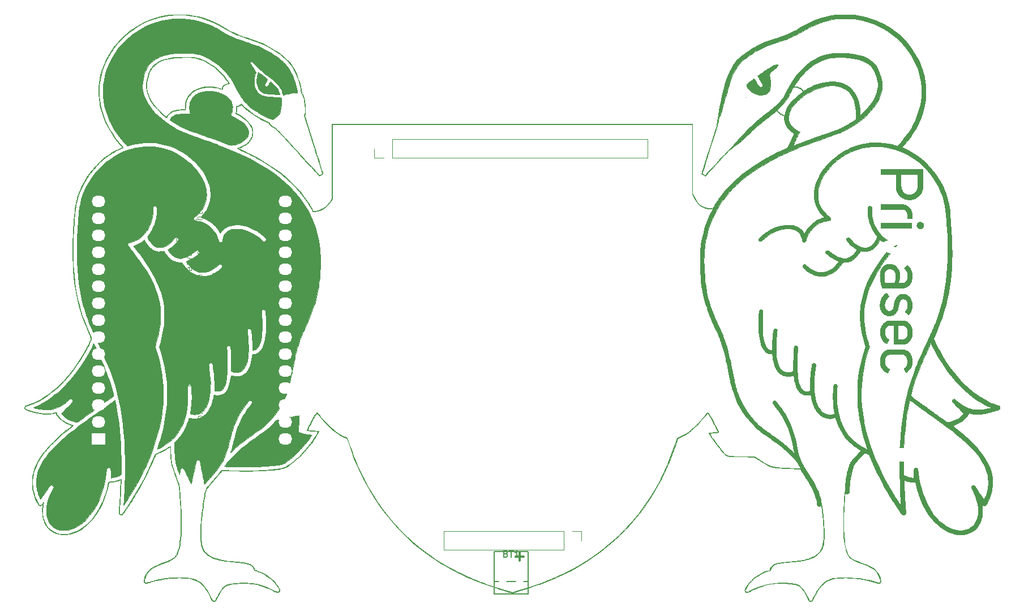
<source format=gto>
G04 #@! TF.FileFunction,Legend,Top*
%FSLAX46Y46*%
G04 Gerber Fmt 4.6, Leading zero omitted, Abs format (unit mm)*
G04 Created by KiCad (PCBNEW 4.0.4+e1-6308~48~ubuntu16.04.1-stable) date Sun Feb  5 22:21:48 2017*
%MOMM*%
%LPD*%
G01*
G04 APERTURE LIST*
%ADD10C,0.100000*%
%ADD11C,0.300000*%
%ADD12C,0.150000*%
%ADD13C,0.120000*%
%ADD14C,0.010000*%
%ADD15O,1.506220X3.014980*%
%ADD16O,2.032000X1.727200*%
%ADD17R,2.032000X1.727200*%
%ADD18R,1.700000X1.700000*%
%ADD19O,1.700000X1.700000*%
%ADD20R,2.000000X2.000000*%
%ADD21C,2.000000*%
G04 APERTURE END LIST*
D10*
D11*
X154495428Y-139045143D02*
X153352571Y-139045143D01*
X153924000Y-139616571D02*
X153924000Y-138473714D01*
D10*
X102722571Y-117385906D02*
X102770190Y-117243049D01*
X102817810Y-117195430D01*
X102913048Y-117147811D01*
X103055905Y-117147811D01*
X103151143Y-117195430D01*
X103198762Y-117243049D01*
X103246381Y-117338287D01*
X103246381Y-117719240D01*
X102246381Y-117719240D01*
X102246381Y-117385906D01*
X102294000Y-117290668D01*
X102341619Y-117243049D01*
X102436857Y-117195430D01*
X102532095Y-117195430D01*
X102627333Y-117243049D01*
X102674952Y-117290668D01*
X102722571Y-117385906D01*
X102722571Y-117719240D01*
X103246381Y-116290668D02*
X102722571Y-116290668D01*
X102627333Y-116338287D01*
X102579714Y-116433525D01*
X102579714Y-116624002D01*
X102627333Y-116719240D01*
X103198762Y-116290668D02*
X103246381Y-116385906D01*
X103246381Y-116624002D01*
X103198762Y-116719240D01*
X103103524Y-116766859D01*
X103008286Y-116766859D01*
X102913048Y-116719240D01*
X102865429Y-116624002D01*
X102865429Y-116385906D01*
X102817810Y-116290668D01*
X103246381Y-115385906D02*
X102246381Y-115385906D01*
X103198762Y-115385906D02*
X103246381Y-115481144D01*
X103246381Y-115671621D01*
X103198762Y-115766859D01*
X103151143Y-115814478D01*
X103055905Y-115862097D01*
X102770190Y-115862097D01*
X102674952Y-115814478D01*
X102627333Y-115766859D01*
X102579714Y-115671621D01*
X102579714Y-115481144D01*
X102627333Y-115385906D01*
X102579714Y-114481144D02*
X103389238Y-114481144D01*
X103484476Y-114528763D01*
X103532095Y-114576382D01*
X103579714Y-114671621D01*
X103579714Y-114814478D01*
X103532095Y-114909716D01*
X103198762Y-114481144D02*
X103246381Y-114576382D01*
X103246381Y-114766859D01*
X103198762Y-114862097D01*
X103151143Y-114909716D01*
X103055905Y-114957335D01*
X102770190Y-114957335D01*
X102674952Y-114909716D01*
X102627333Y-114862097D01*
X102579714Y-114766859D01*
X102579714Y-114576382D01*
X102627333Y-114481144D01*
X103198762Y-113624001D02*
X103246381Y-113719239D01*
X103246381Y-113909716D01*
X103198762Y-114004954D01*
X103103524Y-114052573D01*
X102722571Y-114052573D01*
X102627333Y-114004954D01*
X102579714Y-113909716D01*
X102579714Y-113719239D01*
X102627333Y-113624001D01*
X102722571Y-113576382D01*
X102817810Y-113576382D01*
X102913048Y-114052573D01*
X103246381Y-112385906D02*
X102246381Y-112385906D01*
X102627333Y-112385906D02*
X102579714Y-112290668D01*
X102579714Y-112100191D01*
X102627333Y-112004953D01*
X102674952Y-111957334D01*
X102770190Y-111909715D01*
X103055905Y-111909715D01*
X103151143Y-111957334D01*
X103198762Y-112004953D01*
X103246381Y-112100191D01*
X103246381Y-112290668D01*
X103198762Y-112385906D01*
X102579714Y-111576382D02*
X103246381Y-111338287D01*
X102579714Y-111100191D02*
X103246381Y-111338287D01*
X103484476Y-111433525D01*
X103532095Y-111481144D01*
X103579714Y-111576382D01*
X103198762Y-110004953D02*
X103246381Y-109862096D01*
X103246381Y-109624000D01*
X103198762Y-109528762D01*
X103151143Y-109481143D01*
X103055905Y-109433524D01*
X102960667Y-109433524D01*
X102865429Y-109481143D01*
X102817810Y-109528762D01*
X102770190Y-109624000D01*
X102722571Y-109814477D01*
X102674952Y-109909715D01*
X102627333Y-109957334D01*
X102532095Y-110004953D01*
X102436857Y-110004953D01*
X102341619Y-109957334D01*
X102294000Y-109909715D01*
X102246381Y-109814477D01*
X102246381Y-109576381D01*
X102294000Y-109433524D01*
X103246381Y-109004953D02*
X102579714Y-109004953D01*
X102246381Y-109004953D02*
X102294000Y-109052572D01*
X102341619Y-109004953D01*
X102294000Y-108957334D01*
X102246381Y-109004953D01*
X102341619Y-109004953D01*
X103246381Y-108385906D02*
X103198762Y-108481144D01*
X103103524Y-108528763D01*
X102246381Y-108528763D01*
X102579714Y-108100191D02*
X103246381Y-107862096D01*
X102579714Y-107624000D01*
X103246381Y-107243048D02*
X102579714Y-107243048D01*
X102246381Y-107243048D02*
X102294000Y-107290667D01*
X102341619Y-107243048D01*
X102294000Y-107195429D01*
X102246381Y-107243048D01*
X102341619Y-107243048D01*
X103246381Y-106624001D02*
X103198762Y-106719239D01*
X103151143Y-106766858D01*
X103055905Y-106814477D01*
X102770190Y-106814477D01*
X102674952Y-106766858D01*
X102627333Y-106719239D01*
X102579714Y-106624001D01*
X102579714Y-106481143D01*
X102627333Y-106385905D01*
X102674952Y-106338286D01*
X102770190Y-106290667D01*
X103055905Y-106290667D01*
X103151143Y-106338286D01*
X103198762Y-106385905D01*
X103246381Y-106481143D01*
X103246381Y-106624001D01*
X103151143Y-104528762D02*
X103198762Y-104576381D01*
X103246381Y-104719238D01*
X103246381Y-104814476D01*
X103198762Y-104957334D01*
X103103524Y-105052572D01*
X103008286Y-105100191D01*
X102817810Y-105147810D01*
X102674952Y-105147810D01*
X102484476Y-105100191D01*
X102389238Y-105052572D01*
X102294000Y-104957334D01*
X102246381Y-104814476D01*
X102246381Y-104719238D01*
X102294000Y-104576381D01*
X102341619Y-104528762D01*
X103198762Y-103719238D02*
X103246381Y-103814476D01*
X103246381Y-104004953D01*
X103198762Y-104100191D01*
X103103524Y-104147810D01*
X102722571Y-104147810D01*
X102627333Y-104100191D01*
X102579714Y-104004953D01*
X102579714Y-103814476D01*
X102627333Y-103719238D01*
X102722571Y-103671619D01*
X102817810Y-103671619D01*
X102913048Y-104147810D01*
X103198762Y-103290667D02*
X103246381Y-103195429D01*
X103246381Y-103004953D01*
X103198762Y-102909714D01*
X103103524Y-102862095D01*
X103055905Y-102862095D01*
X102960667Y-102909714D01*
X102913048Y-103004953D01*
X102913048Y-103147810D01*
X102865429Y-103243048D01*
X102770190Y-103290667D01*
X102722571Y-103290667D01*
X102627333Y-103243048D01*
X102579714Y-103147810D01*
X102579714Y-103004953D01*
X102627333Y-102909714D01*
X103246381Y-102004952D02*
X102722571Y-102004952D01*
X102627333Y-102052571D01*
X102579714Y-102147809D01*
X102579714Y-102338286D01*
X102627333Y-102433524D01*
X103198762Y-102004952D02*
X103246381Y-102100190D01*
X103246381Y-102338286D01*
X103198762Y-102433524D01*
X103103524Y-102481143D01*
X103008286Y-102481143D01*
X102913048Y-102433524D01*
X102865429Y-102338286D01*
X102865429Y-102100190D01*
X102817810Y-102004952D01*
X103246381Y-101528762D02*
X102579714Y-101528762D01*
X102770190Y-101528762D02*
X102674952Y-101481143D01*
X102627333Y-101433524D01*
X102579714Y-101338286D01*
X102579714Y-101243047D01*
X103198762Y-100528761D02*
X103246381Y-100623999D01*
X103246381Y-100814476D01*
X103198762Y-100909714D01*
X103103524Y-100957333D01*
X102722571Y-100957333D01*
X102627333Y-100909714D01*
X102579714Y-100814476D01*
X102579714Y-100623999D01*
X102627333Y-100528761D01*
X102722571Y-100481142D01*
X102817810Y-100481142D01*
X102913048Y-100957333D01*
X103198762Y-100004952D02*
X103246381Y-100004952D01*
X103341619Y-100052571D01*
X103389238Y-100100190D01*
X103246381Y-98814476D02*
X102246381Y-98814476D01*
X102246381Y-98433523D01*
X102294000Y-98338285D01*
X102341619Y-98290666D01*
X102436857Y-98243047D01*
X102579714Y-98243047D01*
X102674952Y-98290666D01*
X102722571Y-98338285D01*
X102770190Y-98433523D01*
X102770190Y-98814476D01*
X103198762Y-97433523D02*
X103246381Y-97528761D01*
X103246381Y-97719238D01*
X103198762Y-97814476D01*
X103103524Y-97862095D01*
X102722571Y-97862095D01*
X102627333Y-97814476D01*
X102579714Y-97719238D01*
X102579714Y-97528761D01*
X102627333Y-97433523D01*
X102722571Y-97385904D01*
X102817810Y-97385904D01*
X102913048Y-97862095D01*
X102579714Y-97100190D02*
X102579714Y-96719238D01*
X102246381Y-96957333D02*
X103103524Y-96957333D01*
X103198762Y-96909714D01*
X103246381Y-96814476D01*
X103246381Y-96719238D01*
X103198762Y-96004951D02*
X103246381Y-96100189D01*
X103246381Y-96290666D01*
X103198762Y-96385904D01*
X103103524Y-96433523D01*
X102722571Y-96433523D01*
X102627333Y-96385904D01*
X102579714Y-96290666D01*
X102579714Y-96100189D01*
X102627333Y-96004951D01*
X102722571Y-95957332D01*
X102817810Y-95957332D01*
X102913048Y-96433523D01*
X103246381Y-95528761D02*
X102579714Y-95528761D01*
X102770190Y-95528761D02*
X102674952Y-95481142D01*
X102627333Y-95433523D01*
X102579714Y-95338285D01*
X102579714Y-95243046D01*
X102722571Y-93814474D02*
X102722571Y-94147808D01*
X103246381Y-94147808D02*
X102246381Y-94147808D01*
X102246381Y-93671617D01*
X103246381Y-93290665D02*
X102579714Y-93290665D01*
X102246381Y-93290665D02*
X102294000Y-93338284D01*
X102341619Y-93290665D01*
X102294000Y-93243046D01*
X102246381Y-93290665D01*
X102341619Y-93290665D01*
X103246381Y-92671618D02*
X103198762Y-92766856D01*
X103103524Y-92814475D01*
X102246381Y-92814475D01*
X103246381Y-92147808D02*
X103198762Y-92243046D01*
X103103524Y-92290665D01*
X102246381Y-92290665D01*
X103246381Y-91766855D02*
X102579714Y-91766855D01*
X102674952Y-91766855D02*
X102627333Y-91719236D01*
X102579714Y-91623998D01*
X102579714Y-91481140D01*
X102627333Y-91385902D01*
X102722571Y-91338283D01*
X103246381Y-91338283D01*
X102722571Y-91338283D02*
X102627333Y-91290664D01*
X102579714Y-91195426D01*
X102579714Y-91052569D01*
X102627333Y-90957331D01*
X102722571Y-90909712D01*
X103246381Y-90909712D01*
X103246381Y-90290665D02*
X103198762Y-90385903D01*
X103151143Y-90433522D01*
X103055905Y-90481141D01*
X102770190Y-90481141D01*
X102674952Y-90433522D01*
X102627333Y-90385903D01*
X102579714Y-90290665D01*
X102579714Y-90147807D01*
X102627333Y-90052569D01*
X102674952Y-90004950D01*
X102770190Y-89957331D01*
X103055905Y-89957331D01*
X103151143Y-90004950D01*
X103198762Y-90052569D01*
X103246381Y-90147807D01*
X103246381Y-90290665D01*
X103246381Y-89528760D02*
X102579714Y-89528760D01*
X102770190Y-89528760D02*
X102674952Y-89481141D01*
X102627333Y-89433522D01*
X102579714Y-89338284D01*
X102579714Y-89243045D01*
X103198762Y-88528759D02*
X103246381Y-88623997D01*
X103246381Y-88814474D01*
X103198762Y-88909712D01*
X103103524Y-88957331D01*
X102722571Y-88957331D01*
X102627333Y-88909712D01*
X102579714Y-88814474D01*
X102579714Y-88623997D01*
X102627333Y-88528759D01*
X102722571Y-88481140D01*
X102817810Y-88481140D01*
X102913048Y-88957331D01*
X104846381Y-113504954D02*
X103846381Y-113504954D01*
X104846381Y-112933525D02*
X104274952Y-113362097D01*
X103846381Y-112933525D02*
X104417810Y-113504954D01*
X104179714Y-112600192D02*
X104846381Y-112362097D01*
X104179714Y-112124001D02*
X104846381Y-112362097D01*
X105084476Y-112457335D01*
X105132095Y-112504954D01*
X105179714Y-112600192D01*
X104846381Y-111600192D02*
X104798762Y-111695430D01*
X104703524Y-111743049D01*
X103846381Y-111743049D01*
X104846381Y-111219239D02*
X104179714Y-111219239D01*
X103846381Y-111219239D02*
X103894000Y-111266858D01*
X103941619Y-111219239D01*
X103894000Y-111171620D01*
X103846381Y-111219239D01*
X103941619Y-111219239D01*
X104798762Y-110362096D02*
X104846381Y-110457334D01*
X104846381Y-110647811D01*
X104798762Y-110743049D01*
X104703524Y-110790668D01*
X104322571Y-110790668D01*
X104227333Y-110743049D01*
X104179714Y-110647811D01*
X104179714Y-110457334D01*
X104227333Y-110362096D01*
X104322571Y-110314477D01*
X104417810Y-110314477D01*
X104513048Y-110790668D01*
X104846381Y-109124001D02*
X103846381Y-109124001D01*
X103846381Y-108743048D01*
X103894000Y-108647810D01*
X103941619Y-108600191D01*
X104036857Y-108552572D01*
X104179714Y-108552572D01*
X104274952Y-108600191D01*
X104322571Y-108647810D01*
X104370190Y-108743048D01*
X104370190Y-109124001D01*
X104798762Y-107743048D02*
X104846381Y-107838286D01*
X104846381Y-108028763D01*
X104798762Y-108124001D01*
X104703524Y-108171620D01*
X104322571Y-108171620D01*
X104227333Y-108124001D01*
X104179714Y-108028763D01*
X104179714Y-107838286D01*
X104227333Y-107743048D01*
X104322571Y-107695429D01*
X104417810Y-107695429D01*
X104513048Y-108171620D01*
X104846381Y-106838286D02*
X104322571Y-106838286D01*
X104227333Y-106885905D01*
X104179714Y-106981143D01*
X104179714Y-107171620D01*
X104227333Y-107266858D01*
X104798762Y-106838286D02*
X104846381Y-106933524D01*
X104846381Y-107171620D01*
X104798762Y-107266858D01*
X104703524Y-107314477D01*
X104608286Y-107314477D01*
X104513048Y-107266858D01*
X104465429Y-107171620D01*
X104465429Y-106933524D01*
X104417810Y-106838286D01*
X104846381Y-106362096D02*
X103846381Y-106362096D01*
X104465429Y-106266858D02*
X104846381Y-105981143D01*
X104179714Y-105981143D02*
X104560667Y-106362096D01*
X104846381Y-104362095D02*
X104322571Y-104362095D01*
X104227333Y-104409714D01*
X104179714Y-104504952D01*
X104179714Y-104695429D01*
X104227333Y-104790667D01*
X104798762Y-104362095D02*
X104846381Y-104457333D01*
X104846381Y-104695429D01*
X104798762Y-104790667D01*
X104703524Y-104838286D01*
X104608286Y-104838286D01*
X104513048Y-104790667D01*
X104465429Y-104695429D01*
X104465429Y-104457333D01*
X104417810Y-104362095D01*
X104179714Y-103885905D02*
X104846381Y-103885905D01*
X104274952Y-103885905D02*
X104227333Y-103838286D01*
X104179714Y-103743048D01*
X104179714Y-103600190D01*
X104227333Y-103504952D01*
X104322571Y-103457333D01*
X104846381Y-103457333D01*
X104846381Y-102552571D02*
X103846381Y-102552571D01*
X104798762Y-102552571D02*
X104846381Y-102647809D01*
X104846381Y-102838286D01*
X104798762Y-102933524D01*
X104751143Y-102981143D01*
X104655905Y-103028762D01*
X104370190Y-103028762D01*
X104274952Y-102981143D01*
X104227333Y-102933524D01*
X104179714Y-102838286D01*
X104179714Y-102647809D01*
X104227333Y-102552571D01*
X104846381Y-101314476D02*
X103846381Y-101314476D01*
X103846381Y-100933523D01*
X103894000Y-100838285D01*
X103941619Y-100790666D01*
X104036857Y-100743047D01*
X104179714Y-100743047D01*
X104274952Y-100790666D01*
X104322571Y-100838285D01*
X104370190Y-100933523D01*
X104370190Y-101314476D01*
X104846381Y-99885904D02*
X104322571Y-99885904D01*
X104227333Y-99933523D01*
X104179714Y-100028761D01*
X104179714Y-100219238D01*
X104227333Y-100314476D01*
X104798762Y-99885904D02*
X104846381Y-99981142D01*
X104846381Y-100219238D01*
X104798762Y-100314476D01*
X104703524Y-100362095D01*
X104608286Y-100362095D01*
X104513048Y-100314476D01*
X104465429Y-100219238D01*
X104465429Y-99981142D01*
X104417810Y-99885904D01*
X104179714Y-98981142D02*
X104846381Y-98981142D01*
X104179714Y-99409714D02*
X104703524Y-99409714D01*
X104798762Y-99362095D01*
X104846381Y-99266857D01*
X104846381Y-99123999D01*
X104798762Y-99028761D01*
X104751143Y-98981142D01*
X104846381Y-98362095D02*
X104798762Y-98457333D01*
X104703524Y-98504952D01*
X103846381Y-98504952D01*
X104846381Y-97219237D02*
X103846381Y-97219237D01*
X104322571Y-97219237D02*
X104322571Y-96647808D01*
X104846381Y-96647808D02*
X103846381Y-96647808D01*
X104846381Y-95743046D02*
X104322571Y-95743046D01*
X104227333Y-95790665D01*
X104179714Y-95885903D01*
X104179714Y-96076380D01*
X104227333Y-96171618D01*
X104798762Y-95743046D02*
X104846381Y-95838284D01*
X104846381Y-96076380D01*
X104798762Y-96171618D01*
X104703524Y-96219237D01*
X104608286Y-96219237D01*
X104513048Y-96171618D01*
X104465429Y-96076380D01*
X104465429Y-95838284D01*
X104417810Y-95743046D01*
X104846381Y-95266856D02*
X104179714Y-95266856D01*
X104370190Y-95266856D02*
X104274952Y-95219237D01*
X104227333Y-95171618D01*
X104179714Y-95076380D01*
X104179714Y-94981141D01*
X104179714Y-94743046D02*
X104846381Y-94504951D01*
X104179714Y-94266855D01*
X104798762Y-93504950D02*
X104846381Y-93600188D01*
X104846381Y-93790665D01*
X104798762Y-93885903D01*
X104703524Y-93933522D01*
X104322571Y-93933522D01*
X104227333Y-93885903D01*
X104179714Y-93790665D01*
X104179714Y-93600188D01*
X104227333Y-93504950D01*
X104322571Y-93457331D01*
X104417810Y-93457331D01*
X104513048Y-93933522D01*
X104179714Y-93123998D02*
X104846381Y-92885903D01*
X104179714Y-92647807D02*
X104846381Y-92885903D01*
X105084476Y-92981141D01*
X105132095Y-93028760D01*
X105179714Y-93123998D01*
X106446381Y-120528762D02*
X105446381Y-120528762D01*
X106446381Y-120100190D02*
X105922571Y-120100190D01*
X105827333Y-120147809D01*
X105779714Y-120243047D01*
X105779714Y-120385905D01*
X105827333Y-120481143D01*
X105874952Y-120528762D01*
X105779714Y-119766857D02*
X105779714Y-119385905D01*
X105446381Y-119624000D02*
X106303524Y-119624000D01*
X106398762Y-119576381D01*
X106446381Y-119481143D01*
X106446381Y-119385905D01*
X105779714Y-119195428D02*
X105779714Y-118814476D01*
X105446381Y-119052571D02*
X106303524Y-119052571D01*
X106398762Y-119004952D01*
X106446381Y-118909714D01*
X106446381Y-118814476D01*
X105779714Y-118481142D02*
X106779714Y-118481142D01*
X105827333Y-118481142D02*
X105779714Y-118385904D01*
X105779714Y-118195427D01*
X105827333Y-118100189D01*
X105874952Y-118052570D01*
X105970190Y-118004951D01*
X106255905Y-118004951D01*
X106351143Y-118052570D01*
X106398762Y-118100189D01*
X106446381Y-118195427D01*
X106446381Y-118385904D01*
X106398762Y-118481142D01*
X106351143Y-117576380D02*
X106398762Y-117528761D01*
X106446381Y-117576380D01*
X106398762Y-117623999D01*
X106351143Y-117576380D01*
X106446381Y-117576380D01*
X105827333Y-117576380D02*
X105874952Y-117528761D01*
X105922571Y-117576380D01*
X105874952Y-117623999D01*
X105827333Y-117576380D01*
X105922571Y-117576380D01*
X105398762Y-116385904D02*
X106684476Y-117243047D01*
X105398762Y-115338285D02*
X106684476Y-116195428D01*
X105779714Y-115100190D02*
X106446381Y-114909714D01*
X105970190Y-114719237D01*
X106446381Y-114528761D01*
X105779714Y-114338285D01*
X105779714Y-114052571D02*
X106446381Y-113862095D01*
X105970190Y-113671618D01*
X106446381Y-113481142D01*
X105779714Y-113290666D01*
X105779714Y-113004952D02*
X106446381Y-112814476D01*
X105970190Y-112623999D01*
X106446381Y-112433523D01*
X105779714Y-112243047D01*
X106351143Y-111862095D02*
X106398762Y-111814476D01*
X106446381Y-111862095D01*
X106398762Y-111909714D01*
X106351143Y-111862095D01*
X106446381Y-111862095D01*
X106446381Y-111385905D02*
X105446381Y-111385905D01*
X105827333Y-111385905D02*
X105779714Y-111290667D01*
X105779714Y-111100190D01*
X105827333Y-111004952D01*
X105874952Y-110957333D01*
X105970190Y-110909714D01*
X106255905Y-110909714D01*
X106351143Y-110957333D01*
X106398762Y-111004952D01*
X106446381Y-111100190D01*
X106446381Y-111290667D01*
X106398762Y-111385905D01*
X106398762Y-110528762D02*
X106446381Y-110433524D01*
X106446381Y-110243048D01*
X106398762Y-110147809D01*
X106303524Y-110100190D01*
X106255905Y-110100190D01*
X106160667Y-110147809D01*
X106113048Y-110243048D01*
X106113048Y-110385905D01*
X106065429Y-110481143D01*
X105970190Y-110528762D01*
X105922571Y-110528762D01*
X105827333Y-110481143D01*
X105779714Y-110385905D01*
X105779714Y-110243048D01*
X105827333Y-110147809D01*
X106446381Y-109671619D02*
X105779714Y-109671619D01*
X105446381Y-109671619D02*
X105494000Y-109719238D01*
X105541619Y-109671619D01*
X105494000Y-109624000D01*
X105446381Y-109671619D01*
X105541619Y-109671619D01*
X106446381Y-108766857D02*
X105446381Y-108766857D01*
X106398762Y-108766857D02*
X106446381Y-108862095D01*
X106446381Y-109052572D01*
X106398762Y-109147810D01*
X106351143Y-109195429D01*
X106255905Y-109243048D01*
X105970190Y-109243048D01*
X105874952Y-109195429D01*
X105827333Y-109147810D01*
X105779714Y-109052572D01*
X105779714Y-108862095D01*
X105827333Y-108766857D01*
X106398762Y-107909714D02*
X106446381Y-108004952D01*
X106446381Y-108195429D01*
X106398762Y-108290667D01*
X106303524Y-108338286D01*
X105922571Y-108338286D01*
X105827333Y-108290667D01*
X105779714Y-108195429D01*
X105779714Y-108004952D01*
X105827333Y-107909714D01*
X105922571Y-107862095D01*
X106017810Y-107862095D01*
X106113048Y-108338286D01*
X106398762Y-107481143D02*
X106446381Y-107385905D01*
X106446381Y-107195429D01*
X106398762Y-107100190D01*
X106303524Y-107052571D01*
X106255905Y-107052571D01*
X106160667Y-107100190D01*
X106113048Y-107195429D01*
X106113048Y-107338286D01*
X106065429Y-107433524D01*
X105970190Y-107481143D01*
X105922571Y-107481143D01*
X105827333Y-107433524D01*
X105779714Y-107338286D01*
X105779714Y-107195429D01*
X105827333Y-107100190D01*
X106398762Y-106195428D02*
X106446381Y-106290666D01*
X106446381Y-106481143D01*
X106398762Y-106576381D01*
X106351143Y-106624000D01*
X106255905Y-106671619D01*
X105970190Y-106671619D01*
X105874952Y-106624000D01*
X105827333Y-106576381D01*
X105779714Y-106481143D01*
X105779714Y-106290666D01*
X105827333Y-106195428D01*
X106446381Y-105766857D02*
X105446381Y-105766857D01*
X105827333Y-105766857D02*
X105779714Y-105671619D01*
X105779714Y-105481142D01*
X105827333Y-105385904D01*
X105874952Y-105338285D01*
X105970190Y-105290666D01*
X106255905Y-105290666D01*
X106351143Y-105338285D01*
X106398762Y-105385904D01*
X106446381Y-105481142D01*
X106446381Y-105671619D01*
X106398762Y-105766857D01*
X106446381Y-104862095D02*
X105779714Y-104862095D01*
X105970190Y-104862095D02*
X105874952Y-104814476D01*
X105827333Y-104766857D01*
X105779714Y-104671619D01*
X105779714Y-104576380D01*
X106351143Y-104243047D02*
X106398762Y-104195428D01*
X106446381Y-104243047D01*
X106398762Y-104290666D01*
X106351143Y-104243047D01*
X106446381Y-104243047D01*
X106398762Y-103338285D02*
X106446381Y-103433523D01*
X106446381Y-103624000D01*
X106398762Y-103719238D01*
X106351143Y-103766857D01*
X106255905Y-103814476D01*
X105970190Y-103814476D01*
X105874952Y-103766857D01*
X105827333Y-103719238D01*
X105779714Y-103624000D01*
X105779714Y-103433523D01*
X105827333Y-103338285D01*
X106446381Y-102766857D02*
X106398762Y-102862095D01*
X106351143Y-102909714D01*
X106255905Y-102957333D01*
X105970190Y-102957333D01*
X105874952Y-102909714D01*
X105827333Y-102862095D01*
X105779714Y-102766857D01*
X105779714Y-102623999D01*
X105827333Y-102528761D01*
X105874952Y-102481142D01*
X105970190Y-102433523D01*
X106255905Y-102433523D01*
X106351143Y-102481142D01*
X106398762Y-102528761D01*
X106446381Y-102623999D01*
X106446381Y-102766857D01*
X106446381Y-102004952D02*
X105779714Y-102004952D01*
X105874952Y-102004952D02*
X105827333Y-101957333D01*
X105779714Y-101862095D01*
X105779714Y-101719237D01*
X105827333Y-101623999D01*
X105922571Y-101576380D01*
X106446381Y-101576380D01*
X105922571Y-101576380D02*
X105827333Y-101528761D01*
X105779714Y-101433523D01*
X105779714Y-101290666D01*
X105827333Y-101195428D01*
X105922571Y-101147809D01*
X106446381Y-101147809D01*
X106351143Y-100671619D02*
X106398762Y-100624000D01*
X106446381Y-100671619D01*
X106398762Y-100719238D01*
X106351143Y-100671619D01*
X106446381Y-100671619D01*
X106446381Y-99766857D02*
X105922571Y-99766857D01*
X105827333Y-99814476D01*
X105779714Y-99909714D01*
X105779714Y-100100191D01*
X105827333Y-100195429D01*
X106398762Y-99766857D02*
X106446381Y-99862095D01*
X106446381Y-100100191D01*
X106398762Y-100195429D01*
X106303524Y-100243048D01*
X106208286Y-100243048D01*
X106113048Y-100195429D01*
X106065429Y-100100191D01*
X106065429Y-99862095D01*
X106017810Y-99766857D01*
X105779714Y-98862095D02*
X106446381Y-98862095D01*
X105779714Y-99290667D02*
X106303524Y-99290667D01*
X106398762Y-99243048D01*
X106446381Y-99147810D01*
X106446381Y-99004952D01*
X106398762Y-98909714D01*
X106351143Y-98862095D01*
X105398762Y-97671619D02*
X106684476Y-98528762D01*
X106446381Y-97338286D02*
X105446381Y-97338286D01*
X105827333Y-97338286D02*
X105779714Y-97243048D01*
X105779714Y-97052571D01*
X105827333Y-96957333D01*
X105874952Y-96909714D01*
X105970190Y-96862095D01*
X106255905Y-96862095D01*
X106351143Y-96909714D01*
X106398762Y-96957333D01*
X106446381Y-97052571D01*
X106446381Y-97243048D01*
X106398762Y-97338286D01*
X106446381Y-96004952D02*
X105922571Y-96004952D01*
X105827333Y-96052571D01*
X105779714Y-96147809D01*
X105779714Y-96338286D01*
X105827333Y-96433524D01*
X106398762Y-96004952D02*
X106446381Y-96100190D01*
X106446381Y-96338286D01*
X106398762Y-96433524D01*
X106303524Y-96481143D01*
X106208286Y-96481143D01*
X106113048Y-96433524D01*
X106065429Y-96338286D01*
X106065429Y-96100190D01*
X106017810Y-96004952D01*
X106446381Y-95100190D02*
X105446381Y-95100190D01*
X106398762Y-95100190D02*
X106446381Y-95195428D01*
X106446381Y-95385905D01*
X106398762Y-95481143D01*
X106351143Y-95528762D01*
X106255905Y-95576381D01*
X105970190Y-95576381D01*
X105874952Y-95528762D01*
X105827333Y-95481143D01*
X105779714Y-95385905D01*
X105779714Y-95195428D01*
X105827333Y-95100190D01*
X105779714Y-94195428D02*
X106589238Y-94195428D01*
X106684476Y-94243047D01*
X106732095Y-94290666D01*
X106779714Y-94385905D01*
X106779714Y-94528762D01*
X106732095Y-94624000D01*
X106398762Y-94195428D02*
X106446381Y-94290666D01*
X106446381Y-94481143D01*
X106398762Y-94576381D01*
X106351143Y-94624000D01*
X106255905Y-94671619D01*
X105970190Y-94671619D01*
X105874952Y-94624000D01*
X105827333Y-94576381D01*
X105779714Y-94481143D01*
X105779714Y-94290666D01*
X105827333Y-94195428D01*
X106398762Y-93338285D02*
X106446381Y-93433523D01*
X106446381Y-93624000D01*
X106398762Y-93719238D01*
X106303524Y-93766857D01*
X105922571Y-93766857D01*
X105827333Y-93719238D01*
X105779714Y-93624000D01*
X105779714Y-93433523D01*
X105827333Y-93338285D01*
X105922571Y-93290666D01*
X106017810Y-93290666D01*
X106113048Y-93766857D01*
X105541619Y-92909714D02*
X105494000Y-92862095D01*
X105446381Y-92766857D01*
X105446381Y-92528761D01*
X105494000Y-92433523D01*
X105541619Y-92385904D01*
X105636857Y-92338285D01*
X105732095Y-92338285D01*
X105874952Y-92385904D01*
X106446381Y-92957333D01*
X106446381Y-92338285D01*
X105446381Y-91719238D02*
X105446381Y-91623999D01*
X105494000Y-91528761D01*
X105541619Y-91481142D01*
X105636857Y-91433523D01*
X105827333Y-91385904D01*
X106065429Y-91385904D01*
X106255905Y-91433523D01*
X106351143Y-91481142D01*
X106398762Y-91528761D01*
X106446381Y-91623999D01*
X106446381Y-91719238D01*
X106398762Y-91814476D01*
X106351143Y-91862095D01*
X106255905Y-91909714D01*
X106065429Y-91957333D01*
X105827333Y-91957333D01*
X105636857Y-91909714D01*
X105541619Y-91862095D01*
X105494000Y-91814476D01*
X105446381Y-91719238D01*
X106446381Y-90433523D02*
X106446381Y-91004952D01*
X106446381Y-90719238D02*
X105446381Y-90719238D01*
X105589238Y-90814476D01*
X105684476Y-90909714D01*
X105732095Y-91004952D01*
X105446381Y-90100190D02*
X105446381Y-89433523D01*
X106446381Y-89862095D01*
X106351143Y-89052571D02*
X106398762Y-89004952D01*
X106446381Y-89052571D01*
X106398762Y-89100190D01*
X106351143Y-89052571D01*
X106446381Y-89052571D01*
X106446381Y-88576381D02*
X105446381Y-88576381D01*
X106446381Y-88147809D02*
X105922571Y-88147809D01*
X105827333Y-88195428D01*
X105779714Y-88290666D01*
X105779714Y-88433524D01*
X105827333Y-88528762D01*
X105874952Y-88576381D01*
X105779714Y-87814476D02*
X105779714Y-87433524D01*
X105446381Y-87671619D02*
X106303524Y-87671619D01*
X106398762Y-87624000D01*
X106446381Y-87528762D01*
X106446381Y-87433524D01*
X106446381Y-87100190D02*
X105779714Y-87100190D01*
X105874952Y-87100190D02*
X105827333Y-87052571D01*
X105779714Y-86957333D01*
X105779714Y-86814475D01*
X105827333Y-86719237D01*
X105922571Y-86671618D01*
X106446381Y-86671618D01*
X105922571Y-86671618D02*
X105827333Y-86623999D01*
X105779714Y-86528761D01*
X105779714Y-86385904D01*
X105827333Y-86290666D01*
X105922571Y-86243047D01*
X106446381Y-86243047D01*
X106446381Y-85624000D02*
X106398762Y-85719238D01*
X106303524Y-85766857D01*
X105446381Y-85766857D01*
D12*
X150114000Y-142748000D02*
X155194000Y-142748000D01*
X150114000Y-138303000D02*
X155194000Y-138303000D01*
X155194000Y-144653000D02*
X150114000Y-144653000D01*
X155194000Y-144653000D02*
X155194000Y-138303000D01*
X150114000Y-144653000D02*
X150114000Y-138303000D01*
D13*
X134874000Y-79368000D02*
X173094000Y-79368000D01*
X173094000Y-79368000D02*
X173094000Y-76588000D01*
X173094000Y-76588000D02*
X134874000Y-76588000D01*
X134874000Y-76588000D02*
X134874000Y-79368000D01*
X133604000Y-79368000D02*
X132214000Y-79368000D01*
X132214000Y-79368000D02*
X132214000Y-77978000D01*
X160528000Y-135262000D02*
X142628000Y-135262000D01*
X142628000Y-135262000D02*
X142628000Y-138042000D01*
X142628000Y-138042000D02*
X160528000Y-138042000D01*
X160528000Y-138042000D02*
X160528000Y-135262000D01*
X161798000Y-135262000D02*
X163188000Y-135262000D01*
X163188000Y-135262000D02*
X163188000Y-136652000D01*
D14*
G36*
X202908493Y-57904907D02*
X203176839Y-57908171D01*
X203425816Y-57913621D01*
X203645707Y-57921258D01*
X203826798Y-57931081D01*
X203959373Y-57943091D01*
X203960541Y-57943237D01*
X204815958Y-58077629D01*
X205643394Y-58262571D01*
X206445548Y-58498931D01*
X207225117Y-58787578D01*
X207984800Y-59129379D01*
X208529232Y-59413439D01*
X208724558Y-59526460D01*
X208952672Y-59666716D01*
X209200388Y-59825442D01*
X209454521Y-59993873D01*
X209701886Y-60163244D01*
X209929297Y-60324791D01*
X210123568Y-60469749D01*
X210154384Y-60493704D01*
X210792033Y-61028349D01*
X211387365Y-61599268D01*
X211938788Y-62203959D01*
X212444713Y-62839917D01*
X212903549Y-63504639D01*
X213313706Y-64195619D01*
X213673592Y-64910355D01*
X213981618Y-65646343D01*
X214236192Y-66401077D01*
X214435725Y-67172055D01*
X214455919Y-67265665D01*
X214565802Y-67896385D01*
X214637172Y-68556894D01*
X214669634Y-69232748D01*
X214662793Y-69909502D01*
X214616254Y-70572714D01*
X214558809Y-71028034D01*
X214410447Y-71812984D01*
X214204784Y-72588191D01*
X213942226Y-73352824D01*
X213623176Y-74106052D01*
X213248042Y-74847047D01*
X212817228Y-75574977D01*
X212331140Y-76289014D01*
X211790182Y-76988326D01*
X211456794Y-77380763D01*
X211351318Y-77502377D01*
X211261033Y-77609277D01*
X211192383Y-77693605D01*
X211151810Y-77747503D01*
X211143545Y-77762710D01*
X211169127Y-77783171D01*
X211237792Y-77820288D01*
X211338617Y-77868517D01*
X211442798Y-77914683D01*
X211848507Y-78102874D01*
X212275338Y-78327055D01*
X212707345Y-78578098D01*
X213128580Y-78846879D01*
X213401399Y-79035603D01*
X214022875Y-79514670D01*
X214612604Y-80037419D01*
X215168013Y-80599887D01*
X215686529Y-81198111D01*
X216165578Y-81828128D01*
X216602587Y-82485972D01*
X216994982Y-83167683D01*
X217340189Y-83869295D01*
X217635636Y-84586845D01*
X217878749Y-85316371D01*
X218066954Y-86053909D01*
X218116356Y-86297229D01*
X218146198Y-86459587D01*
X218172053Y-86613957D01*
X218195281Y-86771034D01*
X218217241Y-86941516D01*
X218239295Y-87136098D01*
X218262802Y-87365478D01*
X218289123Y-87640351D01*
X218294554Y-87698609D01*
X218403698Y-88987040D01*
X218486858Y-90225903D01*
X218543985Y-91417943D01*
X218575027Y-92565908D01*
X218579932Y-93672547D01*
X218558649Y-94740606D01*
X218511127Y-95772832D01*
X218437315Y-96771973D01*
X218337160Y-97740777D01*
X218210613Y-98681991D01*
X218074043Y-99508149D01*
X217884151Y-100451147D01*
X217653949Y-101395111D01*
X217381740Y-102345359D01*
X217065824Y-103307208D01*
X216704504Y-104285974D01*
X216296081Y-105286976D01*
X216044126Y-105863776D01*
X215808387Y-106391367D01*
X215889405Y-106584586D01*
X215969164Y-106767067D01*
X216070696Y-106987442D01*
X216187555Y-107232485D01*
X216313298Y-107488970D01*
X216441478Y-107743671D01*
X216565649Y-107983362D01*
X216629677Y-108103590D01*
X217100488Y-108934174D01*
X217605626Y-109743635D01*
X218141405Y-110527510D01*
X218704137Y-111281339D01*
X219290136Y-112000660D01*
X219895714Y-112681014D01*
X220517184Y-113317939D01*
X221150860Y-113906973D01*
X221793055Y-114443656D01*
X222005405Y-114607895D01*
X222571471Y-115011838D01*
X223152839Y-115378287D01*
X223742338Y-115703492D01*
X224332797Y-115983706D01*
X224917045Y-116215179D01*
X225346173Y-116354347D01*
X225521613Y-116414237D01*
X225645111Y-116478735D01*
X225723107Y-116553416D01*
X225762042Y-116643854D01*
X225769506Y-116720749D01*
X225766333Y-116807188D01*
X225752483Y-116877230D01*
X225721462Y-116935544D01*
X225666776Y-116986799D01*
X225581931Y-117035663D01*
X225460432Y-117086806D01*
X225295786Y-117144897D01*
X225083414Y-117213991D01*
X224476566Y-117391682D01*
X223894214Y-117529556D01*
X223339033Y-117627339D01*
X222813698Y-117684757D01*
X222320883Y-117701536D01*
X221863261Y-117677403D01*
X221443507Y-117612083D01*
X221366450Y-117594561D01*
X221226401Y-117561528D01*
X221133498Y-117543650D01*
X221078066Y-117542628D01*
X221050430Y-117560162D01*
X221040915Y-117597955D01*
X221039851Y-117651983D01*
X221035384Y-117708651D01*
X221017610Y-117763669D01*
X220979967Y-117828473D01*
X220915897Y-117914500D01*
X220826302Y-118024225D01*
X220484470Y-118393359D01*
X220115491Y-118712637D01*
X219721259Y-118980746D01*
X219303668Y-119196373D01*
X218930546Y-119337802D01*
X218818705Y-119376663D01*
X218731731Y-119412826D01*
X218682056Y-119440824D01*
X218675087Y-119450166D01*
X218697062Y-119476881D01*
X218758310Y-119533088D01*
X218851754Y-119612765D01*
X218970317Y-119709890D01*
X219106919Y-119818443D01*
X219120253Y-119828878D01*
X219855056Y-120418771D01*
X220533857Y-120996457D01*
X221157499Y-121563065D01*
X221726829Y-122119721D01*
X222242691Y-122667555D01*
X222705930Y-123207695D01*
X223117391Y-123741268D01*
X223477920Y-124269404D01*
X223788360Y-124793229D01*
X224049557Y-125313873D01*
X224262356Y-125832463D01*
X224427603Y-126350128D01*
X224546141Y-126867995D01*
X224588541Y-127130097D01*
X224611657Y-127358253D01*
X224624676Y-127626443D01*
X224627953Y-127918660D01*
X224621843Y-128218898D01*
X224606698Y-128511151D01*
X224582873Y-128779413D01*
X224550722Y-129007679D01*
X224546492Y-129030720D01*
X224438334Y-129496937D01*
X224288686Y-129980254D01*
X224103488Y-130463717D01*
X223888683Y-130930371D01*
X223863284Y-130980374D01*
X223779438Y-131139614D01*
X223711945Y-131253312D01*
X223652870Y-131329027D01*
X223594278Y-131374316D01*
X223528232Y-131396737D01*
X223446797Y-131403848D01*
X223418358Y-131404126D01*
X223316884Y-131399907D01*
X223249437Y-131381608D01*
X223191923Y-131340763D01*
X223165314Y-131315230D01*
X223108441Y-131264072D01*
X223069708Y-131239730D01*
X223062623Y-131240128D01*
X223060320Y-131273179D01*
X223065516Y-131350528D01*
X223077123Y-131458716D01*
X223085790Y-131526093D01*
X223105417Y-131724052D01*
X223117069Y-131958150D01*
X223120890Y-132211462D01*
X223117023Y-132467062D01*
X223105613Y-132708024D01*
X223086805Y-132917424D01*
X223073122Y-133014426D01*
X222972762Y-133461707D01*
X222827550Y-133876429D01*
X222638840Y-134256230D01*
X222407984Y-134598749D01*
X222136337Y-134901624D01*
X221854729Y-135140871D01*
X221508917Y-135362060D01*
X221134482Y-135534519D01*
X220735421Y-135657943D01*
X220315732Y-135732030D01*
X219879414Y-135756477D01*
X219430465Y-135730981D01*
X218972883Y-135655239D01*
X218510666Y-135528949D01*
X218204243Y-135417454D01*
X217709125Y-135188566D01*
X217226585Y-134904678D01*
X216758867Y-134568260D01*
X216308217Y-134181782D01*
X215876879Y-133747713D01*
X215467099Y-133268523D01*
X215081120Y-132746682D01*
X214721187Y-132184660D01*
X214389546Y-131584925D01*
X214088442Y-130949947D01*
X214038813Y-130834816D01*
X213895141Y-130485062D01*
X213763488Y-130138838D01*
X213640799Y-129786372D01*
X213524018Y-129417889D01*
X213410090Y-129023617D01*
X213295959Y-128593782D01*
X213178571Y-128118613D01*
X213143448Y-127970792D01*
X213131819Y-127942650D01*
X213105423Y-127923315D01*
X213053312Y-127909953D01*
X212964539Y-127899730D01*
X212831439Y-127890027D01*
X212446349Y-127846146D01*
X212051500Y-127767105D01*
X211700343Y-127666567D01*
X211585623Y-127628723D01*
X211492759Y-127599193D01*
X211434934Y-127582116D01*
X211422958Y-127579528D01*
X211413802Y-127607936D01*
X211408596Y-127690304D01*
X211407145Y-127822347D01*
X211409254Y-127999782D01*
X211414729Y-128218326D01*
X211423374Y-128473694D01*
X211434994Y-128761603D01*
X211449395Y-129077768D01*
X211466381Y-129417907D01*
X211485758Y-129777735D01*
X211507330Y-130152968D01*
X211530903Y-130539323D01*
X211556281Y-130932516D01*
X211583270Y-131328263D01*
X211611234Y-131716349D01*
X211626141Y-131929283D01*
X211638276Y-132126177D01*
X211647251Y-132298608D01*
X211652678Y-132438153D01*
X211654169Y-132536388D01*
X211651334Y-132584890D01*
X211651307Y-132584998D01*
X211598789Y-132683745D01*
X211505860Y-132759514D01*
X211389427Y-132800485D01*
X211337439Y-132804471D01*
X211242690Y-132795040D01*
X211162507Y-132773021D01*
X211149899Y-132766944D01*
X211099408Y-132722321D01*
X211022042Y-132631362D01*
X210920400Y-132498137D01*
X210797084Y-132326717D01*
X210654692Y-132121170D01*
X210495825Y-131885567D01*
X210323083Y-131623978D01*
X210139066Y-131340471D01*
X209946375Y-131039117D01*
X209747610Y-130723986D01*
X209545370Y-130399147D01*
X209342255Y-130068670D01*
X209140867Y-129736625D01*
X208943805Y-129407081D01*
X208753669Y-129084108D01*
X208573059Y-128771777D01*
X208404576Y-128474156D01*
X208385948Y-128440793D01*
X207827026Y-127398575D01*
X207289930Y-126315768D01*
X206772094Y-125186998D01*
X206276823Y-124021244D01*
X206164793Y-123747442D01*
X205872839Y-123634580D01*
X205753106Y-123588557D01*
X205655544Y-123551552D01*
X205591696Y-123527912D01*
X205572668Y-123521543D01*
X205543280Y-123541137D01*
X205479927Y-123595934D01*
X205389383Y-123679308D01*
X205278422Y-123784630D01*
X205153817Y-123905274D01*
X205022344Y-124034612D01*
X204890776Y-124166017D01*
X204765887Y-124292862D01*
X204654452Y-124408520D01*
X204563243Y-124506363D01*
X204542473Y-124529417D01*
X204354821Y-124743030D01*
X204202759Y-124925136D01*
X204080316Y-125085242D01*
X203981522Y-125232858D01*
X203900408Y-125377492D01*
X203831004Y-125528654D01*
X203767341Y-125695853D01*
X203718188Y-125842402D01*
X203605437Y-126215810D01*
X203509957Y-126585604D01*
X203430078Y-126961863D01*
X203364131Y-127354668D01*
X203310447Y-127774097D01*
X203267358Y-128230230D01*
X203233193Y-128733148D01*
X203229942Y-128791138D01*
X203218497Y-128975193D01*
X203205538Y-129143860D01*
X203192061Y-129286707D01*
X203179064Y-129393305D01*
X203167543Y-129453223D01*
X203166335Y-129456710D01*
X203117052Y-129530023D01*
X203052821Y-129580790D01*
X202950201Y-129613656D01*
X202835351Y-129621078D01*
X202733254Y-129603086D01*
X202688822Y-129580342D01*
X202637505Y-129546348D01*
X202607746Y-129548146D01*
X202590342Y-129593550D01*
X202578130Y-129674298D01*
X202569414Y-129758867D01*
X202558126Y-129893811D01*
X202544767Y-130071199D01*
X202529836Y-130283095D01*
X202513837Y-130521567D01*
X202497270Y-130778681D01*
X202480636Y-131046503D01*
X202464437Y-131317099D01*
X202449173Y-131582537D01*
X202435346Y-131834882D01*
X202423458Y-132066202D01*
X202414009Y-132268561D01*
X202413532Y-132279577D01*
X202403441Y-132560618D01*
X202395551Y-132877394D01*
X202389861Y-133219675D01*
X202386372Y-133577231D01*
X202385081Y-133939831D01*
X202385989Y-134297243D01*
X202389094Y-134639238D01*
X202394397Y-134955584D01*
X202401896Y-135236052D01*
X202411591Y-135470410D01*
X202413753Y-135510140D01*
X202454766Y-136092916D01*
X202508471Y-136629123D01*
X202574551Y-137117180D01*
X202652688Y-137555510D01*
X202742568Y-137942534D01*
X202843873Y-138276672D01*
X202956286Y-138556346D01*
X203064472Y-138756665D01*
X203182792Y-138924801D01*
X203318881Y-139078658D01*
X203478069Y-139221559D01*
X203665686Y-139356825D01*
X203887059Y-139487779D01*
X204147518Y-139617742D01*
X204452393Y-139750035D01*
X204807012Y-139887980D01*
X204982380Y-139952116D01*
X205251192Y-140049395D01*
X205473653Y-140131373D01*
X205658654Y-140201649D01*
X205815090Y-140263824D01*
X205951855Y-140321500D01*
X206077842Y-140378278D01*
X206201946Y-140437757D01*
X206288532Y-140480944D01*
X206668915Y-140699088D01*
X206997979Y-140944077D01*
X207277038Y-141217469D01*
X207507403Y-141520819D01*
X207690385Y-141855681D01*
X207827297Y-142223612D01*
X207860780Y-142345376D01*
X207900832Y-142513993D01*
X207922841Y-142639484D01*
X207927406Y-142734060D01*
X207915129Y-142809927D01*
X207887020Y-142878503D01*
X207826970Y-142959296D01*
X207743561Y-143007414D01*
X207631047Y-143023201D01*
X207483684Y-143006999D01*
X207295723Y-142959151D01*
X207176956Y-142920831D01*
X206609944Y-142747176D01*
X205998539Y-142595680D01*
X205352985Y-142467911D01*
X204683526Y-142365437D01*
X204000409Y-142289826D01*
X203313878Y-142242645D01*
X202634179Y-142225461D01*
X202632150Y-142225456D01*
X202113686Y-142233143D01*
X201645918Y-142259756D01*
X201223808Y-142306812D01*
X200842316Y-142375825D01*
X200496404Y-142468312D01*
X200181033Y-142585789D01*
X199891164Y-142729771D01*
X199621758Y-142901775D01*
X199367778Y-143103317D01*
X199201870Y-143257459D01*
X199055054Y-143407142D01*
X198920523Y-143556746D01*
X198793632Y-143713238D01*
X198669739Y-143883583D01*
X198544201Y-144074747D01*
X198412373Y-144293694D01*
X198269614Y-144547390D01*
X198111279Y-144842800D01*
X197990495Y-145074643D01*
X197899873Y-145246105D01*
X197814367Y-145400408D01*
X197738940Y-145529132D01*
X197678554Y-145623860D01*
X197638172Y-145676175D01*
X197633398Y-145680447D01*
X197542299Y-145723371D01*
X197427590Y-145739888D01*
X197313650Y-145729554D01*
X197224858Y-145691925D01*
X197219876Y-145687977D01*
X197189272Y-145647533D01*
X197137906Y-145562874D01*
X197070409Y-145442364D01*
X196991412Y-145294368D01*
X196905545Y-145127251D01*
X196868350Y-145052977D01*
X196670981Y-144671464D01*
X196483281Y-144343156D01*
X196301667Y-144064391D01*
X196122558Y-143831504D01*
X195942372Y-143640834D01*
X195757528Y-143488718D01*
X195564443Y-143371493D01*
X195359535Y-143285497D01*
X195139224Y-143227066D01*
X195070541Y-143214521D01*
X194324683Y-143109328D01*
X193613894Y-143047462D01*
X192933884Y-143029121D01*
X192280361Y-143054504D01*
X191649034Y-143123807D01*
X191035611Y-143237227D01*
X190435802Y-143394963D01*
X190311690Y-143433571D01*
X190029647Y-143527264D01*
X189755213Y-143626430D01*
X189477010Y-143735733D01*
X189183658Y-143859838D01*
X188863781Y-144003410D01*
X188505998Y-144171114D01*
X188464771Y-144190789D01*
X188284326Y-144276186D01*
X188147708Y-144338308D01*
X188046621Y-144380196D01*
X187972767Y-144404886D01*
X187917846Y-144415418D01*
X187873562Y-144414830D01*
X187859082Y-144412568D01*
X187727379Y-144363607D01*
X187638204Y-144274861D01*
X187592839Y-144147689D01*
X187590167Y-144127885D01*
X187586079Y-144059880D01*
X187593887Y-143996860D01*
X187618195Y-143924064D01*
X187663608Y-143826731D01*
X187715263Y-143726902D01*
X187898690Y-143420667D01*
X188127615Y-143106463D01*
X188392305Y-142795265D01*
X188683028Y-142498052D01*
X188990050Y-142225801D01*
X189173069Y-142082683D01*
X189564029Y-141815614D01*
X189977870Y-141575871D01*
X190400933Y-141370341D01*
X190819560Y-141205909D01*
X191063586Y-141129656D01*
X191360601Y-141046572D01*
X191394939Y-140911969D01*
X191480716Y-140690719D01*
X191618248Y-140496416D01*
X191807456Y-140329122D01*
X192048262Y-140188902D01*
X192340586Y-140075817D01*
X192494898Y-140032276D01*
X192628900Y-140000341D01*
X192770241Y-139971199D01*
X192925550Y-139943983D01*
X193101456Y-139917826D01*
X193304589Y-139891860D01*
X193541578Y-139865219D01*
X193819052Y-139837037D01*
X194143641Y-139806446D01*
X194395264Y-139783771D01*
X194843354Y-139742242D01*
X195239493Y-139701557D01*
X195590090Y-139660641D01*
X195901553Y-139618422D01*
X196180290Y-139573826D01*
X196432711Y-139525782D01*
X196665223Y-139473215D01*
X196884235Y-139415052D01*
X197096156Y-139350221D01*
X197207666Y-139312832D01*
X197637336Y-139141760D01*
X198022215Y-138940773D01*
X198360305Y-138711267D01*
X198649610Y-138454636D01*
X198888135Y-138172276D01*
X198933899Y-138106392D01*
X199064137Y-137868815D01*
X199173004Y-137577445D01*
X199260504Y-137232220D01*
X199326641Y-136833079D01*
X199371420Y-136379961D01*
X199394844Y-135872807D01*
X199396917Y-135311554D01*
X199377643Y-134696142D01*
X199337027Y-134026510D01*
X199275072Y-133302598D01*
X199259675Y-133146893D01*
X199244110Y-132999522D01*
X199224590Y-132825066D01*
X199202161Y-132631874D01*
X199177868Y-132428295D01*
X199152754Y-132222680D01*
X199127867Y-132023378D01*
X199104249Y-131838740D01*
X199082947Y-131677116D01*
X199065006Y-131546854D01*
X199051469Y-131456305D01*
X199043382Y-131413820D01*
X199042545Y-131411866D01*
X199016083Y-131419833D01*
X198955550Y-131447912D01*
X198922342Y-131464799D01*
X198783288Y-131510519D01*
X198650977Y-131503778D01*
X198535693Y-131445921D01*
X198496935Y-131409087D01*
X198446355Y-131335413D01*
X198415229Y-131241065D01*
X198399373Y-131137226D01*
X198347407Y-130770711D01*
X198271678Y-130406587D01*
X198169989Y-130039625D01*
X198040141Y-129664597D01*
X197879939Y-129276275D01*
X197687184Y-128869431D01*
X197459680Y-128438836D01*
X197195230Y-127979262D01*
X196891636Y-127485481D01*
X196812232Y-127360563D01*
X196688400Y-127166360D01*
X196552936Y-126953034D01*
X196417058Y-126738306D01*
X196291980Y-126539896D01*
X196202411Y-126397115D01*
X196112270Y-126253743D01*
X196031779Y-126127208D01*
X195966425Y-126026022D01*
X195921698Y-125958695D01*
X195903990Y-125934436D01*
X195869789Y-125927626D01*
X195784381Y-125919935D01*
X195654934Y-125911740D01*
X195488618Y-125903418D01*
X195292604Y-125895345D01*
X195074059Y-125887899D01*
X194949449Y-125884278D01*
X194525882Y-125870500D01*
X194103274Y-125852557D01*
X193688693Y-125830965D01*
X193289207Y-125806242D01*
X192911886Y-125778904D01*
X192563798Y-125749470D01*
X192252010Y-125718456D01*
X191983593Y-125686378D01*
X191765615Y-125653755D01*
X191742265Y-125649665D01*
X191597026Y-125617681D01*
X191446141Y-125571394D01*
X191284102Y-125507985D01*
X191105402Y-125424632D01*
X190904535Y-125318517D01*
X190675991Y-125186819D01*
X190414265Y-125026719D01*
X190113848Y-124835397D01*
X189972255Y-124743384D01*
X189790206Y-124626018D01*
X189608998Y-124511938D01*
X189439269Y-124407641D01*
X189291661Y-124319622D01*
X189176811Y-124254376D01*
X189136056Y-124232859D01*
X188894675Y-124110776D01*
X187194562Y-124095821D01*
X186778322Y-124091998D01*
X186415949Y-124087871D01*
X186102922Y-124082715D01*
X185834717Y-124075808D01*
X185606814Y-124066426D01*
X185414690Y-124053845D01*
X185253823Y-124037343D01*
X185119691Y-124016196D01*
X185007772Y-123989681D01*
X184913544Y-123957074D01*
X184832485Y-123917652D01*
X184760073Y-123870692D01*
X184691786Y-123815470D01*
X184623101Y-123751262D01*
X184549497Y-123677347D01*
X184544097Y-123671844D01*
X184341934Y-123456537D01*
X184116770Y-123200356D01*
X183875868Y-122912361D01*
X183626494Y-122601612D01*
X183375911Y-122277169D01*
X183131383Y-121948093D01*
X182900176Y-121623443D01*
X182890192Y-121609069D01*
X182783592Y-121452540D01*
X182674480Y-121287217D01*
X182567728Y-121121032D01*
X182468208Y-120961914D01*
X182380793Y-120817793D01*
X182310356Y-120696600D01*
X182261768Y-120606265D01*
X182239902Y-120554718D01*
X182239161Y-120549481D01*
X182250924Y-120529432D01*
X182290768Y-120513197D01*
X182365529Y-120499707D01*
X182482042Y-120487891D01*
X182647141Y-120476677D01*
X182735483Y-120471736D01*
X182912517Y-120460187D01*
X183087127Y-120445097D01*
X183248879Y-120427753D01*
X183387335Y-120409441D01*
X183492062Y-120391449D01*
X183552624Y-120375062D01*
X183561516Y-120369888D01*
X183553493Y-120340450D01*
X183521608Y-120265875D01*
X183469158Y-120152715D01*
X183399442Y-120007522D01*
X183315760Y-119836847D01*
X183221409Y-119647243D01*
X183119688Y-119445261D01*
X183013895Y-119237454D01*
X182907330Y-119030372D01*
X182803291Y-118830569D01*
X182705076Y-118644596D01*
X182615985Y-118479004D01*
X182543177Y-118347204D01*
X182454863Y-118194753D01*
X182361904Y-118042106D01*
X182269849Y-117897549D01*
X182184246Y-117769362D01*
X182110645Y-117665831D01*
X182054594Y-117595238D01*
X182021644Y-117565866D01*
X182019506Y-117565505D01*
X181985802Y-117587570D01*
X181932891Y-117644663D01*
X181887066Y-117704183D01*
X181747038Y-117889240D01*
X181570840Y-118105240D01*
X181365898Y-118344281D01*
X181139638Y-118598463D01*
X180899486Y-118859885D01*
X180652868Y-119120646D01*
X180407211Y-119372845D01*
X180169941Y-119608582D01*
X179948484Y-119819955D01*
X179750266Y-119999063D01*
X179650514Y-120083699D01*
X179267427Y-120387305D01*
X178908686Y-120646540D01*
X178566917Y-120866061D01*
X178234749Y-121050521D01*
X177904809Y-121204578D01*
X177819527Y-121239805D01*
X177533292Y-121354992D01*
X177262578Y-122168122D01*
X176774616Y-123550650D01*
X176244698Y-124892979D01*
X175672887Y-126195007D01*
X175059243Y-127456634D01*
X174403828Y-128677757D01*
X173706705Y-129858276D01*
X172967934Y-130998088D01*
X172187578Y-132097092D01*
X171365697Y-133155187D01*
X170502355Y-134172272D01*
X169597612Y-135148244D01*
X169020898Y-135727775D01*
X168062720Y-136626239D01*
X167068648Y-137482066D01*
X166037707Y-138295853D01*
X164968926Y-139068196D01*
X163861330Y-139799691D01*
X162713948Y-140490936D01*
X161525806Y-141142527D01*
X160295931Y-141755060D01*
X159023350Y-142329133D01*
X157707090Y-142865341D01*
X156868357Y-143179141D01*
X156692712Y-143241595D01*
X156482558Y-143314455D01*
X156243270Y-143395991D01*
X155980224Y-143484470D01*
X155698797Y-143578163D01*
X155404364Y-143675338D01*
X155102302Y-143774264D01*
X154797986Y-143873210D01*
X154496794Y-143970444D01*
X154204101Y-144064236D01*
X153925284Y-144152855D01*
X153665718Y-144234570D01*
X153430780Y-144307649D01*
X153225845Y-144370362D01*
X153056291Y-144420977D01*
X152927492Y-144457763D01*
X152844827Y-144478990D01*
X152816920Y-144483666D01*
X152773810Y-144474867D01*
X152680426Y-144449558D01*
X152541997Y-144409367D01*
X152363751Y-144355926D01*
X152150916Y-144290864D01*
X151908720Y-144215812D01*
X151642392Y-144132401D01*
X151357159Y-144042259D01*
X151058250Y-143947017D01*
X150750892Y-143848307D01*
X150440314Y-143747756D01*
X150131743Y-143646997D01*
X150095023Y-143634945D01*
X149328402Y-143377537D01*
X148609041Y-143123829D01*
X147926361Y-142869541D01*
X147269779Y-142610392D01*
X146628715Y-142342099D01*
X145992588Y-142060382D01*
X145350815Y-141760958D01*
X144796058Y-141490861D01*
X144049968Y-141111948D01*
X143347534Y-140735521D01*
X142674952Y-140353677D01*
X142018419Y-139958516D01*
X141364132Y-139542132D01*
X141175828Y-139418264D01*
X140065783Y-138648692D01*
X138996980Y-137837873D01*
X137969368Y-136985748D01*
X136982893Y-136092258D01*
X136037503Y-135157343D01*
X135133146Y-134180944D01*
X134269769Y-133163001D01*
X133447321Y-132103455D01*
X132665748Y-131002246D01*
X131924999Y-129859316D01*
X131225021Y-128674604D01*
X130565761Y-127448051D01*
X130476704Y-127272977D01*
X130119381Y-126547071D01*
X129785023Y-125827938D01*
X129468772Y-125103874D01*
X129165770Y-124363177D01*
X128871159Y-123594143D01*
X128580080Y-122785070D01*
X128417900Y-122313362D01*
X128092885Y-121353517D01*
X127909617Y-121284621D01*
X127723997Y-121206482D01*
X127506762Y-121101456D01*
X127272950Y-120977765D01*
X127037602Y-120843634D01*
X126815756Y-120707286D01*
X126645884Y-120593575D01*
X126203374Y-120260724D01*
X125750345Y-119878708D01*
X125293542Y-119454145D01*
X124839706Y-118993653D01*
X124395580Y-118503848D01*
X123967907Y-117991348D01*
X123875789Y-117875053D01*
X123785156Y-117761416D01*
X123706643Y-117666535D01*
X123647475Y-117598880D01*
X123614880Y-117566924D01*
X123611734Y-117565505D01*
X123574727Y-117590651D01*
X123514422Y-117662691D01*
X123434107Y-117776531D01*
X123337067Y-117927076D01*
X123226588Y-118109233D01*
X123105956Y-118317908D01*
X122980876Y-118543551D01*
X122883102Y-118725136D01*
X122780359Y-118918880D01*
X122676100Y-119117981D01*
X122573775Y-119315636D01*
X122476838Y-119505044D01*
X122388739Y-119679401D01*
X122312932Y-119831906D01*
X122252866Y-119955757D01*
X122211995Y-120044150D01*
X122193770Y-120090284D01*
X122193457Y-120095280D01*
X122235302Y-120109698D01*
X122331552Y-120126012D01*
X122478267Y-120143803D01*
X122671505Y-120162651D01*
X122907327Y-120182136D01*
X123181792Y-120201839D01*
X123214623Y-120204032D01*
X123397213Y-120217023D01*
X123559805Y-120230277D01*
X123693459Y-120242925D01*
X123789233Y-120254102D01*
X123838188Y-120262940D01*
X123842306Y-120264895D01*
X123840224Y-120301402D01*
X123810206Y-120379904D01*
X123756199Y-120493479D01*
X123682145Y-120635203D01*
X123591991Y-120798153D01*
X123489682Y-120975404D01*
X123379161Y-121160033D01*
X123264375Y-121345116D01*
X123149268Y-121523731D01*
X123037785Y-121688953D01*
X123001038Y-121741367D01*
X122691873Y-122161801D01*
X122365461Y-122576571D01*
X122025568Y-122982222D01*
X121675960Y-123375299D01*
X121320403Y-123752346D01*
X120962663Y-124109909D01*
X120606507Y-124444533D01*
X120255701Y-124752763D01*
X119914010Y-125031143D01*
X119585200Y-125276220D01*
X119273039Y-125484538D01*
X118981291Y-125652641D01*
X118713723Y-125777076D01*
X118534793Y-125838648D01*
X118342117Y-125884908D01*
X118095997Y-125930296D01*
X117801378Y-125974337D01*
X117463205Y-126016556D01*
X117086424Y-126056478D01*
X116675981Y-126093631D01*
X116236819Y-126127538D01*
X115773886Y-126157726D01*
X115292125Y-126183720D01*
X114796483Y-126205046D01*
X114666403Y-126209752D01*
X114425433Y-126216421D01*
X114134379Y-126221633D01*
X113801531Y-126225426D01*
X113435176Y-126227838D01*
X113043604Y-126228904D01*
X112635101Y-126228663D01*
X112217957Y-126227151D01*
X111800460Y-126224405D01*
X111390899Y-126220463D01*
X110997562Y-126215361D01*
X110628736Y-126209136D01*
X110292712Y-126201826D01*
X109997777Y-126193468D01*
X109850378Y-126188216D01*
X109382035Y-126169935D01*
X109046694Y-126590076D01*
X108935704Y-126726344D01*
X108794713Y-126895128D01*
X108632917Y-127085670D01*
X108459514Y-127287206D01*
X108283700Y-127488978D01*
X108122086Y-127671902D01*
X107883547Y-127940950D01*
X107681528Y-128171948D01*
X107512684Y-128369514D01*
X107373672Y-128538264D01*
X107261147Y-128682814D01*
X107171765Y-128807780D01*
X107102182Y-128917779D01*
X107049052Y-129017426D01*
X107009033Y-129111340D01*
X106978778Y-129204134D01*
X106960641Y-129275098D01*
X106899990Y-129555432D01*
X106835986Y-129885660D01*
X106769857Y-130257466D01*
X106702834Y-130662532D01*
X106636147Y-131092542D01*
X106571025Y-131539179D01*
X106508698Y-131994126D01*
X106450395Y-132449067D01*
X106397346Y-132895685D01*
X106350781Y-133325663D01*
X106328576Y-133549988D01*
X106307736Y-133802299D01*
X106289591Y-134088702D01*
X106274329Y-134399509D01*
X106262135Y-134725028D01*
X106253198Y-135055572D01*
X106247703Y-135381451D01*
X106245839Y-135692975D01*
X106247791Y-135980454D01*
X106253747Y-136234200D01*
X106263894Y-136444523D01*
X106270991Y-136534607D01*
X106310861Y-136895967D01*
X106359499Y-137207241D01*
X106419940Y-137476450D01*
X106495215Y-137711616D01*
X106588360Y-137920762D01*
X106702405Y-138111910D01*
X106840385Y-138293082D01*
X107002610Y-138469550D01*
X107182979Y-138640913D01*
X107361588Y-138785350D01*
X107554911Y-138914346D01*
X107779420Y-139039382D01*
X107922265Y-139110676D01*
X108183928Y-139227148D01*
X108462759Y-139330561D01*
X108764496Y-139422156D01*
X109094883Y-139503172D01*
X109459659Y-139574848D01*
X109864567Y-139638424D01*
X110315347Y-139695141D01*
X110817741Y-139746237D01*
X110900196Y-139753698D01*
X111284857Y-139788270D01*
X111616868Y-139818890D01*
X111901779Y-139846291D01*
X112145142Y-139871209D01*
X112352508Y-139894375D01*
X112529429Y-139916524D01*
X112681456Y-139938389D01*
X112814140Y-139960704D01*
X112933034Y-139984203D01*
X113043688Y-140009619D01*
X113151655Y-140037685D01*
X113241926Y-140063149D01*
X113512411Y-140157147D01*
X113734990Y-140269909D01*
X113918420Y-140406098D01*
X113960799Y-140445939D01*
X114048384Y-140546950D01*
X114129448Y-140665994D01*
X114194698Y-140786619D01*
X114234841Y-140892376D01*
X114243069Y-140945640D01*
X114249197Y-140987041D01*
X114273619Y-141020694D01*
X114325397Y-141051624D01*
X114413590Y-141084853D01*
X114547260Y-141125404D01*
X114588556Y-141137193D01*
X115076965Y-141303236D01*
X115554657Y-141519381D01*
X116015278Y-141780737D01*
X116452476Y-142082409D01*
X116859896Y-142419506D01*
X117231186Y-142787134D01*
X117559992Y-143180399D01*
X117839961Y-143594410D01*
X117889704Y-143679568D01*
X117962052Y-143812144D01*
X118007257Y-143911194D01*
X118030855Y-143991578D01*
X118038384Y-144068155D01*
X118038472Y-144078764D01*
X118014805Y-144220122D01*
X117946537Y-144327069D01*
X117837768Y-144394456D01*
X117774018Y-144410964D01*
X117730418Y-144415715D01*
X117684293Y-144412758D01*
X117627518Y-144399108D01*
X117551971Y-144371782D01*
X117449526Y-144327795D01*
X117312060Y-144264163D01*
X117131448Y-144177901D01*
X117105333Y-144165330D01*
X116556463Y-143910947D01*
X116041792Y-143693981D01*
X115552915Y-143511918D01*
X115081429Y-143362242D01*
X114618929Y-143242441D01*
X114157012Y-143149999D01*
X113687273Y-143082402D01*
X113381805Y-143051291D01*
X113116225Y-143034830D01*
X112823118Y-143028214D01*
X112510341Y-143030736D01*
X112185754Y-143041692D01*
X111857215Y-143060376D01*
X111532582Y-143086083D01*
X111219714Y-143118108D01*
X110926469Y-143155747D01*
X110660707Y-143198293D01*
X110430285Y-143245042D01*
X110243062Y-143295288D01*
X110114808Y-143344439D01*
X109943243Y-143439074D01*
X109781430Y-143554982D01*
X109625680Y-143696856D01*
X109472307Y-143869389D01*
X109317626Y-144077273D01*
X109157948Y-144325203D01*
X108989588Y-144617870D01*
X108808859Y-144959968D01*
X108742371Y-145091506D01*
X108654222Y-145263661D01*
X108571625Y-145417585D01*
X108499244Y-145545118D01*
X108441744Y-145638102D01*
X108403791Y-145688377D01*
X108398544Y-145692884D01*
X108302525Y-145731284D01*
X108184613Y-145739724D01*
X108069720Y-145719380D01*
X107984858Y-145673379D01*
X107951208Y-145629355D01*
X107895858Y-145541453D01*
X107823529Y-145417863D01*
X107738944Y-145266777D01*
X107646825Y-145096387D01*
X107589868Y-144988230D01*
X107415406Y-144658560D01*
X107259375Y-144375593D01*
X107117079Y-144132418D01*
X106983820Y-143922124D01*
X106854900Y-143737798D01*
X106725623Y-143572530D01*
X106591291Y-143419409D01*
X106447205Y-143271522D01*
X106377408Y-143204343D01*
X106109611Y-142975268D01*
X105825232Y-142781415D01*
X105517512Y-142620019D01*
X105179694Y-142488316D01*
X104805022Y-142383542D01*
X104386736Y-142302933D01*
X104068472Y-142259878D01*
X103892784Y-142244863D01*
X103670387Y-142234076D01*
X103412802Y-142227440D01*
X103131551Y-142224875D01*
X102838157Y-142226306D01*
X102544141Y-142231655D01*
X102261026Y-142240843D01*
X102000333Y-142253794D01*
X101773585Y-142270431D01*
X101718242Y-142275689D01*
X100932928Y-142369099D01*
X100198382Y-142486005D01*
X99511665Y-142626983D01*
X98869842Y-142792606D01*
X98498436Y-142906208D01*
X98295614Y-142968428D01*
X98137619Y-143006945D01*
X98016065Y-143022099D01*
X97922568Y-143014227D01*
X97848743Y-142983672D01*
X97790120Y-142934911D01*
X97740368Y-142875541D01*
X97715721Y-142816961D01*
X97708750Y-142735617D01*
X97709561Y-142679451D01*
X97727095Y-142524788D01*
X97768746Y-142337492D01*
X97829288Y-142135411D01*
X97903494Y-141936393D01*
X97970238Y-141789272D01*
X98154875Y-141471611D01*
X98373934Y-141192372D01*
X98525591Y-141037872D01*
X98683319Y-140898471D01*
X98851823Y-140769429D01*
X99037545Y-140647386D01*
X99246923Y-140528980D01*
X99486398Y-140410850D01*
X99762410Y-140289635D01*
X100081399Y-140161975D01*
X100449805Y-140024507D01*
X100506633Y-140003949D01*
X100907639Y-139854235D01*
X101255470Y-139712869D01*
X101554352Y-139577491D01*
X101808509Y-139445738D01*
X102022168Y-139315249D01*
X102199552Y-139183664D01*
X102344889Y-139048620D01*
X102458464Y-138913148D01*
X102596713Y-138693541D01*
X102721099Y-138429459D01*
X102832031Y-138119122D01*
X102929924Y-137760749D01*
X103015188Y-137352559D01*
X103088236Y-136892771D01*
X103149481Y-136379604D01*
X103199333Y-135811276D01*
X103209636Y-135666655D01*
X103219646Y-135479053D01*
X103227836Y-135241941D01*
X103234206Y-134964172D01*
X103238758Y-134654596D01*
X103241490Y-134322067D01*
X103242404Y-133975436D01*
X103241501Y-133623556D01*
X103238779Y-133275279D01*
X103234241Y-132939456D01*
X103227885Y-132624941D01*
X103219714Y-132340586D01*
X103209726Y-132095242D01*
X103209479Y-132090218D01*
X103194207Y-131798288D01*
X103176195Y-131484049D01*
X103155952Y-131154371D01*
X103133987Y-130816125D01*
X103110810Y-130476183D01*
X103086930Y-130141416D01*
X103062857Y-129818695D01*
X103039100Y-129514891D01*
X103016169Y-129236876D01*
X102994573Y-128991520D01*
X102974821Y-128785694D01*
X102957423Y-128626271D01*
X102946478Y-128542977D01*
X102932447Y-128485326D01*
X102900827Y-128378311D01*
X102853493Y-128227616D01*
X102792317Y-128038929D01*
X102719175Y-127817935D01*
X102635939Y-127570321D01*
X102544484Y-127301773D01*
X102446685Y-127017978D01*
X102393237Y-126864241D01*
X102285612Y-126553530D01*
X102184848Y-126258562D01*
X102092719Y-125984779D01*
X102011003Y-125737621D01*
X101941474Y-125522528D01*
X101885908Y-125344942D01*
X101846082Y-125210302D01*
X101823771Y-125124050D01*
X101821464Y-125112517D01*
X101784735Y-124877046D01*
X101750868Y-124596560D01*
X101720879Y-124284405D01*
X101695781Y-123953927D01*
X101676590Y-123618473D01*
X101664320Y-123291390D01*
X101659987Y-122988551D01*
X101658934Y-122848823D01*
X101656155Y-122733016D01*
X101652053Y-122652077D01*
X101647033Y-122616951D01*
X101646232Y-122616310D01*
X101618190Y-122631472D01*
X101550822Y-122673033D01*
X101453452Y-122735103D01*
X101335406Y-122811793D01*
X101301955Y-122833744D01*
X100926573Y-123064012D01*
X100517550Y-123285492D01*
X100099494Y-123485364D01*
X99838972Y-123595858D01*
X99455598Y-123749613D01*
X99370683Y-123963938D01*
X98963843Y-124943770D01*
X98512234Y-125944229D01*
X98020817Y-126955342D01*
X97494551Y-127967134D01*
X96938397Y-128969632D01*
X96556260Y-129623206D01*
X96377533Y-129919683D01*
X96191958Y-130222203D01*
X96002376Y-130526497D01*
X95811626Y-130828297D01*
X95622548Y-131123336D01*
X95437980Y-131407344D01*
X95260764Y-131676055D01*
X95093737Y-131925200D01*
X94939741Y-132150511D01*
X94801614Y-132347719D01*
X94682196Y-132512557D01*
X94584326Y-132640757D01*
X94510845Y-132728050D01*
X94464592Y-132770169D01*
X94461510Y-132771760D01*
X94334133Y-132803487D01*
X94206049Y-132791044D01*
X94093941Y-132739020D01*
X94014488Y-132652007D01*
X94012379Y-132648152D01*
X94001462Y-132622674D01*
X93993163Y-132588479D01*
X93987649Y-132540694D01*
X93985086Y-132474449D01*
X93985643Y-132384874D01*
X93989486Y-132267096D01*
X93996780Y-132116245D01*
X94007694Y-131927450D01*
X94022394Y-131695839D01*
X94041047Y-131416543D01*
X94063820Y-131084690D01*
X94067982Y-131024586D01*
X94093282Y-130639252D01*
X94119350Y-130203389D01*
X94145774Y-129724849D01*
X94172139Y-129211481D01*
X94198032Y-128671135D01*
X94223038Y-128111662D01*
X94229401Y-127962681D01*
X94235929Y-127798816D01*
X94238817Y-127684940D01*
X94237337Y-127612725D01*
X94230760Y-127573842D01*
X94218358Y-127559961D01*
X94199403Y-127562755D01*
X94194594Y-127564651D01*
X93828505Y-127694315D01*
X93432477Y-127796415D01*
X93030665Y-127865370D01*
X92791248Y-127888893D01*
X92655487Y-127899036D01*
X92567202Y-127909372D01*
X92515536Y-127922734D01*
X92489635Y-127941958D01*
X92478643Y-127969880D01*
X92478494Y-127970575D01*
X92287206Y-128776882D01*
X92061805Y-129550278D01*
X91803479Y-130288730D01*
X91513415Y-130990206D01*
X91192800Y-131652672D01*
X90842821Y-132274096D01*
X90464664Y-132852445D01*
X90059517Y-133385686D01*
X89628568Y-133871787D01*
X89173002Y-134308714D01*
X88694007Y-134694435D01*
X88454533Y-134861849D01*
X87975831Y-135151529D01*
X87496244Y-135383422D01*
X87014060Y-135558125D01*
X86527565Y-135676237D01*
X86035045Y-135738353D01*
X85923529Y-135744660D01*
X85465207Y-135740049D01*
X85031810Y-135685251D01*
X84625304Y-135580864D01*
X84247657Y-135427488D01*
X83900836Y-135225721D01*
X83686462Y-135063573D01*
X83392597Y-134787829D01*
X83144654Y-134488189D01*
X82939084Y-134158676D01*
X82772334Y-133793311D01*
X82640852Y-133386116D01*
X82605042Y-133243436D01*
X82566080Y-133031167D01*
X82537102Y-132777261D01*
X82518656Y-132497704D01*
X82511288Y-132208483D01*
X82515546Y-131925583D01*
X82531977Y-131664991D01*
X82546598Y-131535505D01*
X82563370Y-131406002D01*
X82575626Y-131299934D01*
X82582075Y-131229314D01*
X82581987Y-131206084D01*
X82558760Y-131219941D01*
X82508316Y-131264442D01*
X82470686Y-131300969D01*
X82398091Y-131365351D01*
X82331747Y-131395631D01*
X82242323Y-131404004D01*
X82222570Y-131404126D01*
X82133097Y-131398145D01*
X82058936Y-131375398D01*
X81992752Y-131328676D01*
X81927207Y-131250771D01*
X81854964Y-131134476D01*
X81768687Y-130972582D01*
X81754023Y-130943804D01*
X81496097Y-130381845D01*
X81287119Y-129810696D01*
X81130029Y-129239087D01*
X81057760Y-128875151D01*
X81033363Y-128682572D01*
X81016138Y-128448083D01*
X81006082Y-128186337D01*
X81003195Y-127911987D01*
X81007475Y-127639685D01*
X81018919Y-127384083D01*
X81037525Y-127159834D01*
X81057992Y-127010397D01*
X81169471Y-126490747D01*
X81323231Y-125975272D01*
X81520444Y-125462391D01*
X81762284Y-124950524D01*
X82049922Y-124438091D01*
X82384532Y-123923512D01*
X82767286Y-123405207D01*
X83199356Y-122881595D01*
X83681917Y-122351098D01*
X84216140Y-121812134D01*
X84803197Y-121263124D01*
X85444263Y-120702487D01*
X86140509Y-120128643D01*
X86201977Y-120079442D01*
X86357717Y-119955381D01*
X86506866Y-119837164D01*
X86640279Y-119731994D01*
X86748817Y-119647070D01*
X86823336Y-119589595D01*
X86836075Y-119579988D01*
X86909868Y-119520275D01*
X86959803Y-119471180D01*
X86973515Y-119448609D01*
X86947850Y-119427676D01*
X86878689Y-119396849D01*
X86778880Y-119361541D01*
X86733556Y-119347468D01*
X86529621Y-119275101D01*
X86299524Y-119174701D01*
X86061852Y-119055741D01*
X85835193Y-118927698D01*
X85638134Y-118800045D01*
X85587782Y-118763403D01*
X85317442Y-118541044D01*
X85050128Y-118286118D01*
X84808806Y-118020939D01*
X84751048Y-117950432D01*
X84667612Y-117842110D01*
X84616234Y-117763005D01*
X84589712Y-117699112D01*
X84580843Y-117636425D01*
X84580541Y-117618860D01*
X84576121Y-117543734D01*
X84559541Y-117515323D01*
X84535809Y-117518033D01*
X84439874Y-117548058D01*
X84305231Y-117581444D01*
X84151069Y-117613952D01*
X83996575Y-117641344D01*
X83938242Y-117650021D01*
X83548146Y-117689215D01*
X83147161Y-117699110D01*
X82729793Y-117678961D01*
X82290549Y-117628021D01*
X81823936Y-117545544D01*
X81324461Y-117430785D01*
X80786630Y-117282996D01*
X80427113Y-117173064D01*
X80240166Y-117111689D01*
X80101726Y-117059285D01*
X80003730Y-117010373D01*
X79938109Y-116959475D01*
X79896798Y-116901113D01*
X79871729Y-116829809D01*
X79863239Y-116790135D01*
X79864755Y-116732733D01*
X79938472Y-116732733D01*
X79945460Y-116808184D01*
X79971128Y-116870555D01*
X80022532Y-116924773D01*
X80106726Y-116975763D01*
X80230764Y-117028451D01*
X80401703Y-117087764D01*
X80485504Y-117114673D01*
X81073887Y-117289793D01*
X81620348Y-117428937D01*
X82128679Y-117532454D01*
X82602672Y-117600697D01*
X83046119Y-117634015D01*
X83462814Y-117632759D01*
X83856548Y-117597280D01*
X84231113Y-117527929D01*
X84419873Y-117478509D01*
X84522948Y-117449633D01*
X84603833Y-117428610D01*
X84646420Y-117419607D01*
X84647926Y-117419528D01*
X84658401Y-117445152D01*
X84657175Y-117509828D01*
X84652771Y-117545789D01*
X84645893Y-117607093D01*
X84650821Y-117657206D01*
X84673739Y-117709893D01*
X84720831Y-117778917D01*
X84798280Y-117878041D01*
X84806892Y-117888835D01*
X85119432Y-118241246D01*
X85463231Y-118557066D01*
X85829325Y-118828765D01*
X86154826Y-119021222D01*
X86279222Y-119081738D01*
X86426684Y-119146441D01*
X86585125Y-119210811D01*
X86742457Y-119270326D01*
X86886595Y-119320467D01*
X87005451Y-119356711D01*
X87086939Y-119374539D01*
X87102342Y-119375620D01*
X87144806Y-119388987D01*
X87135877Y-119428682D01*
X87075970Y-119494102D01*
X86965499Y-119584641D01*
X86952311Y-119594586D01*
X86869363Y-119657925D01*
X86751297Y-119749678D01*
X86608510Y-119861681D01*
X86451403Y-119985772D01*
X86290371Y-120113789D01*
X86260252Y-120137833D01*
X85557314Y-120714807D01*
X84909802Y-121278717D01*
X84316580Y-121831008D01*
X83776515Y-122373123D01*
X83288473Y-122906508D01*
X82851319Y-123432607D01*
X82463919Y-123952864D01*
X82125139Y-124468723D01*
X81833843Y-124981629D01*
X81588899Y-125493027D01*
X81389172Y-126004361D01*
X81233527Y-126517074D01*
X81225096Y-126549753D01*
X81165103Y-126803988D01*
X81121172Y-127040182D01*
X81091278Y-127275758D01*
X81073396Y-127528143D01*
X81065501Y-127814760D01*
X81064713Y-127929873D01*
X81068203Y-128239306D01*
X81082002Y-128509488D01*
X81108543Y-128759024D01*
X81150258Y-129006522D01*
X81209582Y-129270588D01*
X81270417Y-129502852D01*
X81333021Y-129712404D01*
X81409168Y-129936826D01*
X81495269Y-130168025D01*
X81587737Y-130397907D01*
X81682984Y-130618378D01*
X81777423Y-130821343D01*
X81867466Y-130998708D01*
X81949526Y-131142380D01*
X82020015Y-131244263D01*
X82061141Y-131286850D01*
X82165110Y-131340572D01*
X82269483Y-131337628D01*
X82375324Y-131277565D01*
X82483696Y-131159927D01*
X82536506Y-131083532D01*
X82601756Y-130995222D01*
X82656081Y-130945875D01*
X82693248Y-130937993D01*
X82707024Y-130974076D01*
X82701596Y-131017287D01*
X82657851Y-131233390D01*
X82625876Y-131425828D01*
X82603987Y-131611769D01*
X82590501Y-131808379D01*
X82583734Y-132032827D01*
X82582040Y-132236195D01*
X82585901Y-132536158D01*
X82600265Y-132792825D01*
X82627300Y-133020693D01*
X82669170Y-133234257D01*
X82728042Y-133448016D01*
X82791096Y-133635203D01*
X82962375Y-134030293D01*
X83177589Y-134388991D01*
X83433290Y-134709029D01*
X83726030Y-134988136D01*
X84052361Y-135224043D01*
X84408834Y-135414479D01*
X84792001Y-135557175D01*
X85198413Y-135649861D01*
X85624622Y-135690267D01*
X85908931Y-135687506D01*
X86387636Y-135634810D01*
X86866085Y-135525811D01*
X87341548Y-135362544D01*
X87811298Y-135147045D01*
X88272605Y-134881350D01*
X88722742Y-134567494D01*
X89158979Y-134207513D01*
X89578588Y-133803442D01*
X89978840Y-133357316D01*
X90357007Y-132871171D01*
X90710360Y-132347043D01*
X90965946Y-131915046D01*
X91286477Y-131295252D01*
X91583079Y-130630154D01*
X91852352Y-129929113D01*
X92090894Y-129201489D01*
X92295305Y-128456640D01*
X92419565Y-127914328D01*
X92429455Y-127889781D01*
X92453471Y-127871397D01*
X92501005Y-127856980D01*
X92581448Y-127844335D01*
X92704189Y-127831264D01*
X92819905Y-127820722D01*
X93268112Y-127759351D01*
X93700345Y-127657470D01*
X94020860Y-127550186D01*
X94129050Y-127509847D01*
X94217367Y-127479353D01*
X94270926Y-127463763D01*
X94278159Y-127462747D01*
X94289738Y-127489868D01*
X94295800Y-127571892D01*
X94296365Y-127709808D01*
X94291456Y-127904607D01*
X94289222Y-127966367D01*
X94271606Y-128400663D01*
X94250889Y-128862486D01*
X94227812Y-129337594D01*
X94203118Y-129811747D01*
X94177549Y-130270705D01*
X94151847Y-130700227D01*
X94126757Y-131086072D01*
X94125970Y-131097574D01*
X94103679Y-131422597D01*
X94085138Y-131694403D01*
X94070194Y-131918038D01*
X94058698Y-132098546D01*
X94050500Y-132240972D01*
X94045448Y-132350360D01*
X94043393Y-132431755D01*
X94044184Y-132490201D01*
X94047671Y-132530743D01*
X94053704Y-132558426D01*
X94062131Y-132578293D01*
X94072803Y-132595390D01*
X94080952Y-132607529D01*
X94145262Y-132674547D01*
X94216447Y-132718509D01*
X94278982Y-132738004D01*
X94336827Y-132737899D01*
X94395722Y-132713311D01*
X94461411Y-132659360D01*
X94539636Y-132571162D01*
X94636139Y-132443835D01*
X94756663Y-132272498D01*
X94778659Y-132240529D01*
X95612562Y-130987789D01*
X96390743Y-129739867D01*
X97112848Y-128497414D01*
X97778522Y-127261083D01*
X98387410Y-126031526D01*
X98939158Y-124809395D01*
X99312292Y-123905547D01*
X99397207Y-123691222D01*
X99780581Y-123537467D01*
X100287465Y-123312770D01*
X100791399Y-123048654D01*
X101265807Y-122759096D01*
X101285776Y-122745864D01*
X101416464Y-122660245D01*
X101531118Y-122587559D01*
X101620525Y-122533459D01*
X101675472Y-122503601D01*
X101687213Y-122499528D01*
X101701395Y-122528441D01*
X101711364Y-122614339D01*
X101717021Y-122755961D01*
X101718377Y-122900965D01*
X101722842Y-123221911D01*
X101735372Y-123561458D01*
X101754986Y-123906515D01*
X101780703Y-124243992D01*
X101811540Y-124560798D01*
X101846516Y-124843840D01*
X101879854Y-125054126D01*
X101898232Y-125129443D01*
X101934500Y-125254298D01*
X101986883Y-125423251D01*
X102053606Y-125630861D01*
X102132892Y-125871688D01*
X102222965Y-126140292D01*
X102322051Y-126431231D01*
X102428372Y-126739065D01*
X102451628Y-126805850D01*
X102552017Y-127095392D01*
X102647049Y-127372683D01*
X102734848Y-127632035D01*
X102813542Y-127867764D01*
X102881257Y-128074182D01*
X102936118Y-128245604D01*
X102976251Y-128376342D01*
X102999783Y-128460711D01*
X103004868Y-128484586D01*
X103020191Y-128605480D01*
X103038246Y-128777824D01*
X103058527Y-128994769D01*
X103080524Y-129249463D01*
X103103730Y-129535058D01*
X103127636Y-129844702D01*
X103151734Y-130171545D01*
X103175516Y-130508738D01*
X103198474Y-130849430D01*
X103220098Y-131186770D01*
X103239881Y-131513909D01*
X103257314Y-131823996D01*
X103268075Y-132031827D01*
X103277818Y-132268210D01*
X103285872Y-132544853D01*
X103292235Y-132853185D01*
X103296908Y-133184635D01*
X103299890Y-133530631D01*
X103301180Y-133882601D01*
X103300780Y-134231975D01*
X103298687Y-134570180D01*
X103294901Y-134888645D01*
X103289423Y-135178798D01*
X103282252Y-135432069D01*
X103273387Y-135639885D01*
X103268252Y-135725046D01*
X103221020Y-136305315D01*
X103162715Y-136830026D01*
X103092906Y-137301036D01*
X103011163Y-137720200D01*
X102917059Y-138089371D01*
X102810162Y-138410407D01*
X102690044Y-138685161D01*
X102556275Y-138915490D01*
X102516855Y-138971539D01*
X102398378Y-139112143D01*
X102251921Y-139247016D01*
X102073258Y-139378518D01*
X101858163Y-139509011D01*
X101602411Y-139640857D01*
X101301778Y-139776417D01*
X100952037Y-139918052D01*
X100565023Y-140062339D01*
X100189060Y-140201476D01*
X99863431Y-140330327D01*
X99581695Y-140452254D01*
X99337412Y-140570618D01*
X99124143Y-140688779D01*
X98935448Y-140810100D01*
X98764886Y-140937940D01*
X98606017Y-141075662D01*
X98583981Y-141096263D01*
X98320362Y-141384534D01*
X98103226Y-141707703D01*
X97933727Y-142063857D01*
X97850047Y-142310756D01*
X97801902Y-142496297D01*
X97779433Y-142638415D01*
X97782776Y-142746199D01*
X97812069Y-142828735D01*
X97858747Y-142887055D01*
X97929971Y-142938805D01*
X97999434Y-142964789D01*
X98009466Y-142965505D01*
X98062556Y-142956707D01*
X98157941Y-142932678D01*
X98282628Y-142896971D01*
X98423624Y-142853136D01*
X98440045Y-142847817D01*
X99046746Y-142669251D01*
X99695238Y-142515012D01*
X100388877Y-142384440D01*
X101131022Y-142276878D01*
X101659851Y-142217075D01*
X101866881Y-142200070D01*
X102112691Y-142186378D01*
X102386264Y-142176069D01*
X102676583Y-142169212D01*
X102972630Y-142165880D01*
X103263387Y-142166142D01*
X103537837Y-142170069D01*
X103784963Y-142177731D01*
X103993747Y-142189199D01*
X104126862Y-142201288D01*
X104578572Y-142266882D01*
X104981925Y-142354445D01*
X105343712Y-142466756D01*
X105670723Y-142606593D01*
X105969748Y-142776735D01*
X106247578Y-142979958D01*
X106435799Y-143145952D01*
X106585853Y-143293742D01*
X106724025Y-143443634D01*
X106855012Y-143602539D01*
X106983511Y-143777369D01*
X107114221Y-143975034D01*
X107251838Y-144202447D01*
X107401060Y-144466518D01*
X107566585Y-144774160D01*
X107648259Y-144929839D01*
X107742632Y-145107884D01*
X107832307Y-145271542D01*
X107912560Y-145412622D01*
X107978670Y-145522932D01*
X108025915Y-145594281D01*
X108043249Y-145614988D01*
X108143238Y-145670463D01*
X108253322Y-145673026D01*
X108340153Y-145634493D01*
X108373198Y-145594671D01*
X108426812Y-145510352D01*
X108496330Y-145389695D01*
X108577087Y-145240858D01*
X108664418Y-145072001D01*
X108683980Y-145033115D01*
X108869880Y-144672710D01*
X109042127Y-144363370D01*
X109204408Y-144100400D01*
X109360411Y-143879109D01*
X109513821Y-143694803D01*
X109668325Y-143542790D01*
X109827609Y-143418376D01*
X109995361Y-143316868D01*
X110056417Y-143286048D01*
X110196308Y-143233332D01*
X110386894Y-143183496D01*
X110620518Y-143137203D01*
X110889528Y-143095115D01*
X111186267Y-143057896D01*
X111503081Y-143026208D01*
X111832316Y-143000715D01*
X112166317Y-142982080D01*
X112497428Y-142970966D01*
X112817996Y-142968036D01*
X113120366Y-142973953D01*
X113396882Y-142989380D01*
X113440196Y-142992946D01*
X113942772Y-143049393D01*
X114431991Y-143131714D01*
X114916557Y-143242489D01*
X115405175Y-143384300D01*
X115906550Y-143559729D01*
X116429387Y-143771356D01*
X116982390Y-144021764D01*
X117101364Y-144078648D01*
X117309318Y-144177541D01*
X117472627Y-144250877D01*
X117598395Y-144300153D01*
X117693722Y-144326865D01*
X117765709Y-144332509D01*
X117821460Y-144318583D01*
X117868075Y-144286581D01*
X117904497Y-144247863D01*
X117954042Y-144169453D01*
X117979268Y-144091328D01*
X117980081Y-144078764D01*
X117961568Y-143996275D01*
X117909566Y-143878041D01*
X117829376Y-143731962D01*
X117726301Y-143565933D01*
X117605644Y-143387854D01*
X117472707Y-143205621D01*
X117332793Y-143027134D01*
X117191205Y-142860289D01*
X117084457Y-142744803D01*
X116710132Y-142393055D01*
X116296846Y-142069206D01*
X115854697Y-141779378D01*
X115393781Y-141529697D01*
X114924197Y-141326287D01*
X114530165Y-141195584D01*
X114383798Y-141152435D01*
X114285157Y-141117857D01*
X114225182Y-141086825D01*
X114194811Y-141054317D01*
X114184986Y-141015309D01*
X114184679Y-141004031D01*
X114165988Y-140916903D01*
X114116111Y-140804144D01*
X114044342Y-140682204D01*
X113959972Y-140567536D01*
X113902409Y-140504330D01*
X113727728Y-140361283D01*
X113516175Y-140242876D01*
X113258995Y-140144445D01*
X113183536Y-140121539D01*
X113073637Y-140090757D01*
X112965595Y-140063226D01*
X112853859Y-140038212D01*
X112732877Y-140014983D01*
X112597097Y-139992803D01*
X112440968Y-139970941D01*
X112258939Y-139948662D01*
X112045458Y-139925233D01*
X111794973Y-139899919D01*
X111501934Y-139871989D01*
X111160789Y-139840706D01*
X110841805Y-139812089D01*
X110330939Y-139761749D01*
X109872572Y-139705980D01*
X109460963Y-139643542D01*
X109090371Y-139573196D01*
X108755054Y-139493702D01*
X108449272Y-139403820D01*
X108167283Y-139302311D01*
X107903346Y-139187934D01*
X107863874Y-139169067D01*
X107615173Y-139041309D01*
X107406724Y-138915914D01*
X107222055Y-138781396D01*
X107044693Y-138626273D01*
X106944219Y-138527940D01*
X106779564Y-138348578D01*
X106641870Y-138167105D01*
X106528098Y-137975493D01*
X106435212Y-137765714D01*
X106360176Y-137529742D01*
X106299952Y-137259547D01*
X106251504Y-136947101D01*
X106212710Y-136594175D01*
X106200495Y-136414421D01*
X106192286Y-136185872D01*
X106187911Y-135917975D01*
X106187194Y-135620176D01*
X106189960Y-135301921D01*
X106196037Y-134972656D01*
X106205249Y-134641828D01*
X106217422Y-134318883D01*
X106232382Y-134013266D01*
X106249954Y-133734425D01*
X106269963Y-133491805D01*
X106269983Y-133491597D01*
X106312766Y-133072625D01*
X106362653Y-132632827D01*
X106418418Y-132180493D01*
X106478836Y-131723915D01*
X106542681Y-131271383D01*
X106608726Y-130831185D01*
X106675745Y-130411614D01*
X106742511Y-130020958D01*
X106807800Y-129667509D01*
X106870384Y-129359556D01*
X106902250Y-129216707D01*
X106927414Y-129121754D01*
X106959858Y-129029112D01*
X107002926Y-128934166D01*
X107059964Y-128832300D01*
X107134315Y-128718897D01*
X107229323Y-128589340D01*
X107348334Y-128439013D01*
X107494691Y-128263301D01*
X107671739Y-128057586D01*
X107882821Y-127817253D01*
X108063696Y-127613512D01*
X108233233Y-127421549D01*
X108409138Y-127219547D01*
X108582214Y-127018266D01*
X108743263Y-126828468D01*
X108883089Y-126660914D01*
X108988303Y-126531624D01*
X109323644Y-126111422D01*
X109878357Y-126129756D01*
X110220075Y-126139723D01*
X110597573Y-126148374D01*
X111002568Y-126155672D01*
X111426779Y-126161579D01*
X111861925Y-126166057D01*
X112299724Y-126169068D01*
X112731896Y-126170575D01*
X113150158Y-126170539D01*
X113546230Y-126168922D01*
X113911830Y-126165688D01*
X114238676Y-126160798D01*
X114518489Y-126154214D01*
X114608012Y-126151356D01*
X115106421Y-126131320D01*
X115592236Y-126106493D01*
X116060510Y-126077348D01*
X116506298Y-126044361D01*
X116924655Y-126008005D01*
X117310633Y-125968756D01*
X117659288Y-125927087D01*
X117965674Y-125883473D01*
X118224844Y-125838389D01*
X118431853Y-125792309D01*
X118476403Y-125780257D01*
X118728347Y-125688383D01*
X119006035Y-125550053D01*
X119305611Y-125369143D01*
X119623224Y-125149531D01*
X119955019Y-124895094D01*
X120297142Y-124609708D01*
X120645740Y-124297252D01*
X120996959Y-123961603D01*
X121346945Y-123606637D01*
X121691845Y-123236232D01*
X122027804Y-122854265D01*
X122350970Y-122464614D01*
X122657489Y-122071155D01*
X122943506Y-121677766D01*
X123205169Y-121288324D01*
X123438623Y-120906707D01*
X123587744Y-120637707D01*
X123657356Y-120502151D01*
X123699722Y-120409043D01*
X123717649Y-120350767D01*
X123713944Y-120319708D01*
X123707330Y-120313383D01*
X123665074Y-120302990D01*
X123576443Y-120291611D01*
X123453413Y-120280468D01*
X123307958Y-120270782D01*
X123269399Y-120268727D01*
X123030640Y-120254849D01*
X122793209Y-120237786D01*
X122570806Y-120218727D01*
X122377129Y-120198862D01*
X122225876Y-120179384D01*
X122206115Y-120176316D01*
X122124910Y-120151922D01*
X122096633Y-120114480D01*
X122096633Y-120114242D01*
X122109833Y-120075928D01*
X122147190Y-119992745D01*
X122205340Y-119871320D01*
X122280916Y-119718284D01*
X122370553Y-119540264D01*
X122470886Y-119343888D01*
X122578549Y-119135785D01*
X122690177Y-118922583D01*
X122802405Y-118710911D01*
X122911868Y-118507397D01*
X122920969Y-118490627D01*
X123062020Y-118236204D01*
X123193019Y-118010280D01*
X123311333Y-117816873D01*
X123414330Y-117660002D01*
X123499376Y-117543684D01*
X123563839Y-117471938D01*
X123603698Y-117448724D01*
X123633848Y-117470534D01*
X123692574Y-117530718D01*
X123772802Y-117621404D01*
X123867458Y-117734721D01*
X123925115Y-117806367D01*
X124236060Y-118186018D01*
X124563825Y-118564213D01*
X124900078Y-118932210D01*
X125236488Y-119281264D01*
X125564721Y-119602634D01*
X125876448Y-119887574D01*
X126047378Y-120033511D01*
X126394347Y-120307136D01*
X126748915Y-120560586D01*
X127101946Y-120788188D01*
X127444307Y-120984270D01*
X127766863Y-121143158D01*
X127968008Y-121226230D01*
X128151276Y-121295126D01*
X128476291Y-122254971D01*
X128767507Y-123091382D01*
X129059553Y-123881243D01*
X129357289Y-124636259D01*
X129665570Y-125368131D01*
X129989256Y-126088563D01*
X130333205Y-126809257D01*
X130535095Y-127214586D01*
X131188657Y-128447001D01*
X131882931Y-129637568D01*
X132617968Y-130786345D01*
X133393822Y-131893391D01*
X134210544Y-132958767D01*
X135068187Y-133982531D01*
X135966803Y-134964743D01*
X136906445Y-135905463D01*
X137887165Y-136804750D01*
X138909014Y-137662663D01*
X139972047Y-138479261D01*
X141076314Y-139254605D01*
X141234219Y-139359873D01*
X141890397Y-139783765D01*
X142544881Y-140184179D01*
X143211473Y-140569019D01*
X143903977Y-140946186D01*
X144636197Y-141323583D01*
X144854449Y-141432470D01*
X145355729Y-141676916D01*
X145849690Y-141909432D01*
X146341914Y-142132153D01*
X146837980Y-142347215D01*
X147343469Y-142556753D01*
X147863962Y-142762902D01*
X148405040Y-142967800D01*
X148972282Y-143173580D01*
X149571269Y-143382379D01*
X150207582Y-143596332D01*
X150886801Y-143817576D01*
X151614507Y-144048245D01*
X152017822Y-144173832D01*
X152816597Y-144421186D01*
X153608971Y-144173181D01*
X154185009Y-143992042D01*
X154710529Y-143824905D01*
X155191183Y-143669821D01*
X155632625Y-143524842D01*
X156040505Y-143388020D01*
X156420478Y-143257406D01*
X156778194Y-143131053D01*
X157119307Y-143007012D01*
X157449468Y-142883335D01*
X157774331Y-142758073D01*
X158099546Y-142629279D01*
X158167552Y-142601949D01*
X159482767Y-142043457D01*
X160756104Y-141444480D01*
X161987495Y-140805058D01*
X163176871Y-140125231D01*
X164324164Y-139405041D01*
X165429304Y-138644527D01*
X166492224Y-137843730D01*
X167145138Y-137314407D01*
X168153581Y-136435509D01*
X169120427Y-135515654D01*
X170045635Y-134554904D01*
X170929164Y-133553321D01*
X171770972Y-132510968D01*
X172571018Y-131427908D01*
X173329261Y-130304203D01*
X174045659Y-129139914D01*
X174720171Y-127935106D01*
X175352755Y-126689840D01*
X175943371Y-125404179D01*
X176491977Y-124078185D01*
X176998532Y-122711921D01*
X177204187Y-122109732D01*
X177474901Y-121296602D01*
X177761137Y-121181414D01*
X178094077Y-121033240D01*
X178427467Y-120855381D01*
X178768635Y-120643210D01*
X179124908Y-120392098D01*
X179503614Y-120097420D01*
X179592124Y-120025085D01*
X179802851Y-119842614D01*
X180040340Y-119621638D01*
X180296629Y-119370598D01*
X180563758Y-119097935D01*
X180833765Y-118812089D01*
X181098690Y-118521500D01*
X181350572Y-118234610D01*
X181581450Y-117959859D01*
X181783363Y-117705687D01*
X181798940Y-117685295D01*
X181878492Y-117585949D01*
X181949061Y-117507152D01*
X182001224Y-117458932D01*
X182021239Y-117448724D01*
X182059098Y-117473185D01*
X182120558Y-117542190D01*
X182200990Y-117649171D01*
X182295764Y-117787557D01*
X182400251Y-117950781D01*
X182509820Y-118132274D01*
X182542094Y-118187748D01*
X182602229Y-118294778D01*
X182679049Y-118435812D01*
X182769168Y-118604259D01*
X182869200Y-118793531D01*
X182975758Y-118997039D01*
X183085456Y-119208194D01*
X183194908Y-119420406D01*
X183300727Y-119627087D01*
X183399528Y-119821647D01*
X183487924Y-119997498D01*
X183562529Y-120148050D01*
X183619957Y-120266714D01*
X183656821Y-120346902D01*
X183669736Y-120381950D01*
X183645614Y-120423647D01*
X183618644Y-120437783D01*
X183534175Y-120455833D01*
X183404290Y-120475153D01*
X183241905Y-120494325D01*
X183059933Y-120511926D01*
X182871289Y-120526537D01*
X182741686Y-120534250D01*
X182602919Y-120543216D01*
X182486475Y-120554296D01*
X182404149Y-120566116D01*
X182367739Y-120577301D01*
X182367307Y-120577864D01*
X182372642Y-120619193D01*
X182409726Y-120701983D01*
X182475200Y-120821038D01*
X182565702Y-120971164D01*
X182677872Y-121147165D01*
X182808347Y-121343848D01*
X182953767Y-121556016D01*
X183110772Y-121778476D01*
X183275999Y-122006032D01*
X183393404Y-122163781D01*
X183637000Y-122481525D01*
X183879968Y-122786782D01*
X184115277Y-123071119D01*
X184335895Y-123326103D01*
X184534790Y-123543299D01*
X184600323Y-123611231D01*
X184674800Y-123686250D01*
X184743937Y-123751458D01*
X184812259Y-123807581D01*
X184884292Y-123855347D01*
X184964559Y-123895483D01*
X185057587Y-123928715D01*
X185167898Y-123955770D01*
X185300019Y-123977376D01*
X185458474Y-123994260D01*
X185647787Y-124007148D01*
X185872484Y-124016768D01*
X186137089Y-124023846D01*
X186446126Y-124029110D01*
X186804121Y-124033286D01*
X187215599Y-124037101D01*
X187252953Y-124037430D01*
X188953066Y-124052385D01*
X189194447Y-124174468D01*
X189289563Y-124226320D01*
X189422602Y-124304098D01*
X189582924Y-124401306D01*
X189759889Y-124511449D01*
X189942859Y-124628031D01*
X190030646Y-124684993D01*
X190349283Y-124890523D01*
X190626876Y-125063626D01*
X190868931Y-125207121D01*
X191080956Y-125323827D01*
X191268459Y-125416566D01*
X191436946Y-125488156D01*
X191591925Y-125541417D01*
X191738904Y-125579170D01*
X191800656Y-125591274D01*
X192011832Y-125623929D01*
X192274330Y-125656103D01*
X192581082Y-125687278D01*
X192925019Y-125716938D01*
X193299073Y-125744566D01*
X193696174Y-125769644D01*
X194109255Y-125791656D01*
X194531246Y-125810083D01*
X194955080Y-125824410D01*
X195007840Y-125825887D01*
X195235553Y-125832840D01*
X195444601Y-125840621D01*
X195627813Y-125848856D01*
X195778021Y-125857166D01*
X195888055Y-125865175D01*
X195950745Y-125872507D01*
X195962381Y-125876046D01*
X195985227Y-125907851D01*
X196033373Y-125980760D01*
X196101329Y-126086260D01*
X196183606Y-126215841D01*
X196260801Y-126338724D01*
X196367845Y-126509278D01*
X196495238Y-126711236D01*
X196631765Y-126926877D01*
X196766208Y-127138481D01*
X196870623Y-127302172D01*
X197184544Y-127805934D01*
X197458711Y-128274256D01*
X197695306Y-128712328D01*
X197896512Y-129125339D01*
X198064511Y-129518480D01*
X198201486Y-129896939D01*
X198309619Y-130265908D01*
X198391093Y-130630576D01*
X198448090Y-130996132D01*
X198457357Y-131075334D01*
X198493480Y-131242495D01*
X198560031Y-131360798D01*
X198657881Y-131431742D01*
X198666806Y-131435310D01*
X198757731Y-131442592D01*
X198856550Y-131411250D01*
X198939315Y-131351604D01*
X198972748Y-131303459D01*
X199015221Y-131241734D01*
X199055564Y-131237105D01*
X199087064Y-131288459D01*
X199095578Y-131323839D01*
X199113177Y-131432172D01*
X199135734Y-131587882D01*
X199161907Y-131780299D01*
X199190353Y-131998750D01*
X199219729Y-132232563D01*
X199248692Y-132471066D01*
X199275900Y-132703588D01*
X199300009Y-132919456D01*
X199318112Y-133092322D01*
X199382087Y-133805257D01*
X199426575Y-134472526D01*
X199451604Y-135092924D01*
X199457202Y-135665243D01*
X199443397Y-136188278D01*
X199410217Y-136660821D01*
X199357689Y-137081666D01*
X199285843Y-137449607D01*
X199210906Y-137715933D01*
X199082433Y-138012841D01*
X198899990Y-138293303D01*
X198666255Y-138555042D01*
X198383902Y-138795779D01*
X198055608Y-139013237D01*
X197684049Y-139205137D01*
X197271903Y-139369203D01*
X197266056Y-139371223D01*
X197055295Y-139440019D01*
X196840836Y-139501579D01*
X196616269Y-139556975D01*
X196375186Y-139607280D01*
X196111180Y-139653567D01*
X195817840Y-139696911D01*
X195488760Y-139738383D01*
X195117530Y-139779057D01*
X194697741Y-139820006D01*
X194453655Y-139842162D01*
X194093155Y-139874892D01*
X193784289Y-139904622D01*
X193520426Y-139932220D01*
X193294938Y-139958551D01*
X193101194Y-139984484D01*
X192932566Y-140010884D01*
X192782425Y-140038620D01*
X192644140Y-140068557D01*
X192553288Y-140090667D01*
X192236906Y-140191044D01*
X191972006Y-140318587D01*
X191758666Y-140473231D01*
X191596965Y-140654915D01*
X191486983Y-140863575D01*
X191453330Y-140970360D01*
X191418992Y-141104963D01*
X191121977Y-141188047D01*
X190712600Y-141324434D01*
X190290570Y-141506062D01*
X189869543Y-141726046D01*
X189463180Y-141977499D01*
X189231460Y-142141074D01*
X188921396Y-142391975D01*
X188621545Y-142674110D01*
X188341636Y-142976515D01*
X188091396Y-143288225D01*
X187880553Y-143598275D01*
X187774910Y-143782910D01*
X187700337Y-143935821D01*
X187660406Y-144051782D01*
X187654605Y-144140466D01*
X187682422Y-144211547D01*
X187743346Y-144274698D01*
X187748673Y-144278943D01*
X187819672Y-144320287D01*
X187899366Y-144333067D01*
X187998126Y-144315844D01*
X188126323Y-144267181D01*
X188246699Y-144209851D01*
X188880252Y-143908388D01*
X189495232Y-143648500D01*
X190087166Y-143431896D01*
X190651581Y-143260285D01*
X190895134Y-143198256D01*
X191533714Y-143073894D01*
X192205179Y-142997332D01*
X192908870Y-142968577D01*
X193644129Y-142987637D01*
X194410296Y-143054516D01*
X195128931Y-143156131D01*
X195400000Y-143219895D01*
X195637094Y-143319139D01*
X195854725Y-143461459D01*
X196053008Y-143639772D01*
X196193472Y-143791986D01*
X196327549Y-143959691D01*
X196460188Y-144150566D01*
X196596342Y-144372288D01*
X196740962Y-144632534D01*
X196898999Y-144938983D01*
X196926741Y-144994586D01*
X197014118Y-145167265D01*
X197096580Y-145324354D01*
X197169498Y-145457490D01*
X197228240Y-145558306D01*
X197268175Y-145618439D01*
X197278267Y-145629586D01*
X197374130Y-145674434D01*
X197481809Y-145669488D01*
X197575007Y-145622057D01*
X197611250Y-145578296D01*
X197668391Y-145490602D01*
X197741470Y-145367392D01*
X197825523Y-145217084D01*
X197915589Y-145048097D01*
X197932105Y-145016252D01*
X198103897Y-144687991D01*
X198256909Y-144406251D01*
X198395784Y-144164067D01*
X198525166Y-143954474D01*
X198649698Y-143770507D01*
X198774024Y-143605199D01*
X198902785Y-143451586D01*
X199040627Y-143302702D01*
X199143479Y-143199069D01*
X199383404Y-142981648D01*
X199633791Y-142793622D01*
X199899731Y-142633476D01*
X200186315Y-142499697D01*
X200498635Y-142390770D01*
X200841781Y-142305181D01*
X201220843Y-142241417D01*
X201640914Y-142197964D01*
X202107083Y-142173307D01*
X202617552Y-142165925D01*
X203331271Y-142182704D01*
X204046104Y-142230631D01*
X204752704Y-142308297D01*
X205441723Y-142414292D01*
X206103814Y-142547205D01*
X206729629Y-142705627D01*
X207235346Y-142862440D01*
X207400898Y-142916286D01*
X207523009Y-142948840D01*
X207612109Y-142961338D01*
X207678628Y-142955016D01*
X207732997Y-142931111D01*
X207745423Y-142922875D01*
X207811436Y-142861241D01*
X207847184Y-142783650D01*
X207854294Y-142679423D01*
X207834396Y-142537882D01*
X207816473Y-142456677D01*
X207698473Y-142072334D01*
X207534481Y-141721635D01*
X207323344Y-141403188D01*
X207063912Y-141115601D01*
X206755032Y-140857483D01*
X206395554Y-140627443D01*
X206230142Y-140539335D01*
X206102320Y-140476027D01*
X205978579Y-140417836D01*
X205850022Y-140361161D01*
X205707757Y-140302400D01*
X205542891Y-140237953D01*
X205346528Y-140164218D01*
X205109776Y-140077596D01*
X204923989Y-140010507D01*
X204545497Y-139868974D01*
X204219123Y-139734574D01*
X203939538Y-139603983D01*
X203701413Y-139473881D01*
X203499419Y-139340946D01*
X203328227Y-139201856D01*
X203182507Y-139053289D01*
X203056930Y-138891924D01*
X203006081Y-138815056D01*
X202880778Y-138578349D01*
X202767798Y-138286249D01*
X202667260Y-137940461D01*
X202579282Y-137542694D01*
X202503981Y-137094654D01*
X202441475Y-136598047D01*
X202391881Y-136054582D01*
X202355318Y-135465965D01*
X202331904Y-134833903D01*
X202321756Y-134160103D01*
X202324991Y-133446271D01*
X202341729Y-132694116D01*
X202372086Y-131905344D01*
X202416181Y-131081661D01*
X202443255Y-130659643D01*
X202464413Y-130347194D01*
X202482166Y-130088024D01*
X202497021Y-129877156D01*
X202509483Y-129709608D01*
X202520058Y-129580403D01*
X202529251Y-129484560D01*
X202537567Y-129417100D01*
X202545511Y-129373043D01*
X202553590Y-129347410D01*
X202562309Y-129335221D01*
X202572172Y-129331497D01*
X202578086Y-129331252D01*
X202613586Y-129354503D01*
X202617552Y-129372450D01*
X202640781Y-129421505D01*
X202697689Y-129479850D01*
X202769106Y-129531941D01*
X202835865Y-129562237D01*
X202854805Y-129564816D01*
X202955178Y-129541256D01*
X203047361Y-129481368D01*
X203106741Y-129401341D01*
X203107944Y-129398319D01*
X203119226Y-129344559D01*
X203132102Y-129242896D01*
X203145574Y-129103761D01*
X203158646Y-128937582D01*
X203170320Y-128754792D01*
X203171552Y-128732747D01*
X203204845Y-128224129D01*
X203246883Y-127763392D01*
X203299332Y-127340457D01*
X203363864Y-126945244D01*
X203442145Y-126567672D01*
X203535847Y-126197663D01*
X203646636Y-125825137D01*
X203659797Y-125784011D01*
X203723262Y-125597442D01*
X203787802Y-125434507D01*
X203859451Y-125285543D01*
X203944240Y-125140886D01*
X204048204Y-124990873D01*
X204177376Y-124825840D01*
X204337789Y-124636123D01*
X204471460Y-124483952D01*
X204564699Y-124382226D01*
X204678966Y-124262768D01*
X204807627Y-124131975D01*
X204944047Y-123996244D01*
X205081589Y-123861973D01*
X205213620Y-123735557D01*
X205333504Y-123623395D01*
X205434605Y-123531883D01*
X205510288Y-123467419D01*
X205553919Y-123436399D01*
X205559899Y-123434574D01*
X205593789Y-123445092D01*
X205670376Y-123473116D01*
X205778197Y-123514343D01*
X205902035Y-123562981D01*
X206223184Y-123690594D01*
X206335214Y-123963625D01*
X206511352Y-124389826D01*
X206672617Y-124772829D01*
X206824272Y-125124245D01*
X206971579Y-125455685D01*
X207119802Y-125778761D01*
X207274203Y-126105082D01*
X207440045Y-126446260D01*
X207622591Y-126813907D01*
X207669806Y-126908034D01*
X208070596Y-127686784D01*
X208481010Y-128445605D01*
X208907989Y-129196436D01*
X209358478Y-129951216D01*
X209839418Y-130721883D01*
X210309956Y-131447919D01*
X210499580Y-131735049D01*
X210660693Y-131976865D01*
X210796320Y-132177196D01*
X210909487Y-132339870D01*
X211003218Y-132468715D01*
X211080539Y-132567560D01*
X211144475Y-132640234D01*
X211198050Y-132690564D01*
X211244291Y-132722380D01*
X211286223Y-132739509D01*
X211326870Y-132745780D01*
X211335741Y-132746080D01*
X211412435Y-132724336D01*
X211494787Y-132668235D01*
X211560749Y-132594820D01*
X211580786Y-132556699D01*
X211586403Y-132506682D01*
X211586697Y-132404665D01*
X211581894Y-132256775D01*
X211572222Y-132069137D01*
X211557909Y-131847878D01*
X211550862Y-131750360D01*
X211504017Y-131085131D01*
X211461051Y-130405743D01*
X211423138Y-129732467D01*
X211391450Y-129085573D01*
X211377060Y-128747344D01*
X211368089Y-128526361D01*
X211358991Y-128308182D01*
X211350285Y-128104816D01*
X211342490Y-127928273D01*
X211336123Y-127790561D01*
X211333101Y-127729548D01*
X211327378Y-127602215D01*
X211327222Y-127523037D01*
X211334056Y-127481927D01*
X211349303Y-127468796D01*
X211369442Y-127471942D01*
X211416985Y-127487718D01*
X211505687Y-127517985D01*
X211621588Y-127557958D01*
X211716199Y-127590812D01*
X212147242Y-127716690D01*
X212590553Y-127800739D01*
X212889830Y-127831636D01*
X213025148Y-127841532D01*
X213113076Y-127851791D01*
X213164562Y-127865245D01*
X213190553Y-127884729D01*
X213201839Y-127912402D01*
X213320745Y-128402561D01*
X213435507Y-128844549D01*
X213549179Y-129248137D01*
X213664817Y-129623100D01*
X213785477Y-129979209D01*
X213914213Y-130326238D01*
X214054081Y-130673960D01*
X214097203Y-130776425D01*
X214392705Y-131417345D01*
X214719139Y-132023457D01*
X215074258Y-132592291D01*
X215455819Y-133121378D01*
X215861576Y-133608248D01*
X216289286Y-134050431D01*
X216736702Y-134445457D01*
X217201581Y-134790858D01*
X217681677Y-135084163D01*
X218174745Y-135322903D01*
X218262634Y-135359063D01*
X218729754Y-135520499D01*
X219190508Y-135628921D01*
X219641994Y-135684558D01*
X220081313Y-135687636D01*
X220505565Y-135638381D01*
X220911850Y-135537022D01*
X221297267Y-135383784D01*
X221658918Y-135178895D01*
X221796338Y-135082480D01*
X222108001Y-134815049D01*
X222377169Y-134508581D01*
X222603008Y-134164945D01*
X222784690Y-133786013D01*
X222921382Y-133373656D01*
X223012253Y-132929745D01*
X223056472Y-132456150D01*
X223060932Y-132236195D01*
X223059135Y-132065210D01*
X223053307Y-131909967D01*
X223042116Y-131756700D01*
X223024230Y-131591642D01*
X222998318Y-131401028D01*
X222963049Y-131171090D01*
X222950105Y-131090275D01*
X222944345Y-131002770D01*
X222962835Y-130967524D01*
X223004205Y-130984325D01*
X223067083Y-131052963D01*
X223112014Y-131115188D01*
X223198305Y-131230800D01*
X223273242Y-131301828D01*
X223348957Y-131337145D01*
X223427099Y-131345735D01*
X223493485Y-131337223D01*
X223553292Y-131306935D01*
X223612875Y-131247745D01*
X223678588Y-131152525D01*
X223756784Y-131014148D01*
X223804893Y-130921984D01*
X224021263Y-130461404D01*
X224209034Y-129982477D01*
X224362318Y-129502015D01*
X224475226Y-129036829D01*
X224487767Y-128972330D01*
X224524260Y-128725246D01*
X224550185Y-128438982D01*
X224565114Y-128131595D01*
X224568615Y-127821146D01*
X224560259Y-127525694D01*
X224539616Y-127263298D01*
X224530237Y-127188488D01*
X224438101Y-126682438D01*
X224302821Y-126178418D01*
X224123375Y-125675070D01*
X223898742Y-125171034D01*
X223627904Y-124664952D01*
X223309838Y-124155465D01*
X222943525Y-123641213D01*
X222527944Y-123120840D01*
X222062075Y-122592984D01*
X221544897Y-122056288D01*
X220975389Y-121509394D01*
X220352532Y-120950941D01*
X219675304Y-120379572D01*
X219025368Y-119858580D01*
X218839228Y-119711149D01*
X218697283Y-119594949D01*
X218596461Y-119506932D01*
X218533689Y-119444045D01*
X218505896Y-119403240D01*
X218510008Y-119381466D01*
X218538871Y-119375620D01*
X218584284Y-119366933D01*
X218670313Y-119343621D01*
X218782275Y-119309809D01*
X218847739Y-119288837D01*
X219299355Y-119112127D01*
X219720286Y-118886774D01*
X220112246Y-118611597D01*
X220476948Y-118285414D01*
X220767911Y-117965834D01*
X220861365Y-117851650D01*
X220922850Y-117769392D01*
X220958949Y-117707133D01*
X220976247Y-117652945D01*
X220981327Y-117594901D01*
X220981460Y-117578995D01*
X220982043Y-117518584D01*
X220989757Y-117478776D01*
X221013547Y-117458216D01*
X221062360Y-117455550D01*
X221145142Y-117469422D01*
X221270841Y-117498478D01*
X221364082Y-117521064D01*
X221762586Y-117597263D01*
X222177784Y-117635925D01*
X222614689Y-117636779D01*
X223078319Y-117599554D01*
X223573689Y-117523977D01*
X224105814Y-117409777D01*
X224295138Y-117362325D01*
X224615144Y-117275955D01*
X224923883Y-117186008D01*
X225206487Y-117097002D01*
X225448087Y-117013455D01*
X225470669Y-117005110D01*
X225587532Y-116948892D01*
X225656900Y-116882445D01*
X225667738Y-116864012D01*
X225705435Y-116752244D01*
X225693262Y-116655091D01*
X225629253Y-116570220D01*
X225511444Y-116495298D01*
X225337871Y-116427992D01*
X225287782Y-116412738D01*
X224712882Y-116220218D01*
X224126400Y-115976150D01*
X223535507Y-115684283D01*
X222947376Y-115348366D01*
X222369177Y-114972147D01*
X221947014Y-114666286D01*
X221300781Y-114146108D01*
X220662175Y-113572088D01*
X220034839Y-112948638D01*
X219422413Y-112280170D01*
X218828537Y-111571097D01*
X218256852Y-110825831D01*
X217711000Y-110048785D01*
X217194621Y-109244370D01*
X216711355Y-108417000D01*
X216556224Y-108133090D01*
X216364727Y-107767571D01*
X216177843Y-107393973D01*
X216004310Y-107030246D01*
X215852868Y-106694336D01*
X215830971Y-106643670D01*
X215723263Y-106392755D01*
X215972247Y-105835569D01*
X216377968Y-104895082D01*
X216740837Y-103983292D01*
X217063165Y-103091879D01*
X217347261Y-102212524D01*
X217595432Y-101336908D01*
X217809989Y-100456713D01*
X217993240Y-99563620D01*
X218147493Y-98649309D01*
X218275059Y-97705463D01*
X218307875Y-97420678D01*
X218395517Y-96516680D01*
X218460254Y-95588942D01*
X218502057Y-94633867D01*
X218520901Y-93647854D01*
X218516759Y-92627306D01*
X218489603Y-91568624D01*
X218439408Y-90468208D01*
X218366146Y-89322462D01*
X218269791Y-88127785D01*
X218236164Y-87757000D01*
X218193632Y-87329597D01*
X218149299Y-86950276D01*
X218101247Y-86608730D01*
X218047559Y-86294649D01*
X217986317Y-85997726D01*
X217915603Y-85707653D01*
X217833499Y-85414120D01*
X217750062Y-85144011D01*
X217482411Y-84399804D01*
X217163862Y-83674686D01*
X216797189Y-82971775D01*
X216385167Y-82294187D01*
X215930571Y-81645040D01*
X215436174Y-81027450D01*
X214904750Y-80444535D01*
X214339076Y-79899412D01*
X213741924Y-79395199D01*
X213116069Y-78935011D01*
X212464285Y-78521966D01*
X211789347Y-78159182D01*
X211354433Y-77958243D01*
X211228362Y-77900645D01*
X211124678Y-77847637D01*
X211053776Y-77804942D01*
X211026051Y-77778279D01*
X211025985Y-77777494D01*
X211044545Y-77742692D01*
X211095528Y-77674116D01*
X211171709Y-77580857D01*
X211265861Y-77472006D01*
X211292866Y-77441747D01*
X211866065Y-76765913D01*
X212385819Y-76074895D01*
X212851853Y-75370160D01*
X213263888Y-74653177D01*
X213621649Y-73925417D01*
X213924857Y-73188347D01*
X214173236Y-72443437D01*
X214366510Y-71692156D01*
X214504400Y-70935973D01*
X214586631Y-70176357D01*
X214612925Y-69414778D01*
X214583005Y-68652704D01*
X214496594Y-67891604D01*
X214353416Y-67132947D01*
X214153193Y-66378204D01*
X213895649Y-65628842D01*
X213636699Y-65008787D01*
X213291626Y-64314028D01*
X212892991Y-63635900D01*
X212444338Y-62978866D01*
X211949216Y-62347392D01*
X211411171Y-61745940D01*
X210833748Y-61178974D01*
X210220495Y-60650958D01*
X210095993Y-60552095D01*
X209909186Y-60411106D01*
X209686834Y-60251931D01*
X209442125Y-60083333D01*
X209188243Y-59914077D01*
X208938374Y-59752929D01*
X208705703Y-59608652D01*
X208503416Y-59490011D01*
X208470841Y-59471830D01*
X207723991Y-59090613D01*
X206959228Y-58763186D01*
X206173853Y-58488681D01*
X205365168Y-58266228D01*
X204530475Y-58094961D01*
X203902150Y-58001628D01*
X203766487Y-57989208D01*
X203582611Y-57979148D01*
X203360640Y-57971447D01*
X203110691Y-57966105D01*
X202842883Y-57963123D01*
X202567333Y-57962500D01*
X202294159Y-57964235D01*
X202033481Y-57968330D01*
X201795414Y-57974783D01*
X201590078Y-57983595D01*
X201427590Y-57994765D01*
X201362150Y-58001660D01*
X200646904Y-58108675D01*
X199960471Y-58247341D01*
X199294771Y-58420512D01*
X198641724Y-58631045D01*
X197993248Y-58881792D01*
X197341263Y-59175609D01*
X196677689Y-59515350D01*
X196019391Y-59889053D01*
X195662457Y-60095113D01*
X195290743Y-60299413D01*
X194917267Y-60495255D01*
X194555046Y-60675941D01*
X194217100Y-60834775D01*
X193975713Y-60940454D01*
X193804570Y-61009771D01*
X193603101Y-61086411D01*
X193367406Y-61171716D01*
X193093587Y-61267030D01*
X192777744Y-61373697D01*
X192415976Y-61493062D01*
X192004385Y-61626467D01*
X191727667Y-61715159D01*
X191291493Y-61858832D01*
X190900871Y-61997557D01*
X190543828Y-62136418D01*
X190208393Y-62280494D01*
X189882593Y-62434870D01*
X189554458Y-62604625D01*
X189294220Y-62748140D01*
X189051554Y-62890181D01*
X188785038Y-63055082D01*
X188502616Y-63237260D01*
X188212231Y-63431132D01*
X187921826Y-63631114D01*
X187639346Y-63831625D01*
X187372732Y-64027080D01*
X187129929Y-64211896D01*
X186918880Y-64380491D01*
X186747529Y-64527281D01*
X186697677Y-64573158D01*
X186404169Y-64879820D01*
X186124819Y-65233595D01*
X185857239Y-65637860D01*
X185599041Y-66095995D01*
X185539996Y-66210793D01*
X185361818Y-66581335D01*
X185191152Y-66974604D01*
X185027247Y-67393501D01*
X184869352Y-67840925D01*
X184716718Y-68319774D01*
X184568595Y-68832950D01*
X184424232Y-69383351D01*
X184282878Y-69973877D01*
X184143784Y-70607428D01*
X184006200Y-71286903D01*
X183869374Y-72015202D01*
X183732557Y-72795224D01*
X183594999Y-73629870D01*
X183554755Y-73883224D01*
X183441092Y-74604471D01*
X182329207Y-78134862D01*
X182190982Y-78574015D01*
X182057720Y-78997916D01*
X181930468Y-79403217D01*
X181810270Y-79786567D01*
X181698171Y-80144618D01*
X181595215Y-80474019D01*
X181502447Y-80771421D01*
X181420912Y-81033475D01*
X181351654Y-81256831D01*
X181295719Y-81438139D01*
X181254151Y-81574049D01*
X181227995Y-81661213D01*
X181218295Y-81696281D01*
X181218260Y-81696701D01*
X181242438Y-81724417D01*
X181306196Y-81771486D01*
X181397733Y-81829523D01*
X181439891Y-81854164D01*
X181549070Y-81914535D01*
X181619757Y-81947234D01*
X181662789Y-81955825D01*
X181689009Y-81943873D01*
X181694413Y-81937835D01*
X181718837Y-81910421D01*
X181779871Y-81843189D01*
X181874610Y-81739308D01*
X182000150Y-81601951D01*
X182153588Y-81434287D01*
X182332018Y-81239488D01*
X182532537Y-81020725D01*
X182752240Y-80781168D01*
X182988223Y-80523989D01*
X183237582Y-80252358D01*
X183454370Y-80016303D01*
X183758846Y-79684995D01*
X184026774Y-79393909D01*
X184260967Y-79140135D01*
X184464235Y-78920764D01*
X184639392Y-78732885D01*
X184789248Y-78573590D01*
X184916616Y-78439968D01*
X185024307Y-78329110D01*
X185115134Y-78238105D01*
X185191907Y-78164045D01*
X185257439Y-78104020D01*
X185314542Y-78055119D01*
X185366026Y-78014434D01*
X185414706Y-77979054D01*
X185439615Y-77961942D01*
X185853915Y-77671791D01*
X186273045Y-77357696D01*
X186702233Y-77015305D01*
X187146710Y-76640265D01*
X187611704Y-76228225D01*
X188102445Y-75774833D01*
X188351311Y-75538724D01*
X188633946Y-75268758D01*
X188880357Y-75034386D01*
X189096305Y-74830622D01*
X189287551Y-74652482D01*
X189459855Y-74494979D01*
X189618980Y-74353129D01*
X189770686Y-74221946D01*
X189920735Y-74096445D01*
X190074888Y-73971641D01*
X190238907Y-73842547D01*
X190418551Y-73704180D01*
X190619584Y-73551552D01*
X190837207Y-73387616D01*
X191067811Y-73213117D01*
X191293568Y-73040124D01*
X191509465Y-72872648D01*
X191710489Y-72714697D01*
X191891625Y-72570281D01*
X192047859Y-72443408D01*
X192174178Y-72338088D01*
X192265567Y-72258330D01*
X192317014Y-72208142D01*
X192324723Y-72198196D01*
X192368967Y-72164241D01*
X192420843Y-72182435D01*
X192473019Y-72248485D01*
X192497409Y-72299282D01*
X192569406Y-72418177D01*
X192684763Y-72544661D01*
X192830852Y-72669757D01*
X192995040Y-72784487D01*
X193164698Y-72879873D01*
X193327197Y-72946938D01*
X193447581Y-72974661D01*
X193586949Y-72991167D01*
X193573256Y-73275524D01*
X193574465Y-73562364D01*
X193610083Y-73829351D01*
X193684048Y-74101041D01*
X193723217Y-74211130D01*
X193824233Y-74443380D01*
X193949161Y-74660275D01*
X194103493Y-74867953D01*
X194292721Y-75072552D01*
X194522338Y-75280212D01*
X194797833Y-75497072D01*
X195011042Y-75650729D01*
X195032174Y-75668436D01*
X195042200Y-75691223D01*
X195038590Y-75727860D01*
X195018814Y-75787116D01*
X194980340Y-75877758D01*
X194920639Y-76008557D01*
X194886616Y-76081902D01*
X194822445Y-76221390D01*
X194740669Y-76401254D01*
X194647180Y-76608415D01*
X194547868Y-76829795D01*
X194448624Y-77052316D01*
X194390265Y-77183864D01*
X194075623Y-77894751D01*
X193551242Y-78131041D01*
X192538741Y-78606452D01*
X191560992Y-79104158D01*
X190620520Y-79622446D01*
X189719849Y-80159605D01*
X188861503Y-80713922D01*
X188048004Y-81283685D01*
X187281877Y-81867181D01*
X186565646Y-82462699D01*
X185901835Y-83068526D01*
X185292966Y-83682950D01*
X185165426Y-83820430D01*
X184741089Y-84299473D01*
X184335042Y-84789344D01*
X183953372Y-85281875D01*
X183602163Y-85768895D01*
X183287502Y-86242235D01*
X183015475Y-86693723D01*
X182985291Y-86747288D01*
X182840960Y-87005488D01*
X182547360Y-86985969D01*
X182151474Y-86945772D01*
X181799084Y-86879512D01*
X181480279Y-86784733D01*
X181185147Y-86658981D01*
X181144334Y-86638341D01*
X180898441Y-86480971D01*
X180658774Y-86265857D01*
X180425619Y-85993345D01*
X180199259Y-85663779D01*
X179979978Y-85277504D01*
X179914129Y-85147604D01*
X179728357Y-84771656D01*
X179728357Y-74327115D01*
X125892035Y-74327115D01*
X125887327Y-79545793D01*
X125886871Y-80099667D01*
X125886509Y-80641456D01*
X125886240Y-81167944D01*
X125886063Y-81675918D01*
X125885976Y-82162165D01*
X125885977Y-82623471D01*
X125886065Y-83056621D01*
X125886238Y-83458403D01*
X125886495Y-83825602D01*
X125886834Y-84155005D01*
X125887254Y-84443398D01*
X125887753Y-84687566D01*
X125888329Y-84884298D01*
X125888982Y-85030377D01*
X125889709Y-85122592D01*
X125890026Y-85144011D01*
X125897434Y-85523551D01*
X125686560Y-85841551D01*
X125489128Y-86111177D01*
X125262334Y-86373085D01*
X125019006Y-86614238D01*
X124771974Y-86821599D01*
X124609773Y-86935782D01*
X124292143Y-87112227D01*
X123956763Y-87246844D01*
X123615755Y-87335846D01*
X123281237Y-87375450D01*
X123196191Y-87377187D01*
X122987092Y-87376916D01*
X122841115Y-87108309D01*
X122768395Y-86977928D01*
X122694183Y-86850575D01*
X122629808Y-86745465D01*
X122603475Y-86705233D01*
X122532922Y-86594347D01*
X122462251Y-86472055D01*
X122438155Y-86426698D01*
X122395220Y-86350407D01*
X122327425Y-86238932D01*
X122242902Y-86105266D01*
X122149780Y-85962403D01*
X122114554Y-85909487D01*
X121583182Y-85162577D01*
X121004912Y-84438864D01*
X120378670Y-83737415D01*
X119703383Y-83057298D01*
X118977977Y-82397578D01*
X118201381Y-81757324D01*
X117372520Y-81135602D01*
X116490321Y-80531480D01*
X115553712Y-79944025D01*
X114651805Y-79422358D01*
X114494381Y-79336778D01*
X114295085Y-79231742D01*
X114062788Y-79111661D01*
X113806362Y-78980952D01*
X113534679Y-78844026D01*
X113256610Y-78705300D01*
X112981028Y-78569186D01*
X112716804Y-78440098D01*
X112472810Y-78322452D01*
X112257917Y-78220660D01*
X112080998Y-78139136D01*
X112003193Y-78104581D01*
X111852250Y-78035276D01*
X111744928Y-77978201D01*
X111685670Y-77935880D01*
X111675018Y-77918149D01*
X111702214Y-77884377D01*
X111785381Y-77844804D01*
X111900412Y-77806346D01*
X112271931Y-77671819D01*
X112619879Y-77500901D01*
X112938900Y-77298142D01*
X113223642Y-77068090D01*
X113468747Y-76815294D01*
X113668863Y-76544302D01*
X113818635Y-76259665D01*
X113865208Y-76137229D01*
X113919700Y-75912247D01*
X113945189Y-75660279D01*
X113940524Y-75405663D01*
X113909784Y-75195222D01*
X113845238Y-74979181D01*
X113746702Y-74743866D01*
X113623488Y-74509171D01*
X113494665Y-74308545D01*
X113280743Y-74044759D01*
X113016586Y-73779472D01*
X112709856Y-73518774D01*
X112368214Y-73268750D01*
X111999321Y-73035487D01*
X111656355Y-72847958D01*
X111564134Y-72801476D01*
X111500935Y-72764080D01*
X111463652Y-72724651D01*
X111449179Y-72672070D01*
X111454410Y-72595216D01*
X111476238Y-72482970D01*
X111510889Y-72327229D01*
X111533071Y-72194631D01*
X111549349Y-72035967D01*
X111556497Y-71883501D01*
X111556585Y-71869968D01*
X111557092Y-71617075D01*
X111681173Y-71597007D01*
X111888398Y-71538051D01*
X112064428Y-71435412D01*
X112139429Y-71367460D01*
X112202255Y-71306362D01*
X112250736Y-71268116D01*
X112265815Y-71261597D01*
X112293865Y-71281351D01*
X112355532Y-71336111D01*
X112443621Y-71419123D01*
X112550937Y-71523634D01*
X112646927Y-71619320D01*
X113095526Y-72037781D01*
X113594050Y-72439803D01*
X114144675Y-72826977D01*
X114749577Y-73200897D01*
X115013128Y-73350381D01*
X115155741Y-73427483D01*
X115319909Y-73513201D01*
X115497466Y-73603585D01*
X115680244Y-73694685D01*
X115860079Y-73782551D01*
X116028804Y-73863236D01*
X116178251Y-73932788D01*
X116300256Y-73987259D01*
X116386652Y-74022699D01*
X116429035Y-74035160D01*
X116456302Y-74059745D01*
X116485537Y-74119407D01*
X116487258Y-74124231D01*
X116539916Y-74219248D01*
X116633669Y-74333697D01*
X116758391Y-74458971D01*
X116903955Y-74586467D01*
X117060238Y-74707580D01*
X117217114Y-74813703D01*
X117364457Y-74896231D01*
X117429953Y-74925389D01*
X117450932Y-74936658D01*
X117479961Y-74957762D01*
X117518820Y-74990593D01*
X117569283Y-75037043D01*
X117633127Y-75099006D01*
X117712131Y-75178374D01*
X117808070Y-75277040D01*
X117922721Y-75396896D01*
X118057861Y-75539835D01*
X118215268Y-75707749D01*
X118396717Y-75902532D01*
X118603985Y-76126076D01*
X118838851Y-76380274D01*
X119103089Y-76667017D01*
X119398478Y-76988200D01*
X119726793Y-77345714D01*
X120089813Y-77741452D01*
X120489313Y-78177307D01*
X120749663Y-78461484D01*
X121101770Y-78845590D01*
X121443520Y-79217845D01*
X121772804Y-79575980D01*
X122087516Y-79917724D01*
X122385550Y-80240809D01*
X122664799Y-80542964D01*
X122923155Y-80821919D01*
X123158513Y-81075405D01*
X123368765Y-81301152D01*
X123551804Y-81496890D01*
X123705525Y-81660351D01*
X123827820Y-81789263D01*
X123916582Y-81881357D01*
X123969704Y-81934363D01*
X123985018Y-81947115D01*
X124037744Y-81932221D01*
X124116962Y-81893786D01*
X124207754Y-81841180D01*
X124295204Y-81783773D01*
X124364393Y-81730937D01*
X124400403Y-81692039D01*
X124402510Y-81684874D01*
X124393948Y-81652591D01*
X124368765Y-81567660D01*
X124327906Y-81433118D01*
X124272319Y-81252002D01*
X124202949Y-81027351D01*
X124120742Y-80762202D01*
X124026644Y-80459592D01*
X123921602Y-80122558D01*
X123806561Y-79754138D01*
X123682467Y-79357369D01*
X123550268Y-78935290D01*
X123410908Y-78490936D01*
X123265334Y-78027346D01*
X123114492Y-77547557D01*
X123047533Y-77334759D01*
X121691997Y-73027919D01*
X121754745Y-72852747D01*
X121778081Y-72781315D01*
X121794859Y-72709966D01*
X121806110Y-72627341D01*
X121812864Y-72522082D01*
X121816152Y-72382828D01*
X121817003Y-72198222D01*
X121816985Y-72166655D01*
X121808704Y-71846276D01*
X121785530Y-71521793D01*
X121749025Y-71200699D01*
X121700750Y-70890485D01*
X121642269Y-70598647D01*
X121575143Y-70332676D01*
X121500935Y-70100066D01*
X121421206Y-69908310D01*
X121337519Y-69764901D01*
X121308752Y-69728839D01*
X121276103Y-69667124D01*
X121248595Y-69572838D01*
X121237846Y-69509873D01*
X121224909Y-69423009D01*
X121202705Y-69294194D01*
X121173987Y-69138618D01*
X121141505Y-68971469D01*
X121129558Y-68912068D01*
X120977889Y-68264918D01*
X120791733Y-67643592D01*
X120573168Y-67052594D01*
X120324273Y-66496425D01*
X120047126Y-65979590D01*
X119743806Y-65506591D01*
X119416392Y-65081931D01*
X119300813Y-64950306D01*
X119068990Y-64713181D01*
X118790318Y-64460849D01*
X118463256Y-64192092D01*
X118086266Y-63905693D01*
X117657807Y-63600434D01*
X117221000Y-63304644D01*
X116775878Y-63017884D01*
X116355034Y-62765445D01*
X115945847Y-62541300D01*
X115535696Y-62339425D01*
X115111960Y-62153791D01*
X114662016Y-61978375D01*
X114173243Y-61807149D01*
X113892725Y-61715587D01*
X113484229Y-61584693D01*
X113125548Y-61468614D01*
X112810664Y-61365069D01*
X112533558Y-61271780D01*
X112288213Y-61186467D01*
X112068611Y-61106851D01*
X111868733Y-61030651D01*
X111682561Y-60955590D01*
X111504078Y-60879386D01*
X111327266Y-60799762D01*
X111146106Y-60714438D01*
X110954580Y-60621133D01*
X110799050Y-60543815D01*
X110575169Y-60429123D01*
X110325482Y-60296712D01*
X110069271Y-60157100D01*
X109825824Y-60020804D01*
X109614424Y-59898344D01*
X109601000Y-59890369D01*
X108905190Y-59495530D01*
X108226459Y-59150850D01*
X107557157Y-58853593D01*
X106889633Y-58601023D01*
X106216235Y-58390404D01*
X105529312Y-58219001D01*
X104821213Y-58084078D01*
X104360426Y-58016527D01*
X104134486Y-57993467D01*
X103862433Y-57976254D01*
X103556242Y-57964828D01*
X103227891Y-57959134D01*
X102889358Y-57959112D01*
X102552619Y-57964705D01*
X102229652Y-57975857D01*
X101932433Y-57992508D01*
X101672941Y-58014602D01*
X101543069Y-58030074D01*
X100702120Y-58171324D01*
X99889424Y-58362934D01*
X99101692Y-58606132D01*
X98335632Y-58902140D01*
X97587952Y-59252186D01*
X96855363Y-59657494D01*
X96390081Y-59948302D01*
X95903793Y-60281618D01*
X95448465Y-60627449D01*
X95009943Y-60997500D01*
X94574076Y-61403476D01*
X94302342Y-61674899D01*
X93739295Y-62290576D01*
X93226506Y-62933859D01*
X92764725Y-63603175D01*
X92354700Y-64296956D01*
X91997182Y-65013632D01*
X91692918Y-65751631D01*
X91442659Y-66509383D01*
X91247153Y-67285319D01*
X91107149Y-68077868D01*
X91058865Y-68473436D01*
X91041523Y-68695446D01*
X91030213Y-68960322D01*
X91024819Y-69252961D01*
X91025222Y-69558262D01*
X91031306Y-69861122D01*
X91042954Y-70146437D01*
X91060049Y-70399105D01*
X91074934Y-70546310D01*
X91196248Y-71335774D01*
X91368560Y-72106709D01*
X91592722Y-72860888D01*
X91869583Y-73600084D01*
X92199991Y-74326067D01*
X92584798Y-75040612D01*
X93024853Y-75745491D01*
X93521005Y-76442475D01*
X94074105Y-77133338D01*
X94426690Y-77537905D01*
X94509721Y-77633440D01*
X94575479Y-77714914D01*
X94615520Y-77771526D01*
X94623759Y-77790016D01*
X94598708Y-77817898D01*
X94534685Y-77853322D01*
X94485081Y-77873791D01*
X94360758Y-77924581D01*
X94197190Y-77998661D01*
X94005782Y-78090265D01*
X93797937Y-78193628D01*
X93585060Y-78302984D01*
X93378554Y-78412567D01*
X93189825Y-78516612D01*
X93030911Y-78608970D01*
X92372648Y-79039119D01*
X91743142Y-79516844D01*
X91145120Y-80038455D01*
X90581307Y-80600262D01*
X90054429Y-81198575D01*
X89567214Y-81829704D01*
X89122387Y-82489960D01*
X88722674Y-83175653D01*
X88370802Y-83883093D01*
X88069497Y-84608589D01*
X87821486Y-85348453D01*
X87689366Y-85838530D01*
X87637683Y-86058052D01*
X87593008Y-86266131D01*
X87553910Y-86472425D01*
X87518960Y-86686590D01*
X87486729Y-86918285D01*
X87455786Y-87177165D01*
X87424702Y-87472888D01*
X87392048Y-87815110D01*
X87384456Y-87898206D01*
X87337402Y-88424507D01*
X87296506Y-88901711D01*
X87261358Y-89338742D01*
X87231550Y-89744523D01*
X87206671Y-90127979D01*
X87186313Y-90498034D01*
X87170067Y-90863610D01*
X87157524Y-91233632D01*
X87148274Y-91617023D01*
X87141908Y-92022707D01*
X87138017Y-92459608D01*
X87136193Y-92936650D01*
X87135932Y-93318724D01*
X87136351Y-93740284D01*
X87137382Y-94109216D01*
X87139138Y-94431279D01*
X87141734Y-94712233D01*
X87145282Y-94957837D01*
X87149898Y-95173852D01*
X87155694Y-95366038D01*
X87162785Y-95540153D01*
X87171284Y-95701959D01*
X87181305Y-95857215D01*
X87187842Y-95946310D01*
X87274287Y-96935767D01*
X87379783Y-97877154D01*
X87506236Y-98778216D01*
X87655549Y-99646699D01*
X87829626Y-100490349D01*
X88030372Y-101316911D01*
X88259690Y-102134131D01*
X88519485Y-102949755D01*
X88811660Y-103771528D01*
X89138120Y-104607196D01*
X89500769Y-105464505D01*
X89561670Y-105602825D01*
X89661272Y-105826901D01*
X89740031Y-106004380D01*
X89799541Y-106142572D01*
X89841396Y-106248790D01*
X89867190Y-106330345D01*
X89878517Y-106394547D01*
X89876970Y-106448707D01*
X89864144Y-106500138D01*
X89841632Y-106556150D01*
X89811028Y-106624054D01*
X89793176Y-106664781D01*
X89463827Y-107385308D01*
X89089533Y-108116626D01*
X88675528Y-108851215D01*
X88227045Y-109581552D01*
X87749316Y-110300116D01*
X87247575Y-110999385D01*
X86727056Y-111671838D01*
X86192992Y-112309952D01*
X85650615Y-112906205D01*
X85105159Y-113453077D01*
X85003482Y-113549027D01*
X84423069Y-114070513D01*
X83854280Y-114538713D01*
X83292600Y-114956459D01*
X82733515Y-115326580D01*
X82172510Y-115651908D01*
X81605070Y-115935273D01*
X81026680Y-116179506D01*
X80522380Y-116358675D01*
X80325490Y-116424577D01*
X80177937Y-116479212D01*
X80072814Y-116527005D01*
X80003215Y-116572380D01*
X79962234Y-116619762D01*
X79942963Y-116673575D01*
X79938472Y-116732733D01*
X79864755Y-116732733D01*
X79866418Y-116669808D01*
X79898966Y-116581505D01*
X79918560Y-116543888D01*
X79941151Y-116513103D01*
X79974461Y-116485396D01*
X80026214Y-116457010D01*
X80104134Y-116424191D01*
X80215944Y-116383183D01*
X80369367Y-116330232D01*
X80522380Y-116278397D01*
X80929720Y-116134590D01*
X81297906Y-115990319D01*
X81641535Y-115838479D01*
X81975202Y-115671960D01*
X82313506Y-115483656D01*
X82671041Y-115266458D01*
X82895320Y-115122920D01*
X83538249Y-114675360D01*
X84176080Y-114172766D01*
X84805905Y-113618457D01*
X85424818Y-113015749D01*
X86029911Y-112367958D01*
X86618278Y-111678401D01*
X87187010Y-110950396D01*
X87733202Y-110187258D01*
X88253944Y-109392306D01*
X88746332Y-108568855D01*
X88934195Y-108233150D01*
X89060756Y-107997487D01*
X89194950Y-107738673D01*
X89330352Y-107469770D01*
X89460537Y-107203841D01*
X89579078Y-106953949D01*
X89679550Y-106733155D01*
X89733049Y-106609222D01*
X89760749Y-106544267D01*
X89781251Y-106490947D01*
X89792734Y-106441730D01*
X89793378Y-106389087D01*
X89781360Y-106325485D01*
X89754859Y-106243394D01*
X89712055Y-106135283D01*
X89651125Y-105993622D01*
X89570248Y-105810879D01*
X89503777Y-105661216D01*
X89134595Y-104799642D01*
X88801916Y-103960060D01*
X88503853Y-103134788D01*
X88238515Y-102316143D01*
X88004014Y-101496446D01*
X87798462Y-100668013D01*
X87619970Y-99823163D01*
X87466649Y-98954215D01*
X87336609Y-98053488D01*
X87227963Y-97113298D01*
X87138821Y-96125966D01*
X87129403Y-96004701D01*
X87118143Y-95821207D01*
X87108131Y-95586217D01*
X87099385Y-95306608D01*
X87091925Y-94989263D01*
X87085771Y-94641060D01*
X87080942Y-94268881D01*
X87077458Y-93879605D01*
X87075339Y-93480112D01*
X87074605Y-93077284D01*
X87075274Y-92678000D01*
X87077367Y-92289140D01*
X87080903Y-91917584D01*
X87085902Y-91570213D01*
X87092384Y-91253908D01*
X87100368Y-90975547D01*
X87109874Y-90742012D01*
X87114150Y-90661942D01*
X87138470Y-90262979D01*
X87165481Y-89854124D01*
X87194656Y-89441483D01*
X87225465Y-89031159D01*
X87257379Y-88629257D01*
X87289870Y-88241881D01*
X87322408Y-87875136D01*
X87354464Y-87535125D01*
X87385510Y-87227954D01*
X87415017Y-86959726D01*
X87442456Y-86736545D01*
X87467297Y-86564517D01*
X87471254Y-86540620D01*
X87628671Y-85785141D01*
X87841805Y-85038823D01*
X88108257Y-84305147D01*
X88425631Y-83587595D01*
X88791529Y-82889650D01*
X89203554Y-82214794D01*
X89659307Y-81566510D01*
X90156392Y-80948278D01*
X90692410Y-80363582D01*
X91264965Y-79815904D01*
X91871659Y-79308725D01*
X92510094Y-78845528D01*
X92972520Y-78550579D01*
X93120682Y-78464378D01*
X93296908Y-78366892D01*
X93490658Y-78263469D01*
X93691394Y-78159453D01*
X93888576Y-78060190D01*
X94071667Y-77971026D01*
X94230128Y-77897307D01*
X94353419Y-77844379D01*
X94397495Y-77827760D01*
X94466649Y-77799068D01*
X94504531Y-77774384D01*
X94506977Y-77769251D01*
X94488663Y-77739746D01*
X94439804Y-77678612D01*
X94369531Y-77597060D01*
X94339104Y-77563042D01*
X93765662Y-76891486D01*
X93242642Y-76202704D01*
X92771094Y-75498718D01*
X92352070Y-74781548D01*
X91986621Y-74053217D01*
X91675798Y-73315744D01*
X91420652Y-72571151D01*
X91222234Y-71821459D01*
X91137645Y-71407574D01*
X91073366Y-71028519D01*
X91025731Y-70678181D01*
X90992954Y-70336560D01*
X90973247Y-69983659D01*
X90964826Y-69599479D01*
X90964222Y-69466080D01*
X90979701Y-68810905D01*
X91028969Y-68190236D01*
X91114288Y-67589433D01*
X91237917Y-66993854D01*
X91402119Y-66388859D01*
X91475962Y-66152402D01*
X91747942Y-65404397D01*
X92073791Y-64675539D01*
X92451313Y-63968661D01*
X92878313Y-63286594D01*
X93352594Y-62632170D01*
X93871960Y-62008223D01*
X94434216Y-61417583D01*
X95037165Y-60863084D01*
X95678611Y-60347557D01*
X96331690Y-59889911D01*
X97055739Y-59448678D01*
X97792661Y-59063447D01*
X98545816Y-58732968D01*
X99318565Y-58455989D01*
X100114271Y-58231259D01*
X100936292Y-58057527D01*
X101484679Y-57971579D01*
X101624875Y-57953325D01*
X101754805Y-57938732D01*
X101883585Y-57927396D01*
X102020331Y-57918916D01*
X102174162Y-57912890D01*
X102354195Y-57908916D01*
X102569545Y-57906594D01*
X102829332Y-57905520D01*
X102988242Y-57905320D01*
X103289960Y-57905742D01*
X103541836Y-57907617D01*
X103752407Y-57911261D01*
X103930210Y-57916988D01*
X104083782Y-57925114D01*
X104221660Y-57935955D01*
X104352382Y-57949824D01*
X104418816Y-57958136D01*
X105144200Y-58071465D01*
X105843583Y-58219550D01*
X106524617Y-58405124D01*
X107194954Y-58630926D01*
X107862243Y-58899689D01*
X108534138Y-59214150D01*
X109218288Y-59577045D01*
X109659391Y-59831978D01*
X109867750Y-59953041D01*
X110109540Y-60088694D01*
X110365476Y-60228419D01*
X110616274Y-60361697D01*
X110842649Y-60478010D01*
X110857441Y-60485424D01*
X111060813Y-60586284D01*
X111249265Y-60677438D01*
X111428814Y-60761167D01*
X111605479Y-60839750D01*
X111785277Y-60915466D01*
X111974228Y-60990594D01*
X112178347Y-61067415D01*
X112403654Y-61148207D01*
X112656167Y-61235249D01*
X112941904Y-61330822D01*
X113266883Y-61437204D01*
X113637121Y-61556676D01*
X113951115Y-61657196D01*
X114465719Y-61828650D01*
X114934773Y-62001084D01*
X115370896Y-62180526D01*
X115786712Y-62373001D01*
X116194841Y-62584535D01*
X116607906Y-62821154D01*
X117038526Y-63088885D01*
X117279391Y-63246253D01*
X117756117Y-63569770D01*
X118179972Y-63873317D01*
X118552495Y-64158110D01*
X118875224Y-64425368D01*
X119149701Y-64676309D01*
X119359204Y-64891915D01*
X119694281Y-65299244D01*
X120005966Y-65756432D01*
X120292179Y-66258975D01*
X120550841Y-66802372D01*
X120779875Y-67382118D01*
X120977202Y-67993711D01*
X121140743Y-68632649D01*
X121187949Y-68853677D01*
X121221106Y-69021279D01*
X121251479Y-69182715D01*
X121276317Y-69322795D01*
X121292867Y-69426330D01*
X121296237Y-69451482D01*
X121316452Y-69553020D01*
X121346929Y-69637795D01*
X121367143Y-69670448D01*
X121445360Y-69787250D01*
X121523046Y-69956847D01*
X121598612Y-70173652D01*
X121670465Y-70432079D01*
X121737014Y-70726542D01*
X121796667Y-71051453D01*
X121837054Y-71319988D01*
X121849609Y-71442343D01*
X121860569Y-71607034D01*
X121869177Y-71798016D01*
X121874675Y-71999239D01*
X121876316Y-72152057D01*
X121875817Y-72361576D01*
X121872684Y-72523048D01*
X121866194Y-72646783D01*
X121855624Y-72743094D01*
X121840253Y-72822293D01*
X121825662Y-72874978D01*
X121773657Y-73043187D01*
X123132156Y-77359598D01*
X123285170Y-77846062D01*
X123433335Y-78317671D01*
X123575705Y-78771390D01*
X123711335Y-79204183D01*
X123839279Y-79613013D01*
X123958591Y-79994846D01*
X124068326Y-80346644D01*
X124167539Y-80665374D01*
X124255284Y-80947998D01*
X124330615Y-81191481D01*
X124392587Y-81392787D01*
X124440254Y-81548881D01*
X124472671Y-81656727D01*
X124488892Y-81713289D01*
X124490656Y-81721201D01*
X124466581Y-81755455D01*
X124403352Y-81806811D01*
X124314458Y-81867115D01*
X124213389Y-81928211D01*
X124113637Y-81981944D01*
X124028691Y-82020159D01*
X123972057Y-82034701D01*
X123950168Y-82020271D01*
X123901955Y-81976302D01*
X123826465Y-81901771D01*
X123722742Y-81795657D01*
X123589834Y-81656936D01*
X123426785Y-81484588D01*
X123232644Y-81277591D01*
X123006454Y-81034922D01*
X122747263Y-80755559D01*
X122454116Y-80438481D01*
X122126060Y-80082666D01*
X121762141Y-79687092D01*
X121361404Y-79250736D01*
X120922896Y-78772578D01*
X120704738Y-78534487D01*
X120281354Y-78072419D01*
X119895531Y-77651618D01*
X119545498Y-77270194D01*
X119229480Y-76926258D01*
X118945706Y-76617924D01*
X118692403Y-76343302D01*
X118467798Y-76100503D01*
X118270118Y-75887640D01*
X118097590Y-75702824D01*
X117948442Y-75544167D01*
X117820902Y-75409780D01*
X117713196Y-75297774D01*
X117623551Y-75206262D01*
X117550195Y-75133355D01*
X117491356Y-75077165D01*
X117445260Y-75035802D01*
X117410135Y-75007380D01*
X117384207Y-74990008D01*
X117371562Y-74983794D01*
X117232540Y-74915907D01*
X117079044Y-74820225D01*
X116921198Y-74705353D01*
X116769128Y-74579896D01*
X116632958Y-74452459D01*
X116522813Y-74331647D01*
X116448817Y-74226063D01*
X116428867Y-74182622D01*
X116400002Y-74121335D01*
X116372161Y-74093681D01*
X116370644Y-74093551D01*
X116327407Y-74080770D01*
X116240499Y-74045059D01*
X116118088Y-73990369D01*
X115968339Y-73920647D01*
X115799420Y-73839845D01*
X115619495Y-73751911D01*
X115436732Y-73660795D01*
X115259296Y-73570447D01*
X115095354Y-73484815D01*
X114954737Y-73408772D01*
X114334906Y-73044356D01*
X113765133Y-72665367D01*
X113247664Y-72273437D01*
X112784745Y-71870202D01*
X112616073Y-71706827D01*
X112502980Y-71595204D01*
X112403582Y-71499846D01*
X112325415Y-71427770D01*
X112276016Y-71385991D01*
X112263182Y-71378379D01*
X112228940Y-71397962D01*
X112176721Y-71446031D01*
X112167986Y-71455333D01*
X112058843Y-71540966D01*
X111911244Y-71610408D01*
X111744694Y-71654552D01*
X111739564Y-71655398D01*
X111615483Y-71675465D01*
X111614976Y-71928359D01*
X111605778Y-72117210D01*
X111581422Y-72320805D01*
X111545724Y-72512492D01*
X111514387Y-72630574D01*
X111521829Y-72663177D01*
X111567595Y-72704063D01*
X111658252Y-72758372D01*
X111717399Y-72789567D01*
X112159049Y-73036447D01*
X112559655Y-73301050D01*
X112916760Y-73580814D01*
X113227906Y-73873177D01*
X113490635Y-74175578D01*
X113702490Y-74485453D01*
X113861014Y-74800242D01*
X113963749Y-75117381D01*
X113967961Y-75135869D01*
X113997695Y-75336265D01*
X114007289Y-75563271D01*
X113997594Y-75796202D01*
X113969465Y-76014372D01*
X113924257Y-76195620D01*
X113807694Y-76460672D01*
X113642598Y-76724510D01*
X113437994Y-76976098D01*
X113202906Y-77204399D01*
X112946362Y-77398380D01*
X112934050Y-77406388D01*
X112759960Y-77510376D01*
X112559925Y-77616354D01*
X112353078Y-77715115D01*
X112158551Y-77797456D01*
X112016327Y-77847924D01*
X111929230Y-77879670D01*
X111872006Y-77909911D01*
X111857565Y-77929108D01*
X111886605Y-77951687D01*
X111958478Y-77991606D01*
X112062341Y-78043214D01*
X112186607Y-78100530D01*
X112349954Y-78175362D01*
X112555407Y-78272687D01*
X112793435Y-78387732D01*
X113054509Y-78515727D01*
X113329100Y-78651899D01*
X113607679Y-78791477D01*
X113880715Y-78929690D01*
X114138678Y-79061764D01*
X114372041Y-79182930D01*
X114571273Y-79288415D01*
X114710196Y-79364148D01*
X115699393Y-79938192D01*
X116633277Y-80528529D01*
X117512855Y-81136032D01*
X118339133Y-81761577D01*
X119113118Y-82406038D01*
X119835815Y-83070289D01*
X120508230Y-83755206D01*
X121131371Y-84461663D01*
X121706242Y-85190535D01*
X122172945Y-85851096D01*
X122267191Y-85994063D01*
X122355866Y-86132672D01*
X122430839Y-86253928D01*
X122483980Y-86344837D01*
X122496546Y-86368307D01*
X122559899Y-86483030D01*
X122633478Y-86603772D01*
X122661866Y-86646842D01*
X122716396Y-86732299D01*
X122786787Y-86850216D01*
X122861711Y-86981379D01*
X122899506Y-87049918D01*
X123045483Y-87318525D01*
X123196191Y-87318797D01*
X123455774Y-87297670D01*
X123738198Y-87236602D01*
X124028769Y-87140381D01*
X124312790Y-87013791D01*
X124551382Y-86877391D01*
X124793720Y-86700136D01*
X125040989Y-86480297D01*
X125280358Y-86230914D01*
X125498994Y-85965027D01*
X125628144Y-85783160D01*
X125838993Y-85465160D01*
X125829706Y-85085620D01*
X125828761Y-85016317D01*
X125827916Y-84891837D01*
X125827173Y-84715394D01*
X125826534Y-84490201D01*
X125825999Y-84219473D01*
X125825570Y-83906422D01*
X125825250Y-83554264D01*
X125825038Y-83166211D01*
X125824938Y-82745477D01*
X125824950Y-82295276D01*
X125825077Y-81818823D01*
X125825318Y-81319330D01*
X125825677Y-80800011D01*
X125826155Y-80264080D01*
X125826753Y-79714751D01*
X125827032Y-79487402D01*
X125833644Y-74268724D01*
X179786748Y-74268724D01*
X179786748Y-84713265D01*
X179972519Y-85089213D01*
X180189569Y-85492827D01*
X180413786Y-85839838D01*
X180644886Y-86129901D01*
X180882584Y-86362671D01*
X181126596Y-86537804D01*
X181202725Y-86579950D01*
X181484072Y-86705637D01*
X181788996Y-86802904D01*
X182127436Y-86874289D01*
X182509332Y-86922328D01*
X182562429Y-86926969D01*
X182783512Y-86945417D01*
X182927371Y-86688058D01*
X183025422Y-86520325D01*
X183150643Y-86317856D01*
X183295117Y-86092590D01*
X183450929Y-85856462D01*
X183610161Y-85621412D01*
X183764896Y-85399376D01*
X183907218Y-85202292D01*
X183956156Y-85136748D01*
X184534856Y-84411440D01*
X185157326Y-83710768D01*
X185825185Y-83033387D01*
X186540048Y-82377952D01*
X187303535Y-81743119D01*
X188117263Y-81127543D01*
X188982849Y-80529880D01*
X189901910Y-79948784D01*
X190876066Y-79382911D01*
X190881000Y-79380161D01*
X191108628Y-79256001D01*
X191378254Y-79113379D01*
X191678677Y-78957902D01*
X191998699Y-78795178D01*
X192327117Y-78630814D01*
X192652731Y-78470416D01*
X192964341Y-78319593D01*
X193250745Y-78183951D01*
X193492565Y-78072780D01*
X194016658Y-77836619D01*
X194457477Y-76848246D01*
X194559071Y-76620891D01*
X194654525Y-76408101D01*
X194740917Y-76216329D01*
X194815327Y-76052022D01*
X194874832Y-75921632D01*
X194916512Y-75831608D01*
X194937446Y-75788400D01*
X194937584Y-75788148D01*
X194961133Y-75733128D01*
X194947806Y-75701532D01*
X194924657Y-75685964D01*
X194810427Y-75611362D01*
X194670463Y-75508089D01*
X194520398Y-75388682D01*
X194375866Y-75265677D01*
X194252502Y-75151611D01*
X194228801Y-75127994D01*
X193977493Y-74838141D01*
X193781812Y-74533398D01*
X193640030Y-74209559D01*
X193550422Y-73862416D01*
X193511259Y-73487763D01*
X193509094Y-73374726D01*
X193508587Y-73050039D01*
X193369908Y-73031174D01*
X193254957Y-73002897D01*
X193140548Y-72955888D01*
X193114449Y-72941346D01*
X193015785Y-72882602D01*
X192916619Y-72825345D01*
X192895483Y-72813469D01*
X192773186Y-72732158D01*
X192649767Y-72628134D01*
X192541725Y-72517035D01*
X192465559Y-72414500D01*
X192455738Y-72396662D01*
X192417655Y-72327841D01*
X192389678Y-72287679D01*
X192383630Y-72283436D01*
X192357425Y-72301109D01*
X192294334Y-72349923D01*
X192202273Y-72423574D01*
X192089161Y-72515757D01*
X192011982Y-72579410D01*
X191895917Y-72673630D01*
X191742548Y-72795238D01*
X191561446Y-72936806D01*
X191362180Y-73090904D01*
X191154322Y-73250102D01*
X190947443Y-73406972D01*
X190895598Y-73446007D01*
X190668716Y-73616939D01*
X190468733Y-73768843D01*
X190289887Y-73906704D01*
X190126417Y-74035508D01*
X189972562Y-74160239D01*
X189822561Y-74285883D01*
X189670652Y-74417426D01*
X189511074Y-74559853D01*
X189338066Y-74718148D01*
X189145867Y-74897299D01*
X188928716Y-75102289D01*
X188680850Y-75338104D01*
X188409701Y-75597115D01*
X187969462Y-76012611D01*
X187558437Y-76388621D01*
X187169337Y-76731232D01*
X186794870Y-77046530D01*
X186427745Y-77340602D01*
X186060673Y-77619534D01*
X185686363Y-77889412D01*
X185550384Y-77984178D01*
X185493364Y-78023967D01*
X185439671Y-78062882D01*
X185386426Y-78103887D01*
X185330755Y-78149947D01*
X185269777Y-78204024D01*
X185200618Y-78269084D01*
X185120399Y-78348090D01*
X185026243Y-78444005D01*
X184915272Y-78559794D01*
X184784610Y-78698420D01*
X184631380Y-78862847D01*
X184452703Y-79056040D01*
X184245703Y-79280962D01*
X184007502Y-79540576D01*
X183735224Y-79837848D01*
X183477511Y-80119436D01*
X183153238Y-80473384D01*
X182866212Y-80785735D01*
X182614671Y-81058341D01*
X182396858Y-81293057D01*
X182211013Y-81491737D01*
X182055377Y-81656235D01*
X181928190Y-81788405D01*
X181827693Y-81890102D01*
X181752127Y-81963179D01*
X181699732Y-82009490D01*
X181668750Y-82030889D01*
X181661881Y-82032891D01*
X181608037Y-82019472D01*
X181519818Y-81982030D01*
X181412439Y-81927370D01*
X181360065Y-81897892D01*
X181249409Y-81832014D01*
X181181221Y-81785389D01*
X181146626Y-81749467D01*
X181136746Y-81715695D01*
X181140300Y-81686225D01*
X181150894Y-81649491D01*
X181178000Y-81560478D01*
X181220552Y-81422589D01*
X181277485Y-81239227D01*
X181347735Y-81013795D01*
X181430237Y-80749696D01*
X181523925Y-80450334D01*
X181627733Y-80119112D01*
X181740598Y-79759432D01*
X181861454Y-79374698D01*
X181989236Y-78968314D01*
X182122878Y-78543682D01*
X182261316Y-78104205D01*
X182269347Y-78078724D01*
X183382702Y-74546080D01*
X183496364Y-73824833D01*
X183634279Y-72973761D01*
X183771234Y-72178155D01*
X183907980Y-71435115D01*
X184045266Y-70741743D01*
X184183844Y-70095138D01*
X184324463Y-69492400D01*
X184467874Y-68930631D01*
X184614826Y-68406931D01*
X184766071Y-67918399D01*
X184922359Y-67462137D01*
X185084439Y-67035244D01*
X185253062Y-66634822D01*
X185428978Y-66257971D01*
X185481605Y-66152402D01*
X185737961Y-65681235D01*
X186003143Y-65264725D01*
X186279538Y-64899493D01*
X186569536Y-64582160D01*
X186639286Y-64514767D01*
X186794610Y-64377075D01*
X186992455Y-64215593D01*
X187224879Y-64035904D01*
X187483937Y-63843592D01*
X187761687Y-63644239D01*
X188050184Y-63443429D01*
X188341486Y-63246745D01*
X188627650Y-63059770D01*
X188900731Y-62888087D01*
X189152786Y-62737279D01*
X189235829Y-62689749D01*
X189573843Y-62504785D01*
X189900357Y-62339092D01*
X190227341Y-62187587D01*
X190566768Y-62045189D01*
X190930610Y-61906817D01*
X191330838Y-61767387D01*
X191669276Y-61656768D01*
X192113119Y-61514154D01*
X192504763Y-61386399D01*
X192848109Y-61272159D01*
X193147056Y-61170091D01*
X193405503Y-61078851D01*
X193627350Y-60997094D01*
X193816496Y-60923478D01*
X193917322Y-60882063D01*
X194226869Y-60745242D01*
X194570980Y-60581275D01*
X194936638Y-60396858D01*
X195310823Y-60198690D01*
X195680518Y-59993467D01*
X195961000Y-59830662D01*
X196643399Y-59443942D01*
X197306417Y-59105899D01*
X197958136Y-58813676D01*
X198606637Y-58564421D01*
X199259999Y-58355279D01*
X199926303Y-58183395D01*
X200613629Y-58045914D01*
X201303759Y-57943270D01*
X201435677Y-57931232D01*
X201616230Y-57921380D01*
X201835703Y-57913713D01*
X202084381Y-57908233D01*
X202352548Y-57904938D01*
X202630491Y-57903830D01*
X202908493Y-57904907D01*
X202908493Y-57904907D01*
G37*
X202908493Y-57904907D02*
X203176839Y-57908171D01*
X203425816Y-57913621D01*
X203645707Y-57921258D01*
X203826798Y-57931081D01*
X203959373Y-57943091D01*
X203960541Y-57943237D01*
X204815958Y-58077629D01*
X205643394Y-58262571D01*
X206445548Y-58498931D01*
X207225117Y-58787578D01*
X207984800Y-59129379D01*
X208529232Y-59413439D01*
X208724558Y-59526460D01*
X208952672Y-59666716D01*
X209200388Y-59825442D01*
X209454521Y-59993873D01*
X209701886Y-60163244D01*
X209929297Y-60324791D01*
X210123568Y-60469749D01*
X210154384Y-60493704D01*
X210792033Y-61028349D01*
X211387365Y-61599268D01*
X211938788Y-62203959D01*
X212444713Y-62839917D01*
X212903549Y-63504639D01*
X213313706Y-64195619D01*
X213673592Y-64910355D01*
X213981618Y-65646343D01*
X214236192Y-66401077D01*
X214435725Y-67172055D01*
X214455919Y-67265665D01*
X214565802Y-67896385D01*
X214637172Y-68556894D01*
X214669634Y-69232748D01*
X214662793Y-69909502D01*
X214616254Y-70572714D01*
X214558809Y-71028034D01*
X214410447Y-71812984D01*
X214204784Y-72588191D01*
X213942226Y-73352824D01*
X213623176Y-74106052D01*
X213248042Y-74847047D01*
X212817228Y-75574977D01*
X212331140Y-76289014D01*
X211790182Y-76988326D01*
X211456794Y-77380763D01*
X211351318Y-77502377D01*
X211261033Y-77609277D01*
X211192383Y-77693605D01*
X211151810Y-77747503D01*
X211143545Y-77762710D01*
X211169127Y-77783171D01*
X211237792Y-77820288D01*
X211338617Y-77868517D01*
X211442798Y-77914683D01*
X211848507Y-78102874D01*
X212275338Y-78327055D01*
X212707345Y-78578098D01*
X213128580Y-78846879D01*
X213401399Y-79035603D01*
X214022875Y-79514670D01*
X214612604Y-80037419D01*
X215168013Y-80599887D01*
X215686529Y-81198111D01*
X216165578Y-81828128D01*
X216602587Y-82485972D01*
X216994982Y-83167683D01*
X217340189Y-83869295D01*
X217635636Y-84586845D01*
X217878749Y-85316371D01*
X218066954Y-86053909D01*
X218116356Y-86297229D01*
X218146198Y-86459587D01*
X218172053Y-86613957D01*
X218195281Y-86771034D01*
X218217241Y-86941516D01*
X218239295Y-87136098D01*
X218262802Y-87365478D01*
X218289123Y-87640351D01*
X218294554Y-87698609D01*
X218403698Y-88987040D01*
X218486858Y-90225903D01*
X218543985Y-91417943D01*
X218575027Y-92565908D01*
X218579932Y-93672547D01*
X218558649Y-94740606D01*
X218511127Y-95772832D01*
X218437315Y-96771973D01*
X218337160Y-97740777D01*
X218210613Y-98681991D01*
X218074043Y-99508149D01*
X217884151Y-100451147D01*
X217653949Y-101395111D01*
X217381740Y-102345359D01*
X217065824Y-103307208D01*
X216704504Y-104285974D01*
X216296081Y-105286976D01*
X216044126Y-105863776D01*
X215808387Y-106391367D01*
X215889405Y-106584586D01*
X215969164Y-106767067D01*
X216070696Y-106987442D01*
X216187555Y-107232485D01*
X216313298Y-107488970D01*
X216441478Y-107743671D01*
X216565649Y-107983362D01*
X216629677Y-108103590D01*
X217100488Y-108934174D01*
X217605626Y-109743635D01*
X218141405Y-110527510D01*
X218704137Y-111281339D01*
X219290136Y-112000660D01*
X219895714Y-112681014D01*
X220517184Y-113317939D01*
X221150860Y-113906973D01*
X221793055Y-114443656D01*
X222005405Y-114607895D01*
X222571471Y-115011838D01*
X223152839Y-115378287D01*
X223742338Y-115703492D01*
X224332797Y-115983706D01*
X224917045Y-116215179D01*
X225346173Y-116354347D01*
X225521613Y-116414237D01*
X225645111Y-116478735D01*
X225723107Y-116553416D01*
X225762042Y-116643854D01*
X225769506Y-116720749D01*
X225766333Y-116807188D01*
X225752483Y-116877230D01*
X225721462Y-116935544D01*
X225666776Y-116986799D01*
X225581931Y-117035663D01*
X225460432Y-117086806D01*
X225295786Y-117144897D01*
X225083414Y-117213991D01*
X224476566Y-117391682D01*
X223894214Y-117529556D01*
X223339033Y-117627339D01*
X222813698Y-117684757D01*
X222320883Y-117701536D01*
X221863261Y-117677403D01*
X221443507Y-117612083D01*
X221366450Y-117594561D01*
X221226401Y-117561528D01*
X221133498Y-117543650D01*
X221078066Y-117542628D01*
X221050430Y-117560162D01*
X221040915Y-117597955D01*
X221039851Y-117651983D01*
X221035384Y-117708651D01*
X221017610Y-117763669D01*
X220979967Y-117828473D01*
X220915897Y-117914500D01*
X220826302Y-118024225D01*
X220484470Y-118393359D01*
X220115491Y-118712637D01*
X219721259Y-118980746D01*
X219303668Y-119196373D01*
X218930546Y-119337802D01*
X218818705Y-119376663D01*
X218731731Y-119412826D01*
X218682056Y-119440824D01*
X218675087Y-119450166D01*
X218697062Y-119476881D01*
X218758310Y-119533088D01*
X218851754Y-119612765D01*
X218970317Y-119709890D01*
X219106919Y-119818443D01*
X219120253Y-119828878D01*
X219855056Y-120418771D01*
X220533857Y-120996457D01*
X221157499Y-121563065D01*
X221726829Y-122119721D01*
X222242691Y-122667555D01*
X222705930Y-123207695D01*
X223117391Y-123741268D01*
X223477920Y-124269404D01*
X223788360Y-124793229D01*
X224049557Y-125313873D01*
X224262356Y-125832463D01*
X224427603Y-126350128D01*
X224546141Y-126867995D01*
X224588541Y-127130097D01*
X224611657Y-127358253D01*
X224624676Y-127626443D01*
X224627953Y-127918660D01*
X224621843Y-128218898D01*
X224606698Y-128511151D01*
X224582873Y-128779413D01*
X224550722Y-129007679D01*
X224546492Y-129030720D01*
X224438334Y-129496937D01*
X224288686Y-129980254D01*
X224103488Y-130463717D01*
X223888683Y-130930371D01*
X223863284Y-130980374D01*
X223779438Y-131139614D01*
X223711945Y-131253312D01*
X223652870Y-131329027D01*
X223594278Y-131374316D01*
X223528232Y-131396737D01*
X223446797Y-131403848D01*
X223418358Y-131404126D01*
X223316884Y-131399907D01*
X223249437Y-131381608D01*
X223191923Y-131340763D01*
X223165314Y-131315230D01*
X223108441Y-131264072D01*
X223069708Y-131239730D01*
X223062623Y-131240128D01*
X223060320Y-131273179D01*
X223065516Y-131350528D01*
X223077123Y-131458716D01*
X223085790Y-131526093D01*
X223105417Y-131724052D01*
X223117069Y-131958150D01*
X223120890Y-132211462D01*
X223117023Y-132467062D01*
X223105613Y-132708024D01*
X223086805Y-132917424D01*
X223073122Y-133014426D01*
X222972762Y-133461707D01*
X222827550Y-133876429D01*
X222638840Y-134256230D01*
X222407984Y-134598749D01*
X222136337Y-134901624D01*
X221854729Y-135140871D01*
X221508917Y-135362060D01*
X221134482Y-135534519D01*
X220735421Y-135657943D01*
X220315732Y-135732030D01*
X219879414Y-135756477D01*
X219430465Y-135730981D01*
X218972883Y-135655239D01*
X218510666Y-135528949D01*
X218204243Y-135417454D01*
X217709125Y-135188566D01*
X217226585Y-134904678D01*
X216758867Y-134568260D01*
X216308217Y-134181782D01*
X215876879Y-133747713D01*
X215467099Y-133268523D01*
X215081120Y-132746682D01*
X214721187Y-132184660D01*
X214389546Y-131584925D01*
X214088442Y-130949947D01*
X214038813Y-130834816D01*
X213895141Y-130485062D01*
X213763488Y-130138838D01*
X213640799Y-129786372D01*
X213524018Y-129417889D01*
X213410090Y-129023617D01*
X213295959Y-128593782D01*
X213178571Y-128118613D01*
X213143448Y-127970792D01*
X213131819Y-127942650D01*
X213105423Y-127923315D01*
X213053312Y-127909953D01*
X212964539Y-127899730D01*
X212831439Y-127890027D01*
X212446349Y-127846146D01*
X212051500Y-127767105D01*
X211700343Y-127666567D01*
X211585623Y-127628723D01*
X211492759Y-127599193D01*
X211434934Y-127582116D01*
X211422958Y-127579528D01*
X211413802Y-127607936D01*
X211408596Y-127690304D01*
X211407145Y-127822347D01*
X211409254Y-127999782D01*
X211414729Y-128218326D01*
X211423374Y-128473694D01*
X211434994Y-128761603D01*
X211449395Y-129077768D01*
X211466381Y-129417907D01*
X211485758Y-129777735D01*
X211507330Y-130152968D01*
X211530903Y-130539323D01*
X211556281Y-130932516D01*
X211583270Y-131328263D01*
X211611234Y-131716349D01*
X211626141Y-131929283D01*
X211638276Y-132126177D01*
X211647251Y-132298608D01*
X211652678Y-132438153D01*
X211654169Y-132536388D01*
X211651334Y-132584890D01*
X211651307Y-132584998D01*
X211598789Y-132683745D01*
X211505860Y-132759514D01*
X211389427Y-132800485D01*
X211337439Y-132804471D01*
X211242690Y-132795040D01*
X211162507Y-132773021D01*
X211149899Y-132766944D01*
X211099408Y-132722321D01*
X211022042Y-132631362D01*
X210920400Y-132498137D01*
X210797084Y-132326717D01*
X210654692Y-132121170D01*
X210495825Y-131885567D01*
X210323083Y-131623978D01*
X210139066Y-131340471D01*
X209946375Y-131039117D01*
X209747610Y-130723986D01*
X209545370Y-130399147D01*
X209342255Y-130068670D01*
X209140867Y-129736625D01*
X208943805Y-129407081D01*
X208753669Y-129084108D01*
X208573059Y-128771777D01*
X208404576Y-128474156D01*
X208385948Y-128440793D01*
X207827026Y-127398575D01*
X207289930Y-126315768D01*
X206772094Y-125186998D01*
X206276823Y-124021244D01*
X206164793Y-123747442D01*
X205872839Y-123634580D01*
X205753106Y-123588557D01*
X205655544Y-123551552D01*
X205591696Y-123527912D01*
X205572668Y-123521543D01*
X205543280Y-123541137D01*
X205479927Y-123595934D01*
X205389383Y-123679308D01*
X205278422Y-123784630D01*
X205153817Y-123905274D01*
X205022344Y-124034612D01*
X204890776Y-124166017D01*
X204765887Y-124292862D01*
X204654452Y-124408520D01*
X204563243Y-124506363D01*
X204542473Y-124529417D01*
X204354821Y-124743030D01*
X204202759Y-124925136D01*
X204080316Y-125085242D01*
X203981522Y-125232858D01*
X203900408Y-125377492D01*
X203831004Y-125528654D01*
X203767341Y-125695853D01*
X203718188Y-125842402D01*
X203605437Y-126215810D01*
X203509957Y-126585604D01*
X203430078Y-126961863D01*
X203364131Y-127354668D01*
X203310447Y-127774097D01*
X203267358Y-128230230D01*
X203233193Y-128733148D01*
X203229942Y-128791138D01*
X203218497Y-128975193D01*
X203205538Y-129143860D01*
X203192061Y-129286707D01*
X203179064Y-129393305D01*
X203167543Y-129453223D01*
X203166335Y-129456710D01*
X203117052Y-129530023D01*
X203052821Y-129580790D01*
X202950201Y-129613656D01*
X202835351Y-129621078D01*
X202733254Y-129603086D01*
X202688822Y-129580342D01*
X202637505Y-129546348D01*
X202607746Y-129548146D01*
X202590342Y-129593550D01*
X202578130Y-129674298D01*
X202569414Y-129758867D01*
X202558126Y-129893811D01*
X202544767Y-130071199D01*
X202529836Y-130283095D01*
X202513837Y-130521567D01*
X202497270Y-130778681D01*
X202480636Y-131046503D01*
X202464437Y-131317099D01*
X202449173Y-131582537D01*
X202435346Y-131834882D01*
X202423458Y-132066202D01*
X202414009Y-132268561D01*
X202413532Y-132279577D01*
X202403441Y-132560618D01*
X202395551Y-132877394D01*
X202389861Y-133219675D01*
X202386372Y-133577231D01*
X202385081Y-133939831D01*
X202385989Y-134297243D01*
X202389094Y-134639238D01*
X202394397Y-134955584D01*
X202401896Y-135236052D01*
X202411591Y-135470410D01*
X202413753Y-135510140D01*
X202454766Y-136092916D01*
X202508471Y-136629123D01*
X202574551Y-137117180D01*
X202652688Y-137555510D01*
X202742568Y-137942534D01*
X202843873Y-138276672D01*
X202956286Y-138556346D01*
X203064472Y-138756665D01*
X203182792Y-138924801D01*
X203318881Y-139078658D01*
X203478069Y-139221559D01*
X203665686Y-139356825D01*
X203887059Y-139487779D01*
X204147518Y-139617742D01*
X204452393Y-139750035D01*
X204807012Y-139887980D01*
X204982380Y-139952116D01*
X205251192Y-140049395D01*
X205473653Y-140131373D01*
X205658654Y-140201649D01*
X205815090Y-140263824D01*
X205951855Y-140321500D01*
X206077842Y-140378278D01*
X206201946Y-140437757D01*
X206288532Y-140480944D01*
X206668915Y-140699088D01*
X206997979Y-140944077D01*
X207277038Y-141217469D01*
X207507403Y-141520819D01*
X207690385Y-141855681D01*
X207827297Y-142223612D01*
X207860780Y-142345376D01*
X207900832Y-142513993D01*
X207922841Y-142639484D01*
X207927406Y-142734060D01*
X207915129Y-142809927D01*
X207887020Y-142878503D01*
X207826970Y-142959296D01*
X207743561Y-143007414D01*
X207631047Y-143023201D01*
X207483684Y-143006999D01*
X207295723Y-142959151D01*
X207176956Y-142920831D01*
X206609944Y-142747176D01*
X205998539Y-142595680D01*
X205352985Y-142467911D01*
X204683526Y-142365437D01*
X204000409Y-142289826D01*
X203313878Y-142242645D01*
X202634179Y-142225461D01*
X202632150Y-142225456D01*
X202113686Y-142233143D01*
X201645918Y-142259756D01*
X201223808Y-142306812D01*
X200842316Y-142375825D01*
X200496404Y-142468312D01*
X200181033Y-142585789D01*
X199891164Y-142729771D01*
X199621758Y-142901775D01*
X199367778Y-143103317D01*
X199201870Y-143257459D01*
X199055054Y-143407142D01*
X198920523Y-143556746D01*
X198793632Y-143713238D01*
X198669739Y-143883583D01*
X198544201Y-144074747D01*
X198412373Y-144293694D01*
X198269614Y-144547390D01*
X198111279Y-144842800D01*
X197990495Y-145074643D01*
X197899873Y-145246105D01*
X197814367Y-145400408D01*
X197738940Y-145529132D01*
X197678554Y-145623860D01*
X197638172Y-145676175D01*
X197633398Y-145680447D01*
X197542299Y-145723371D01*
X197427590Y-145739888D01*
X197313650Y-145729554D01*
X197224858Y-145691925D01*
X197219876Y-145687977D01*
X197189272Y-145647533D01*
X197137906Y-145562874D01*
X197070409Y-145442364D01*
X196991412Y-145294368D01*
X196905545Y-145127251D01*
X196868350Y-145052977D01*
X196670981Y-144671464D01*
X196483281Y-144343156D01*
X196301667Y-144064391D01*
X196122558Y-143831504D01*
X195942372Y-143640834D01*
X195757528Y-143488718D01*
X195564443Y-143371493D01*
X195359535Y-143285497D01*
X195139224Y-143227066D01*
X195070541Y-143214521D01*
X194324683Y-143109328D01*
X193613894Y-143047462D01*
X192933884Y-143029121D01*
X192280361Y-143054504D01*
X191649034Y-143123807D01*
X191035611Y-143237227D01*
X190435802Y-143394963D01*
X190311690Y-143433571D01*
X190029647Y-143527264D01*
X189755213Y-143626430D01*
X189477010Y-143735733D01*
X189183658Y-143859838D01*
X188863781Y-144003410D01*
X188505998Y-144171114D01*
X188464771Y-144190789D01*
X188284326Y-144276186D01*
X188147708Y-144338308D01*
X188046621Y-144380196D01*
X187972767Y-144404886D01*
X187917846Y-144415418D01*
X187873562Y-144414830D01*
X187859082Y-144412568D01*
X187727379Y-144363607D01*
X187638204Y-144274861D01*
X187592839Y-144147689D01*
X187590167Y-144127885D01*
X187586079Y-144059880D01*
X187593887Y-143996860D01*
X187618195Y-143924064D01*
X187663608Y-143826731D01*
X187715263Y-143726902D01*
X187898690Y-143420667D01*
X188127615Y-143106463D01*
X188392305Y-142795265D01*
X188683028Y-142498052D01*
X188990050Y-142225801D01*
X189173069Y-142082683D01*
X189564029Y-141815614D01*
X189977870Y-141575871D01*
X190400933Y-141370341D01*
X190819560Y-141205909D01*
X191063586Y-141129656D01*
X191360601Y-141046572D01*
X191394939Y-140911969D01*
X191480716Y-140690719D01*
X191618248Y-140496416D01*
X191807456Y-140329122D01*
X192048262Y-140188902D01*
X192340586Y-140075817D01*
X192494898Y-140032276D01*
X192628900Y-140000341D01*
X192770241Y-139971199D01*
X192925550Y-139943983D01*
X193101456Y-139917826D01*
X193304589Y-139891860D01*
X193541578Y-139865219D01*
X193819052Y-139837037D01*
X194143641Y-139806446D01*
X194395264Y-139783771D01*
X194843354Y-139742242D01*
X195239493Y-139701557D01*
X195590090Y-139660641D01*
X195901553Y-139618422D01*
X196180290Y-139573826D01*
X196432711Y-139525782D01*
X196665223Y-139473215D01*
X196884235Y-139415052D01*
X197096156Y-139350221D01*
X197207666Y-139312832D01*
X197637336Y-139141760D01*
X198022215Y-138940773D01*
X198360305Y-138711267D01*
X198649610Y-138454636D01*
X198888135Y-138172276D01*
X198933899Y-138106392D01*
X199064137Y-137868815D01*
X199173004Y-137577445D01*
X199260504Y-137232220D01*
X199326641Y-136833079D01*
X199371420Y-136379961D01*
X199394844Y-135872807D01*
X199396917Y-135311554D01*
X199377643Y-134696142D01*
X199337027Y-134026510D01*
X199275072Y-133302598D01*
X199259675Y-133146893D01*
X199244110Y-132999522D01*
X199224590Y-132825066D01*
X199202161Y-132631874D01*
X199177868Y-132428295D01*
X199152754Y-132222680D01*
X199127867Y-132023378D01*
X199104249Y-131838740D01*
X199082947Y-131677116D01*
X199065006Y-131546854D01*
X199051469Y-131456305D01*
X199043382Y-131413820D01*
X199042545Y-131411866D01*
X199016083Y-131419833D01*
X198955550Y-131447912D01*
X198922342Y-131464799D01*
X198783288Y-131510519D01*
X198650977Y-131503778D01*
X198535693Y-131445921D01*
X198496935Y-131409087D01*
X198446355Y-131335413D01*
X198415229Y-131241065D01*
X198399373Y-131137226D01*
X198347407Y-130770711D01*
X198271678Y-130406587D01*
X198169989Y-130039625D01*
X198040141Y-129664597D01*
X197879939Y-129276275D01*
X197687184Y-128869431D01*
X197459680Y-128438836D01*
X197195230Y-127979262D01*
X196891636Y-127485481D01*
X196812232Y-127360563D01*
X196688400Y-127166360D01*
X196552936Y-126953034D01*
X196417058Y-126738306D01*
X196291980Y-126539896D01*
X196202411Y-126397115D01*
X196112270Y-126253743D01*
X196031779Y-126127208D01*
X195966425Y-126026022D01*
X195921698Y-125958695D01*
X195903990Y-125934436D01*
X195869789Y-125927626D01*
X195784381Y-125919935D01*
X195654934Y-125911740D01*
X195488618Y-125903418D01*
X195292604Y-125895345D01*
X195074059Y-125887899D01*
X194949449Y-125884278D01*
X194525882Y-125870500D01*
X194103274Y-125852557D01*
X193688693Y-125830965D01*
X193289207Y-125806242D01*
X192911886Y-125778904D01*
X192563798Y-125749470D01*
X192252010Y-125718456D01*
X191983593Y-125686378D01*
X191765615Y-125653755D01*
X191742265Y-125649665D01*
X191597026Y-125617681D01*
X191446141Y-125571394D01*
X191284102Y-125507985D01*
X191105402Y-125424632D01*
X190904535Y-125318517D01*
X190675991Y-125186819D01*
X190414265Y-125026719D01*
X190113848Y-124835397D01*
X189972255Y-124743384D01*
X189790206Y-124626018D01*
X189608998Y-124511938D01*
X189439269Y-124407641D01*
X189291661Y-124319622D01*
X189176811Y-124254376D01*
X189136056Y-124232859D01*
X188894675Y-124110776D01*
X187194562Y-124095821D01*
X186778322Y-124091998D01*
X186415949Y-124087871D01*
X186102922Y-124082715D01*
X185834717Y-124075808D01*
X185606814Y-124066426D01*
X185414690Y-124053845D01*
X185253823Y-124037343D01*
X185119691Y-124016196D01*
X185007772Y-123989681D01*
X184913544Y-123957074D01*
X184832485Y-123917652D01*
X184760073Y-123870692D01*
X184691786Y-123815470D01*
X184623101Y-123751262D01*
X184549497Y-123677347D01*
X184544097Y-123671844D01*
X184341934Y-123456537D01*
X184116770Y-123200356D01*
X183875868Y-122912361D01*
X183626494Y-122601612D01*
X183375911Y-122277169D01*
X183131383Y-121948093D01*
X182900176Y-121623443D01*
X182890192Y-121609069D01*
X182783592Y-121452540D01*
X182674480Y-121287217D01*
X182567728Y-121121032D01*
X182468208Y-120961914D01*
X182380793Y-120817793D01*
X182310356Y-120696600D01*
X182261768Y-120606265D01*
X182239902Y-120554718D01*
X182239161Y-120549481D01*
X182250924Y-120529432D01*
X182290768Y-120513197D01*
X182365529Y-120499707D01*
X182482042Y-120487891D01*
X182647141Y-120476677D01*
X182735483Y-120471736D01*
X182912517Y-120460187D01*
X183087127Y-120445097D01*
X183248879Y-120427753D01*
X183387335Y-120409441D01*
X183492062Y-120391449D01*
X183552624Y-120375062D01*
X183561516Y-120369888D01*
X183553493Y-120340450D01*
X183521608Y-120265875D01*
X183469158Y-120152715D01*
X183399442Y-120007522D01*
X183315760Y-119836847D01*
X183221409Y-119647243D01*
X183119688Y-119445261D01*
X183013895Y-119237454D01*
X182907330Y-119030372D01*
X182803291Y-118830569D01*
X182705076Y-118644596D01*
X182615985Y-118479004D01*
X182543177Y-118347204D01*
X182454863Y-118194753D01*
X182361904Y-118042106D01*
X182269849Y-117897549D01*
X182184246Y-117769362D01*
X182110645Y-117665831D01*
X182054594Y-117595238D01*
X182021644Y-117565866D01*
X182019506Y-117565505D01*
X181985802Y-117587570D01*
X181932891Y-117644663D01*
X181887066Y-117704183D01*
X181747038Y-117889240D01*
X181570840Y-118105240D01*
X181365898Y-118344281D01*
X181139638Y-118598463D01*
X180899486Y-118859885D01*
X180652868Y-119120646D01*
X180407211Y-119372845D01*
X180169941Y-119608582D01*
X179948484Y-119819955D01*
X179750266Y-119999063D01*
X179650514Y-120083699D01*
X179267427Y-120387305D01*
X178908686Y-120646540D01*
X178566917Y-120866061D01*
X178234749Y-121050521D01*
X177904809Y-121204578D01*
X177819527Y-121239805D01*
X177533292Y-121354992D01*
X177262578Y-122168122D01*
X176774616Y-123550650D01*
X176244698Y-124892979D01*
X175672887Y-126195007D01*
X175059243Y-127456634D01*
X174403828Y-128677757D01*
X173706705Y-129858276D01*
X172967934Y-130998088D01*
X172187578Y-132097092D01*
X171365697Y-133155187D01*
X170502355Y-134172272D01*
X169597612Y-135148244D01*
X169020898Y-135727775D01*
X168062720Y-136626239D01*
X167068648Y-137482066D01*
X166037707Y-138295853D01*
X164968926Y-139068196D01*
X163861330Y-139799691D01*
X162713948Y-140490936D01*
X161525806Y-141142527D01*
X160295931Y-141755060D01*
X159023350Y-142329133D01*
X157707090Y-142865341D01*
X156868357Y-143179141D01*
X156692712Y-143241595D01*
X156482558Y-143314455D01*
X156243270Y-143395991D01*
X155980224Y-143484470D01*
X155698797Y-143578163D01*
X155404364Y-143675338D01*
X155102302Y-143774264D01*
X154797986Y-143873210D01*
X154496794Y-143970444D01*
X154204101Y-144064236D01*
X153925284Y-144152855D01*
X153665718Y-144234570D01*
X153430780Y-144307649D01*
X153225845Y-144370362D01*
X153056291Y-144420977D01*
X152927492Y-144457763D01*
X152844827Y-144478990D01*
X152816920Y-144483666D01*
X152773810Y-144474867D01*
X152680426Y-144449558D01*
X152541997Y-144409367D01*
X152363751Y-144355926D01*
X152150916Y-144290864D01*
X151908720Y-144215812D01*
X151642392Y-144132401D01*
X151357159Y-144042259D01*
X151058250Y-143947017D01*
X150750892Y-143848307D01*
X150440314Y-143747756D01*
X150131743Y-143646997D01*
X150095023Y-143634945D01*
X149328402Y-143377537D01*
X148609041Y-143123829D01*
X147926361Y-142869541D01*
X147269779Y-142610392D01*
X146628715Y-142342099D01*
X145992588Y-142060382D01*
X145350815Y-141760958D01*
X144796058Y-141490861D01*
X144049968Y-141111948D01*
X143347534Y-140735521D01*
X142674952Y-140353677D01*
X142018419Y-139958516D01*
X141364132Y-139542132D01*
X141175828Y-139418264D01*
X140065783Y-138648692D01*
X138996980Y-137837873D01*
X137969368Y-136985748D01*
X136982893Y-136092258D01*
X136037503Y-135157343D01*
X135133146Y-134180944D01*
X134269769Y-133163001D01*
X133447321Y-132103455D01*
X132665748Y-131002246D01*
X131924999Y-129859316D01*
X131225021Y-128674604D01*
X130565761Y-127448051D01*
X130476704Y-127272977D01*
X130119381Y-126547071D01*
X129785023Y-125827938D01*
X129468772Y-125103874D01*
X129165770Y-124363177D01*
X128871159Y-123594143D01*
X128580080Y-122785070D01*
X128417900Y-122313362D01*
X128092885Y-121353517D01*
X127909617Y-121284621D01*
X127723997Y-121206482D01*
X127506762Y-121101456D01*
X127272950Y-120977765D01*
X127037602Y-120843634D01*
X126815756Y-120707286D01*
X126645884Y-120593575D01*
X126203374Y-120260724D01*
X125750345Y-119878708D01*
X125293542Y-119454145D01*
X124839706Y-118993653D01*
X124395580Y-118503848D01*
X123967907Y-117991348D01*
X123875789Y-117875053D01*
X123785156Y-117761416D01*
X123706643Y-117666535D01*
X123647475Y-117598880D01*
X123614880Y-117566924D01*
X123611734Y-117565505D01*
X123574727Y-117590651D01*
X123514422Y-117662691D01*
X123434107Y-117776531D01*
X123337067Y-117927076D01*
X123226588Y-118109233D01*
X123105956Y-118317908D01*
X122980876Y-118543551D01*
X122883102Y-118725136D01*
X122780359Y-118918880D01*
X122676100Y-119117981D01*
X122573775Y-119315636D01*
X122476838Y-119505044D01*
X122388739Y-119679401D01*
X122312932Y-119831906D01*
X122252866Y-119955757D01*
X122211995Y-120044150D01*
X122193770Y-120090284D01*
X122193457Y-120095280D01*
X122235302Y-120109698D01*
X122331552Y-120126012D01*
X122478267Y-120143803D01*
X122671505Y-120162651D01*
X122907327Y-120182136D01*
X123181792Y-120201839D01*
X123214623Y-120204032D01*
X123397213Y-120217023D01*
X123559805Y-120230277D01*
X123693459Y-120242925D01*
X123789233Y-120254102D01*
X123838188Y-120262940D01*
X123842306Y-120264895D01*
X123840224Y-120301402D01*
X123810206Y-120379904D01*
X123756199Y-120493479D01*
X123682145Y-120635203D01*
X123591991Y-120798153D01*
X123489682Y-120975404D01*
X123379161Y-121160033D01*
X123264375Y-121345116D01*
X123149268Y-121523731D01*
X123037785Y-121688953D01*
X123001038Y-121741367D01*
X122691873Y-122161801D01*
X122365461Y-122576571D01*
X122025568Y-122982222D01*
X121675960Y-123375299D01*
X121320403Y-123752346D01*
X120962663Y-124109909D01*
X120606507Y-124444533D01*
X120255701Y-124752763D01*
X119914010Y-125031143D01*
X119585200Y-125276220D01*
X119273039Y-125484538D01*
X118981291Y-125652641D01*
X118713723Y-125777076D01*
X118534793Y-125838648D01*
X118342117Y-125884908D01*
X118095997Y-125930296D01*
X117801378Y-125974337D01*
X117463205Y-126016556D01*
X117086424Y-126056478D01*
X116675981Y-126093631D01*
X116236819Y-126127538D01*
X115773886Y-126157726D01*
X115292125Y-126183720D01*
X114796483Y-126205046D01*
X114666403Y-126209752D01*
X114425433Y-126216421D01*
X114134379Y-126221633D01*
X113801531Y-126225426D01*
X113435176Y-126227838D01*
X113043604Y-126228904D01*
X112635101Y-126228663D01*
X112217957Y-126227151D01*
X111800460Y-126224405D01*
X111390899Y-126220463D01*
X110997562Y-126215361D01*
X110628736Y-126209136D01*
X110292712Y-126201826D01*
X109997777Y-126193468D01*
X109850378Y-126188216D01*
X109382035Y-126169935D01*
X109046694Y-126590076D01*
X108935704Y-126726344D01*
X108794713Y-126895128D01*
X108632917Y-127085670D01*
X108459514Y-127287206D01*
X108283700Y-127488978D01*
X108122086Y-127671902D01*
X107883547Y-127940950D01*
X107681528Y-128171948D01*
X107512684Y-128369514D01*
X107373672Y-128538264D01*
X107261147Y-128682814D01*
X107171765Y-128807780D01*
X107102182Y-128917779D01*
X107049052Y-129017426D01*
X107009033Y-129111340D01*
X106978778Y-129204134D01*
X106960641Y-129275098D01*
X106899990Y-129555432D01*
X106835986Y-129885660D01*
X106769857Y-130257466D01*
X106702834Y-130662532D01*
X106636147Y-131092542D01*
X106571025Y-131539179D01*
X106508698Y-131994126D01*
X106450395Y-132449067D01*
X106397346Y-132895685D01*
X106350781Y-133325663D01*
X106328576Y-133549988D01*
X106307736Y-133802299D01*
X106289591Y-134088702D01*
X106274329Y-134399509D01*
X106262135Y-134725028D01*
X106253198Y-135055572D01*
X106247703Y-135381451D01*
X106245839Y-135692975D01*
X106247791Y-135980454D01*
X106253747Y-136234200D01*
X106263894Y-136444523D01*
X106270991Y-136534607D01*
X106310861Y-136895967D01*
X106359499Y-137207241D01*
X106419940Y-137476450D01*
X106495215Y-137711616D01*
X106588360Y-137920762D01*
X106702405Y-138111910D01*
X106840385Y-138293082D01*
X107002610Y-138469550D01*
X107182979Y-138640913D01*
X107361588Y-138785350D01*
X107554911Y-138914346D01*
X107779420Y-139039382D01*
X107922265Y-139110676D01*
X108183928Y-139227148D01*
X108462759Y-139330561D01*
X108764496Y-139422156D01*
X109094883Y-139503172D01*
X109459659Y-139574848D01*
X109864567Y-139638424D01*
X110315347Y-139695141D01*
X110817741Y-139746237D01*
X110900196Y-139753698D01*
X111284857Y-139788270D01*
X111616868Y-139818890D01*
X111901779Y-139846291D01*
X112145142Y-139871209D01*
X112352508Y-139894375D01*
X112529429Y-139916524D01*
X112681456Y-139938389D01*
X112814140Y-139960704D01*
X112933034Y-139984203D01*
X113043688Y-140009619D01*
X113151655Y-140037685D01*
X113241926Y-140063149D01*
X113512411Y-140157147D01*
X113734990Y-140269909D01*
X113918420Y-140406098D01*
X113960799Y-140445939D01*
X114048384Y-140546950D01*
X114129448Y-140665994D01*
X114194698Y-140786619D01*
X114234841Y-140892376D01*
X114243069Y-140945640D01*
X114249197Y-140987041D01*
X114273619Y-141020694D01*
X114325397Y-141051624D01*
X114413590Y-141084853D01*
X114547260Y-141125404D01*
X114588556Y-141137193D01*
X115076965Y-141303236D01*
X115554657Y-141519381D01*
X116015278Y-141780737D01*
X116452476Y-142082409D01*
X116859896Y-142419506D01*
X117231186Y-142787134D01*
X117559992Y-143180399D01*
X117839961Y-143594410D01*
X117889704Y-143679568D01*
X117962052Y-143812144D01*
X118007257Y-143911194D01*
X118030855Y-143991578D01*
X118038384Y-144068155D01*
X118038472Y-144078764D01*
X118014805Y-144220122D01*
X117946537Y-144327069D01*
X117837768Y-144394456D01*
X117774018Y-144410964D01*
X117730418Y-144415715D01*
X117684293Y-144412758D01*
X117627518Y-144399108D01*
X117551971Y-144371782D01*
X117449526Y-144327795D01*
X117312060Y-144264163D01*
X117131448Y-144177901D01*
X117105333Y-144165330D01*
X116556463Y-143910947D01*
X116041792Y-143693981D01*
X115552915Y-143511918D01*
X115081429Y-143362242D01*
X114618929Y-143242441D01*
X114157012Y-143149999D01*
X113687273Y-143082402D01*
X113381805Y-143051291D01*
X113116225Y-143034830D01*
X112823118Y-143028214D01*
X112510341Y-143030736D01*
X112185754Y-143041692D01*
X111857215Y-143060376D01*
X111532582Y-143086083D01*
X111219714Y-143118108D01*
X110926469Y-143155747D01*
X110660707Y-143198293D01*
X110430285Y-143245042D01*
X110243062Y-143295288D01*
X110114808Y-143344439D01*
X109943243Y-143439074D01*
X109781430Y-143554982D01*
X109625680Y-143696856D01*
X109472307Y-143869389D01*
X109317626Y-144077273D01*
X109157948Y-144325203D01*
X108989588Y-144617870D01*
X108808859Y-144959968D01*
X108742371Y-145091506D01*
X108654222Y-145263661D01*
X108571625Y-145417585D01*
X108499244Y-145545118D01*
X108441744Y-145638102D01*
X108403791Y-145688377D01*
X108398544Y-145692884D01*
X108302525Y-145731284D01*
X108184613Y-145739724D01*
X108069720Y-145719380D01*
X107984858Y-145673379D01*
X107951208Y-145629355D01*
X107895858Y-145541453D01*
X107823529Y-145417863D01*
X107738944Y-145266777D01*
X107646825Y-145096387D01*
X107589868Y-144988230D01*
X107415406Y-144658560D01*
X107259375Y-144375593D01*
X107117079Y-144132418D01*
X106983820Y-143922124D01*
X106854900Y-143737798D01*
X106725623Y-143572530D01*
X106591291Y-143419409D01*
X106447205Y-143271522D01*
X106377408Y-143204343D01*
X106109611Y-142975268D01*
X105825232Y-142781415D01*
X105517512Y-142620019D01*
X105179694Y-142488316D01*
X104805022Y-142383542D01*
X104386736Y-142302933D01*
X104068472Y-142259878D01*
X103892784Y-142244863D01*
X103670387Y-142234076D01*
X103412802Y-142227440D01*
X103131551Y-142224875D01*
X102838157Y-142226306D01*
X102544141Y-142231655D01*
X102261026Y-142240843D01*
X102000333Y-142253794D01*
X101773585Y-142270431D01*
X101718242Y-142275689D01*
X100932928Y-142369099D01*
X100198382Y-142486005D01*
X99511665Y-142626983D01*
X98869842Y-142792606D01*
X98498436Y-142906208D01*
X98295614Y-142968428D01*
X98137619Y-143006945D01*
X98016065Y-143022099D01*
X97922568Y-143014227D01*
X97848743Y-142983672D01*
X97790120Y-142934911D01*
X97740368Y-142875541D01*
X97715721Y-142816961D01*
X97708750Y-142735617D01*
X97709561Y-142679451D01*
X97727095Y-142524788D01*
X97768746Y-142337492D01*
X97829288Y-142135411D01*
X97903494Y-141936393D01*
X97970238Y-141789272D01*
X98154875Y-141471611D01*
X98373934Y-141192372D01*
X98525591Y-141037872D01*
X98683319Y-140898471D01*
X98851823Y-140769429D01*
X99037545Y-140647386D01*
X99246923Y-140528980D01*
X99486398Y-140410850D01*
X99762410Y-140289635D01*
X100081399Y-140161975D01*
X100449805Y-140024507D01*
X100506633Y-140003949D01*
X100907639Y-139854235D01*
X101255470Y-139712869D01*
X101554352Y-139577491D01*
X101808509Y-139445738D01*
X102022168Y-139315249D01*
X102199552Y-139183664D01*
X102344889Y-139048620D01*
X102458464Y-138913148D01*
X102596713Y-138693541D01*
X102721099Y-138429459D01*
X102832031Y-138119122D01*
X102929924Y-137760749D01*
X103015188Y-137352559D01*
X103088236Y-136892771D01*
X103149481Y-136379604D01*
X103199333Y-135811276D01*
X103209636Y-135666655D01*
X103219646Y-135479053D01*
X103227836Y-135241941D01*
X103234206Y-134964172D01*
X103238758Y-134654596D01*
X103241490Y-134322067D01*
X103242404Y-133975436D01*
X103241501Y-133623556D01*
X103238779Y-133275279D01*
X103234241Y-132939456D01*
X103227885Y-132624941D01*
X103219714Y-132340586D01*
X103209726Y-132095242D01*
X103209479Y-132090218D01*
X103194207Y-131798288D01*
X103176195Y-131484049D01*
X103155952Y-131154371D01*
X103133987Y-130816125D01*
X103110810Y-130476183D01*
X103086930Y-130141416D01*
X103062857Y-129818695D01*
X103039100Y-129514891D01*
X103016169Y-129236876D01*
X102994573Y-128991520D01*
X102974821Y-128785694D01*
X102957423Y-128626271D01*
X102946478Y-128542977D01*
X102932447Y-128485326D01*
X102900827Y-128378311D01*
X102853493Y-128227616D01*
X102792317Y-128038929D01*
X102719175Y-127817935D01*
X102635939Y-127570321D01*
X102544484Y-127301773D01*
X102446685Y-127017978D01*
X102393237Y-126864241D01*
X102285612Y-126553530D01*
X102184848Y-126258562D01*
X102092719Y-125984779D01*
X102011003Y-125737621D01*
X101941474Y-125522528D01*
X101885908Y-125344942D01*
X101846082Y-125210302D01*
X101823771Y-125124050D01*
X101821464Y-125112517D01*
X101784735Y-124877046D01*
X101750868Y-124596560D01*
X101720879Y-124284405D01*
X101695781Y-123953927D01*
X101676590Y-123618473D01*
X101664320Y-123291390D01*
X101659987Y-122988551D01*
X101658934Y-122848823D01*
X101656155Y-122733016D01*
X101652053Y-122652077D01*
X101647033Y-122616951D01*
X101646232Y-122616310D01*
X101618190Y-122631472D01*
X101550822Y-122673033D01*
X101453452Y-122735103D01*
X101335406Y-122811793D01*
X101301955Y-122833744D01*
X100926573Y-123064012D01*
X100517550Y-123285492D01*
X100099494Y-123485364D01*
X99838972Y-123595858D01*
X99455598Y-123749613D01*
X99370683Y-123963938D01*
X98963843Y-124943770D01*
X98512234Y-125944229D01*
X98020817Y-126955342D01*
X97494551Y-127967134D01*
X96938397Y-128969632D01*
X96556260Y-129623206D01*
X96377533Y-129919683D01*
X96191958Y-130222203D01*
X96002376Y-130526497D01*
X95811626Y-130828297D01*
X95622548Y-131123336D01*
X95437980Y-131407344D01*
X95260764Y-131676055D01*
X95093737Y-131925200D01*
X94939741Y-132150511D01*
X94801614Y-132347719D01*
X94682196Y-132512557D01*
X94584326Y-132640757D01*
X94510845Y-132728050D01*
X94464592Y-132770169D01*
X94461510Y-132771760D01*
X94334133Y-132803487D01*
X94206049Y-132791044D01*
X94093941Y-132739020D01*
X94014488Y-132652007D01*
X94012379Y-132648152D01*
X94001462Y-132622674D01*
X93993163Y-132588479D01*
X93987649Y-132540694D01*
X93985086Y-132474449D01*
X93985643Y-132384874D01*
X93989486Y-132267096D01*
X93996780Y-132116245D01*
X94007694Y-131927450D01*
X94022394Y-131695839D01*
X94041047Y-131416543D01*
X94063820Y-131084690D01*
X94067982Y-131024586D01*
X94093282Y-130639252D01*
X94119350Y-130203389D01*
X94145774Y-129724849D01*
X94172139Y-129211481D01*
X94198032Y-128671135D01*
X94223038Y-128111662D01*
X94229401Y-127962681D01*
X94235929Y-127798816D01*
X94238817Y-127684940D01*
X94237337Y-127612725D01*
X94230760Y-127573842D01*
X94218358Y-127559961D01*
X94199403Y-127562755D01*
X94194594Y-127564651D01*
X93828505Y-127694315D01*
X93432477Y-127796415D01*
X93030665Y-127865370D01*
X92791248Y-127888893D01*
X92655487Y-127899036D01*
X92567202Y-127909372D01*
X92515536Y-127922734D01*
X92489635Y-127941958D01*
X92478643Y-127969880D01*
X92478494Y-127970575D01*
X92287206Y-128776882D01*
X92061805Y-129550278D01*
X91803479Y-130288730D01*
X91513415Y-130990206D01*
X91192800Y-131652672D01*
X90842821Y-132274096D01*
X90464664Y-132852445D01*
X90059517Y-133385686D01*
X89628568Y-133871787D01*
X89173002Y-134308714D01*
X88694007Y-134694435D01*
X88454533Y-134861849D01*
X87975831Y-135151529D01*
X87496244Y-135383422D01*
X87014060Y-135558125D01*
X86527565Y-135676237D01*
X86035045Y-135738353D01*
X85923529Y-135744660D01*
X85465207Y-135740049D01*
X85031810Y-135685251D01*
X84625304Y-135580864D01*
X84247657Y-135427488D01*
X83900836Y-135225721D01*
X83686462Y-135063573D01*
X83392597Y-134787829D01*
X83144654Y-134488189D01*
X82939084Y-134158676D01*
X82772334Y-133793311D01*
X82640852Y-133386116D01*
X82605042Y-133243436D01*
X82566080Y-133031167D01*
X82537102Y-132777261D01*
X82518656Y-132497704D01*
X82511288Y-132208483D01*
X82515546Y-131925583D01*
X82531977Y-131664991D01*
X82546598Y-131535505D01*
X82563370Y-131406002D01*
X82575626Y-131299934D01*
X82582075Y-131229314D01*
X82581987Y-131206084D01*
X82558760Y-131219941D01*
X82508316Y-131264442D01*
X82470686Y-131300969D01*
X82398091Y-131365351D01*
X82331747Y-131395631D01*
X82242323Y-131404004D01*
X82222570Y-131404126D01*
X82133097Y-131398145D01*
X82058936Y-131375398D01*
X81992752Y-131328676D01*
X81927207Y-131250771D01*
X81854964Y-131134476D01*
X81768687Y-130972582D01*
X81754023Y-130943804D01*
X81496097Y-130381845D01*
X81287119Y-129810696D01*
X81130029Y-129239087D01*
X81057760Y-128875151D01*
X81033363Y-128682572D01*
X81016138Y-128448083D01*
X81006082Y-128186337D01*
X81003195Y-127911987D01*
X81007475Y-127639685D01*
X81018919Y-127384083D01*
X81037525Y-127159834D01*
X81057992Y-127010397D01*
X81169471Y-126490747D01*
X81323231Y-125975272D01*
X81520444Y-125462391D01*
X81762284Y-124950524D01*
X82049922Y-124438091D01*
X82384532Y-123923512D01*
X82767286Y-123405207D01*
X83199356Y-122881595D01*
X83681917Y-122351098D01*
X84216140Y-121812134D01*
X84803197Y-121263124D01*
X85444263Y-120702487D01*
X86140509Y-120128643D01*
X86201977Y-120079442D01*
X86357717Y-119955381D01*
X86506866Y-119837164D01*
X86640279Y-119731994D01*
X86748817Y-119647070D01*
X86823336Y-119589595D01*
X86836075Y-119579988D01*
X86909868Y-119520275D01*
X86959803Y-119471180D01*
X86973515Y-119448609D01*
X86947850Y-119427676D01*
X86878689Y-119396849D01*
X86778880Y-119361541D01*
X86733556Y-119347468D01*
X86529621Y-119275101D01*
X86299524Y-119174701D01*
X86061852Y-119055741D01*
X85835193Y-118927698D01*
X85638134Y-118800045D01*
X85587782Y-118763403D01*
X85317442Y-118541044D01*
X85050128Y-118286118D01*
X84808806Y-118020939D01*
X84751048Y-117950432D01*
X84667612Y-117842110D01*
X84616234Y-117763005D01*
X84589712Y-117699112D01*
X84580843Y-117636425D01*
X84580541Y-117618860D01*
X84576121Y-117543734D01*
X84559541Y-117515323D01*
X84535809Y-117518033D01*
X84439874Y-117548058D01*
X84305231Y-117581444D01*
X84151069Y-117613952D01*
X83996575Y-117641344D01*
X83938242Y-117650021D01*
X83548146Y-117689215D01*
X83147161Y-117699110D01*
X82729793Y-117678961D01*
X82290549Y-117628021D01*
X81823936Y-117545544D01*
X81324461Y-117430785D01*
X80786630Y-117282996D01*
X80427113Y-117173064D01*
X80240166Y-117111689D01*
X80101726Y-117059285D01*
X80003730Y-117010373D01*
X79938109Y-116959475D01*
X79896798Y-116901113D01*
X79871729Y-116829809D01*
X79863239Y-116790135D01*
X79864755Y-116732733D01*
X79938472Y-116732733D01*
X79945460Y-116808184D01*
X79971128Y-116870555D01*
X80022532Y-116924773D01*
X80106726Y-116975763D01*
X80230764Y-117028451D01*
X80401703Y-117087764D01*
X80485504Y-117114673D01*
X81073887Y-117289793D01*
X81620348Y-117428937D01*
X82128679Y-117532454D01*
X82602672Y-117600697D01*
X83046119Y-117634015D01*
X83462814Y-117632759D01*
X83856548Y-117597280D01*
X84231113Y-117527929D01*
X84419873Y-117478509D01*
X84522948Y-117449633D01*
X84603833Y-117428610D01*
X84646420Y-117419607D01*
X84647926Y-117419528D01*
X84658401Y-117445152D01*
X84657175Y-117509828D01*
X84652771Y-117545789D01*
X84645893Y-117607093D01*
X84650821Y-117657206D01*
X84673739Y-117709893D01*
X84720831Y-117778917D01*
X84798280Y-117878041D01*
X84806892Y-117888835D01*
X85119432Y-118241246D01*
X85463231Y-118557066D01*
X85829325Y-118828765D01*
X86154826Y-119021222D01*
X86279222Y-119081738D01*
X86426684Y-119146441D01*
X86585125Y-119210811D01*
X86742457Y-119270326D01*
X86886595Y-119320467D01*
X87005451Y-119356711D01*
X87086939Y-119374539D01*
X87102342Y-119375620D01*
X87144806Y-119388987D01*
X87135877Y-119428682D01*
X87075970Y-119494102D01*
X86965499Y-119584641D01*
X86952311Y-119594586D01*
X86869363Y-119657925D01*
X86751297Y-119749678D01*
X86608510Y-119861681D01*
X86451403Y-119985772D01*
X86290371Y-120113789D01*
X86260252Y-120137833D01*
X85557314Y-120714807D01*
X84909802Y-121278717D01*
X84316580Y-121831008D01*
X83776515Y-122373123D01*
X83288473Y-122906508D01*
X82851319Y-123432607D01*
X82463919Y-123952864D01*
X82125139Y-124468723D01*
X81833843Y-124981629D01*
X81588899Y-125493027D01*
X81389172Y-126004361D01*
X81233527Y-126517074D01*
X81225096Y-126549753D01*
X81165103Y-126803988D01*
X81121172Y-127040182D01*
X81091278Y-127275758D01*
X81073396Y-127528143D01*
X81065501Y-127814760D01*
X81064713Y-127929873D01*
X81068203Y-128239306D01*
X81082002Y-128509488D01*
X81108543Y-128759024D01*
X81150258Y-129006522D01*
X81209582Y-129270588D01*
X81270417Y-129502852D01*
X81333021Y-129712404D01*
X81409168Y-129936826D01*
X81495269Y-130168025D01*
X81587737Y-130397907D01*
X81682984Y-130618378D01*
X81777423Y-130821343D01*
X81867466Y-130998708D01*
X81949526Y-131142380D01*
X82020015Y-131244263D01*
X82061141Y-131286850D01*
X82165110Y-131340572D01*
X82269483Y-131337628D01*
X82375324Y-131277565D01*
X82483696Y-131159927D01*
X82536506Y-131083532D01*
X82601756Y-130995222D01*
X82656081Y-130945875D01*
X82693248Y-130937993D01*
X82707024Y-130974076D01*
X82701596Y-131017287D01*
X82657851Y-131233390D01*
X82625876Y-131425828D01*
X82603987Y-131611769D01*
X82590501Y-131808379D01*
X82583734Y-132032827D01*
X82582040Y-132236195D01*
X82585901Y-132536158D01*
X82600265Y-132792825D01*
X82627300Y-133020693D01*
X82669170Y-133234257D01*
X82728042Y-133448016D01*
X82791096Y-133635203D01*
X82962375Y-134030293D01*
X83177589Y-134388991D01*
X83433290Y-134709029D01*
X83726030Y-134988136D01*
X84052361Y-135224043D01*
X84408834Y-135414479D01*
X84792001Y-135557175D01*
X85198413Y-135649861D01*
X85624622Y-135690267D01*
X85908931Y-135687506D01*
X86387636Y-135634810D01*
X86866085Y-135525811D01*
X87341548Y-135362544D01*
X87811298Y-135147045D01*
X88272605Y-134881350D01*
X88722742Y-134567494D01*
X89158979Y-134207513D01*
X89578588Y-133803442D01*
X89978840Y-133357316D01*
X90357007Y-132871171D01*
X90710360Y-132347043D01*
X90965946Y-131915046D01*
X91286477Y-131295252D01*
X91583079Y-130630154D01*
X91852352Y-129929113D01*
X92090894Y-129201489D01*
X92295305Y-128456640D01*
X92419565Y-127914328D01*
X92429455Y-127889781D01*
X92453471Y-127871397D01*
X92501005Y-127856980D01*
X92581448Y-127844335D01*
X92704189Y-127831264D01*
X92819905Y-127820722D01*
X93268112Y-127759351D01*
X93700345Y-127657470D01*
X94020860Y-127550186D01*
X94129050Y-127509847D01*
X94217367Y-127479353D01*
X94270926Y-127463763D01*
X94278159Y-127462747D01*
X94289738Y-127489868D01*
X94295800Y-127571892D01*
X94296365Y-127709808D01*
X94291456Y-127904607D01*
X94289222Y-127966367D01*
X94271606Y-128400663D01*
X94250889Y-128862486D01*
X94227812Y-129337594D01*
X94203118Y-129811747D01*
X94177549Y-130270705D01*
X94151847Y-130700227D01*
X94126757Y-131086072D01*
X94125970Y-131097574D01*
X94103679Y-131422597D01*
X94085138Y-131694403D01*
X94070194Y-131918038D01*
X94058698Y-132098546D01*
X94050500Y-132240972D01*
X94045448Y-132350360D01*
X94043393Y-132431755D01*
X94044184Y-132490201D01*
X94047671Y-132530743D01*
X94053704Y-132558426D01*
X94062131Y-132578293D01*
X94072803Y-132595390D01*
X94080952Y-132607529D01*
X94145262Y-132674547D01*
X94216447Y-132718509D01*
X94278982Y-132738004D01*
X94336827Y-132737899D01*
X94395722Y-132713311D01*
X94461411Y-132659360D01*
X94539636Y-132571162D01*
X94636139Y-132443835D01*
X94756663Y-132272498D01*
X94778659Y-132240529D01*
X95612562Y-130987789D01*
X96390743Y-129739867D01*
X97112848Y-128497414D01*
X97778522Y-127261083D01*
X98387410Y-126031526D01*
X98939158Y-124809395D01*
X99312292Y-123905547D01*
X99397207Y-123691222D01*
X99780581Y-123537467D01*
X100287465Y-123312770D01*
X100791399Y-123048654D01*
X101265807Y-122759096D01*
X101285776Y-122745864D01*
X101416464Y-122660245D01*
X101531118Y-122587559D01*
X101620525Y-122533459D01*
X101675472Y-122503601D01*
X101687213Y-122499528D01*
X101701395Y-122528441D01*
X101711364Y-122614339D01*
X101717021Y-122755961D01*
X101718377Y-122900965D01*
X101722842Y-123221911D01*
X101735372Y-123561458D01*
X101754986Y-123906515D01*
X101780703Y-124243992D01*
X101811540Y-124560798D01*
X101846516Y-124843840D01*
X101879854Y-125054126D01*
X101898232Y-125129443D01*
X101934500Y-125254298D01*
X101986883Y-125423251D01*
X102053606Y-125630861D01*
X102132892Y-125871688D01*
X102222965Y-126140292D01*
X102322051Y-126431231D01*
X102428372Y-126739065D01*
X102451628Y-126805850D01*
X102552017Y-127095392D01*
X102647049Y-127372683D01*
X102734848Y-127632035D01*
X102813542Y-127867764D01*
X102881257Y-128074182D01*
X102936118Y-128245604D01*
X102976251Y-128376342D01*
X102999783Y-128460711D01*
X103004868Y-128484586D01*
X103020191Y-128605480D01*
X103038246Y-128777824D01*
X103058527Y-128994769D01*
X103080524Y-129249463D01*
X103103730Y-129535058D01*
X103127636Y-129844702D01*
X103151734Y-130171545D01*
X103175516Y-130508738D01*
X103198474Y-130849430D01*
X103220098Y-131186770D01*
X103239881Y-131513909D01*
X103257314Y-131823996D01*
X103268075Y-132031827D01*
X103277818Y-132268210D01*
X103285872Y-132544853D01*
X103292235Y-132853185D01*
X103296908Y-133184635D01*
X103299890Y-133530631D01*
X103301180Y-133882601D01*
X103300780Y-134231975D01*
X103298687Y-134570180D01*
X103294901Y-134888645D01*
X103289423Y-135178798D01*
X103282252Y-135432069D01*
X103273387Y-135639885D01*
X103268252Y-135725046D01*
X103221020Y-136305315D01*
X103162715Y-136830026D01*
X103092906Y-137301036D01*
X103011163Y-137720200D01*
X102917059Y-138089371D01*
X102810162Y-138410407D01*
X102690044Y-138685161D01*
X102556275Y-138915490D01*
X102516855Y-138971539D01*
X102398378Y-139112143D01*
X102251921Y-139247016D01*
X102073258Y-139378518D01*
X101858163Y-139509011D01*
X101602411Y-139640857D01*
X101301778Y-139776417D01*
X100952037Y-139918052D01*
X100565023Y-140062339D01*
X100189060Y-140201476D01*
X99863431Y-140330327D01*
X99581695Y-140452254D01*
X99337412Y-140570618D01*
X99124143Y-140688779D01*
X98935448Y-140810100D01*
X98764886Y-140937940D01*
X98606017Y-141075662D01*
X98583981Y-141096263D01*
X98320362Y-141384534D01*
X98103226Y-141707703D01*
X97933727Y-142063857D01*
X97850047Y-142310756D01*
X97801902Y-142496297D01*
X97779433Y-142638415D01*
X97782776Y-142746199D01*
X97812069Y-142828735D01*
X97858747Y-142887055D01*
X97929971Y-142938805D01*
X97999434Y-142964789D01*
X98009466Y-142965505D01*
X98062556Y-142956707D01*
X98157941Y-142932678D01*
X98282628Y-142896971D01*
X98423624Y-142853136D01*
X98440045Y-142847817D01*
X99046746Y-142669251D01*
X99695238Y-142515012D01*
X100388877Y-142384440D01*
X101131022Y-142276878D01*
X101659851Y-142217075D01*
X101866881Y-142200070D01*
X102112691Y-142186378D01*
X102386264Y-142176069D01*
X102676583Y-142169212D01*
X102972630Y-142165880D01*
X103263387Y-142166142D01*
X103537837Y-142170069D01*
X103784963Y-142177731D01*
X103993747Y-142189199D01*
X104126862Y-142201288D01*
X104578572Y-142266882D01*
X104981925Y-142354445D01*
X105343712Y-142466756D01*
X105670723Y-142606593D01*
X105969748Y-142776735D01*
X106247578Y-142979958D01*
X106435799Y-143145952D01*
X106585853Y-143293742D01*
X106724025Y-143443634D01*
X106855012Y-143602539D01*
X106983511Y-143777369D01*
X107114221Y-143975034D01*
X107251838Y-144202447D01*
X107401060Y-144466518D01*
X107566585Y-144774160D01*
X107648259Y-144929839D01*
X107742632Y-145107884D01*
X107832307Y-145271542D01*
X107912560Y-145412622D01*
X107978670Y-145522932D01*
X108025915Y-145594281D01*
X108043249Y-145614988D01*
X108143238Y-145670463D01*
X108253322Y-145673026D01*
X108340153Y-145634493D01*
X108373198Y-145594671D01*
X108426812Y-145510352D01*
X108496330Y-145389695D01*
X108577087Y-145240858D01*
X108664418Y-145072001D01*
X108683980Y-145033115D01*
X108869880Y-144672710D01*
X109042127Y-144363370D01*
X109204408Y-144100400D01*
X109360411Y-143879109D01*
X109513821Y-143694803D01*
X109668325Y-143542790D01*
X109827609Y-143418376D01*
X109995361Y-143316868D01*
X110056417Y-143286048D01*
X110196308Y-143233332D01*
X110386894Y-143183496D01*
X110620518Y-143137203D01*
X110889528Y-143095115D01*
X111186267Y-143057896D01*
X111503081Y-143026208D01*
X111832316Y-143000715D01*
X112166317Y-142982080D01*
X112497428Y-142970966D01*
X112817996Y-142968036D01*
X113120366Y-142973953D01*
X113396882Y-142989380D01*
X113440196Y-142992946D01*
X113942772Y-143049393D01*
X114431991Y-143131714D01*
X114916557Y-143242489D01*
X115405175Y-143384300D01*
X115906550Y-143559729D01*
X116429387Y-143771356D01*
X116982390Y-144021764D01*
X117101364Y-144078648D01*
X117309318Y-144177541D01*
X117472627Y-144250877D01*
X117598395Y-144300153D01*
X117693722Y-144326865D01*
X117765709Y-144332509D01*
X117821460Y-144318583D01*
X117868075Y-144286581D01*
X117904497Y-144247863D01*
X117954042Y-144169453D01*
X117979268Y-144091328D01*
X117980081Y-144078764D01*
X117961568Y-143996275D01*
X117909566Y-143878041D01*
X117829376Y-143731962D01*
X117726301Y-143565933D01*
X117605644Y-143387854D01*
X117472707Y-143205621D01*
X117332793Y-143027134D01*
X117191205Y-142860289D01*
X117084457Y-142744803D01*
X116710132Y-142393055D01*
X116296846Y-142069206D01*
X115854697Y-141779378D01*
X115393781Y-141529697D01*
X114924197Y-141326287D01*
X114530165Y-141195584D01*
X114383798Y-141152435D01*
X114285157Y-141117857D01*
X114225182Y-141086825D01*
X114194811Y-141054317D01*
X114184986Y-141015309D01*
X114184679Y-141004031D01*
X114165988Y-140916903D01*
X114116111Y-140804144D01*
X114044342Y-140682204D01*
X113959972Y-140567536D01*
X113902409Y-140504330D01*
X113727728Y-140361283D01*
X113516175Y-140242876D01*
X113258995Y-140144445D01*
X113183536Y-140121539D01*
X113073637Y-140090757D01*
X112965595Y-140063226D01*
X112853859Y-140038212D01*
X112732877Y-140014983D01*
X112597097Y-139992803D01*
X112440968Y-139970941D01*
X112258939Y-139948662D01*
X112045458Y-139925233D01*
X111794973Y-139899919D01*
X111501934Y-139871989D01*
X111160789Y-139840706D01*
X110841805Y-139812089D01*
X110330939Y-139761749D01*
X109872572Y-139705980D01*
X109460963Y-139643542D01*
X109090371Y-139573196D01*
X108755054Y-139493702D01*
X108449272Y-139403820D01*
X108167283Y-139302311D01*
X107903346Y-139187934D01*
X107863874Y-139169067D01*
X107615173Y-139041309D01*
X107406724Y-138915914D01*
X107222055Y-138781396D01*
X107044693Y-138626273D01*
X106944219Y-138527940D01*
X106779564Y-138348578D01*
X106641870Y-138167105D01*
X106528098Y-137975493D01*
X106435212Y-137765714D01*
X106360176Y-137529742D01*
X106299952Y-137259547D01*
X106251504Y-136947101D01*
X106212710Y-136594175D01*
X106200495Y-136414421D01*
X106192286Y-136185872D01*
X106187911Y-135917975D01*
X106187194Y-135620176D01*
X106189960Y-135301921D01*
X106196037Y-134972656D01*
X106205249Y-134641828D01*
X106217422Y-134318883D01*
X106232382Y-134013266D01*
X106249954Y-133734425D01*
X106269963Y-133491805D01*
X106269983Y-133491597D01*
X106312766Y-133072625D01*
X106362653Y-132632827D01*
X106418418Y-132180493D01*
X106478836Y-131723915D01*
X106542681Y-131271383D01*
X106608726Y-130831185D01*
X106675745Y-130411614D01*
X106742511Y-130020958D01*
X106807800Y-129667509D01*
X106870384Y-129359556D01*
X106902250Y-129216707D01*
X106927414Y-129121754D01*
X106959858Y-129029112D01*
X107002926Y-128934166D01*
X107059964Y-128832300D01*
X107134315Y-128718897D01*
X107229323Y-128589340D01*
X107348334Y-128439013D01*
X107494691Y-128263301D01*
X107671739Y-128057586D01*
X107882821Y-127817253D01*
X108063696Y-127613512D01*
X108233233Y-127421549D01*
X108409138Y-127219547D01*
X108582214Y-127018266D01*
X108743263Y-126828468D01*
X108883089Y-126660914D01*
X108988303Y-126531624D01*
X109323644Y-126111422D01*
X109878357Y-126129756D01*
X110220075Y-126139723D01*
X110597573Y-126148374D01*
X111002568Y-126155672D01*
X111426779Y-126161579D01*
X111861925Y-126166057D01*
X112299724Y-126169068D01*
X112731896Y-126170575D01*
X113150158Y-126170539D01*
X113546230Y-126168922D01*
X113911830Y-126165688D01*
X114238676Y-126160798D01*
X114518489Y-126154214D01*
X114608012Y-126151356D01*
X115106421Y-126131320D01*
X115592236Y-126106493D01*
X116060510Y-126077348D01*
X116506298Y-126044361D01*
X116924655Y-126008005D01*
X117310633Y-125968756D01*
X117659288Y-125927087D01*
X117965674Y-125883473D01*
X118224844Y-125838389D01*
X118431853Y-125792309D01*
X118476403Y-125780257D01*
X118728347Y-125688383D01*
X119006035Y-125550053D01*
X119305611Y-125369143D01*
X119623224Y-125149531D01*
X119955019Y-124895094D01*
X120297142Y-124609708D01*
X120645740Y-124297252D01*
X120996959Y-123961603D01*
X121346945Y-123606637D01*
X121691845Y-123236232D01*
X122027804Y-122854265D01*
X122350970Y-122464614D01*
X122657489Y-122071155D01*
X122943506Y-121677766D01*
X123205169Y-121288324D01*
X123438623Y-120906707D01*
X123587744Y-120637707D01*
X123657356Y-120502151D01*
X123699722Y-120409043D01*
X123717649Y-120350767D01*
X123713944Y-120319708D01*
X123707330Y-120313383D01*
X123665074Y-120302990D01*
X123576443Y-120291611D01*
X123453413Y-120280468D01*
X123307958Y-120270782D01*
X123269399Y-120268727D01*
X123030640Y-120254849D01*
X122793209Y-120237786D01*
X122570806Y-120218727D01*
X122377129Y-120198862D01*
X122225876Y-120179384D01*
X122206115Y-120176316D01*
X122124910Y-120151922D01*
X122096633Y-120114480D01*
X122096633Y-120114242D01*
X122109833Y-120075928D01*
X122147190Y-119992745D01*
X122205340Y-119871320D01*
X122280916Y-119718284D01*
X122370553Y-119540264D01*
X122470886Y-119343888D01*
X122578549Y-119135785D01*
X122690177Y-118922583D01*
X122802405Y-118710911D01*
X122911868Y-118507397D01*
X122920969Y-118490627D01*
X123062020Y-118236204D01*
X123193019Y-118010280D01*
X123311333Y-117816873D01*
X123414330Y-117660002D01*
X123499376Y-117543684D01*
X123563839Y-117471938D01*
X123603698Y-117448724D01*
X123633848Y-117470534D01*
X123692574Y-117530718D01*
X123772802Y-117621404D01*
X123867458Y-117734721D01*
X123925115Y-117806367D01*
X124236060Y-118186018D01*
X124563825Y-118564213D01*
X124900078Y-118932210D01*
X125236488Y-119281264D01*
X125564721Y-119602634D01*
X125876448Y-119887574D01*
X126047378Y-120033511D01*
X126394347Y-120307136D01*
X126748915Y-120560586D01*
X127101946Y-120788188D01*
X127444307Y-120984270D01*
X127766863Y-121143158D01*
X127968008Y-121226230D01*
X128151276Y-121295126D01*
X128476291Y-122254971D01*
X128767507Y-123091382D01*
X129059553Y-123881243D01*
X129357289Y-124636259D01*
X129665570Y-125368131D01*
X129989256Y-126088563D01*
X130333205Y-126809257D01*
X130535095Y-127214586D01*
X131188657Y-128447001D01*
X131882931Y-129637568D01*
X132617968Y-130786345D01*
X133393822Y-131893391D01*
X134210544Y-132958767D01*
X135068187Y-133982531D01*
X135966803Y-134964743D01*
X136906445Y-135905463D01*
X137887165Y-136804750D01*
X138909014Y-137662663D01*
X139972047Y-138479261D01*
X141076314Y-139254605D01*
X141234219Y-139359873D01*
X141890397Y-139783765D01*
X142544881Y-140184179D01*
X143211473Y-140569019D01*
X143903977Y-140946186D01*
X144636197Y-141323583D01*
X144854449Y-141432470D01*
X145355729Y-141676916D01*
X145849690Y-141909432D01*
X146341914Y-142132153D01*
X146837980Y-142347215D01*
X147343469Y-142556753D01*
X147863962Y-142762902D01*
X148405040Y-142967800D01*
X148972282Y-143173580D01*
X149571269Y-143382379D01*
X150207582Y-143596332D01*
X150886801Y-143817576D01*
X151614507Y-144048245D01*
X152017822Y-144173832D01*
X152816597Y-144421186D01*
X153608971Y-144173181D01*
X154185009Y-143992042D01*
X154710529Y-143824905D01*
X155191183Y-143669821D01*
X155632625Y-143524842D01*
X156040505Y-143388020D01*
X156420478Y-143257406D01*
X156778194Y-143131053D01*
X157119307Y-143007012D01*
X157449468Y-142883335D01*
X157774331Y-142758073D01*
X158099546Y-142629279D01*
X158167552Y-142601949D01*
X159482767Y-142043457D01*
X160756104Y-141444480D01*
X161987495Y-140805058D01*
X163176871Y-140125231D01*
X164324164Y-139405041D01*
X165429304Y-138644527D01*
X166492224Y-137843730D01*
X167145138Y-137314407D01*
X168153581Y-136435509D01*
X169120427Y-135515654D01*
X170045635Y-134554904D01*
X170929164Y-133553321D01*
X171770972Y-132510968D01*
X172571018Y-131427908D01*
X173329261Y-130304203D01*
X174045659Y-129139914D01*
X174720171Y-127935106D01*
X175352755Y-126689840D01*
X175943371Y-125404179D01*
X176491977Y-124078185D01*
X176998532Y-122711921D01*
X177204187Y-122109732D01*
X177474901Y-121296602D01*
X177761137Y-121181414D01*
X178094077Y-121033240D01*
X178427467Y-120855381D01*
X178768635Y-120643210D01*
X179124908Y-120392098D01*
X179503614Y-120097420D01*
X179592124Y-120025085D01*
X179802851Y-119842614D01*
X180040340Y-119621638D01*
X180296629Y-119370598D01*
X180563758Y-119097935D01*
X180833765Y-118812089D01*
X181098690Y-118521500D01*
X181350572Y-118234610D01*
X181581450Y-117959859D01*
X181783363Y-117705687D01*
X181798940Y-117685295D01*
X181878492Y-117585949D01*
X181949061Y-117507152D01*
X182001224Y-117458932D01*
X182021239Y-117448724D01*
X182059098Y-117473185D01*
X182120558Y-117542190D01*
X182200990Y-117649171D01*
X182295764Y-117787557D01*
X182400251Y-117950781D01*
X182509820Y-118132274D01*
X182542094Y-118187748D01*
X182602229Y-118294778D01*
X182679049Y-118435812D01*
X182769168Y-118604259D01*
X182869200Y-118793531D01*
X182975758Y-118997039D01*
X183085456Y-119208194D01*
X183194908Y-119420406D01*
X183300727Y-119627087D01*
X183399528Y-119821647D01*
X183487924Y-119997498D01*
X183562529Y-120148050D01*
X183619957Y-120266714D01*
X183656821Y-120346902D01*
X183669736Y-120381950D01*
X183645614Y-120423647D01*
X183618644Y-120437783D01*
X183534175Y-120455833D01*
X183404290Y-120475153D01*
X183241905Y-120494325D01*
X183059933Y-120511926D01*
X182871289Y-120526537D01*
X182741686Y-120534250D01*
X182602919Y-120543216D01*
X182486475Y-120554296D01*
X182404149Y-120566116D01*
X182367739Y-120577301D01*
X182367307Y-120577864D01*
X182372642Y-120619193D01*
X182409726Y-120701983D01*
X182475200Y-120821038D01*
X182565702Y-120971164D01*
X182677872Y-121147165D01*
X182808347Y-121343848D01*
X182953767Y-121556016D01*
X183110772Y-121778476D01*
X183275999Y-122006032D01*
X183393404Y-122163781D01*
X183637000Y-122481525D01*
X183879968Y-122786782D01*
X184115277Y-123071119D01*
X184335895Y-123326103D01*
X184534790Y-123543299D01*
X184600323Y-123611231D01*
X184674800Y-123686250D01*
X184743937Y-123751458D01*
X184812259Y-123807581D01*
X184884292Y-123855347D01*
X184964559Y-123895483D01*
X185057587Y-123928715D01*
X185167898Y-123955770D01*
X185300019Y-123977376D01*
X185458474Y-123994260D01*
X185647787Y-124007148D01*
X185872484Y-124016768D01*
X186137089Y-124023846D01*
X186446126Y-124029110D01*
X186804121Y-124033286D01*
X187215599Y-124037101D01*
X187252953Y-124037430D01*
X188953066Y-124052385D01*
X189194447Y-124174468D01*
X189289563Y-124226320D01*
X189422602Y-124304098D01*
X189582924Y-124401306D01*
X189759889Y-124511449D01*
X189942859Y-124628031D01*
X190030646Y-124684993D01*
X190349283Y-124890523D01*
X190626876Y-125063626D01*
X190868931Y-125207121D01*
X191080956Y-125323827D01*
X191268459Y-125416566D01*
X191436946Y-125488156D01*
X191591925Y-125541417D01*
X191738904Y-125579170D01*
X191800656Y-125591274D01*
X192011832Y-125623929D01*
X192274330Y-125656103D01*
X192581082Y-125687278D01*
X192925019Y-125716938D01*
X193299073Y-125744566D01*
X193696174Y-125769644D01*
X194109255Y-125791656D01*
X194531246Y-125810083D01*
X194955080Y-125824410D01*
X195007840Y-125825887D01*
X195235553Y-125832840D01*
X195444601Y-125840621D01*
X195627813Y-125848856D01*
X195778021Y-125857166D01*
X195888055Y-125865175D01*
X195950745Y-125872507D01*
X195962381Y-125876046D01*
X195985227Y-125907851D01*
X196033373Y-125980760D01*
X196101329Y-126086260D01*
X196183606Y-126215841D01*
X196260801Y-126338724D01*
X196367845Y-126509278D01*
X196495238Y-126711236D01*
X196631765Y-126926877D01*
X196766208Y-127138481D01*
X196870623Y-127302172D01*
X197184544Y-127805934D01*
X197458711Y-128274256D01*
X197695306Y-128712328D01*
X197896512Y-129125339D01*
X198064511Y-129518480D01*
X198201486Y-129896939D01*
X198309619Y-130265908D01*
X198391093Y-130630576D01*
X198448090Y-130996132D01*
X198457357Y-131075334D01*
X198493480Y-131242495D01*
X198560031Y-131360798D01*
X198657881Y-131431742D01*
X198666806Y-131435310D01*
X198757731Y-131442592D01*
X198856550Y-131411250D01*
X198939315Y-131351604D01*
X198972748Y-131303459D01*
X199015221Y-131241734D01*
X199055564Y-131237105D01*
X199087064Y-131288459D01*
X199095578Y-131323839D01*
X199113177Y-131432172D01*
X199135734Y-131587882D01*
X199161907Y-131780299D01*
X199190353Y-131998750D01*
X199219729Y-132232563D01*
X199248692Y-132471066D01*
X199275900Y-132703588D01*
X199300009Y-132919456D01*
X199318112Y-133092322D01*
X199382087Y-133805257D01*
X199426575Y-134472526D01*
X199451604Y-135092924D01*
X199457202Y-135665243D01*
X199443397Y-136188278D01*
X199410217Y-136660821D01*
X199357689Y-137081666D01*
X199285843Y-137449607D01*
X199210906Y-137715933D01*
X199082433Y-138012841D01*
X198899990Y-138293303D01*
X198666255Y-138555042D01*
X198383902Y-138795779D01*
X198055608Y-139013237D01*
X197684049Y-139205137D01*
X197271903Y-139369203D01*
X197266056Y-139371223D01*
X197055295Y-139440019D01*
X196840836Y-139501579D01*
X196616269Y-139556975D01*
X196375186Y-139607280D01*
X196111180Y-139653567D01*
X195817840Y-139696911D01*
X195488760Y-139738383D01*
X195117530Y-139779057D01*
X194697741Y-139820006D01*
X194453655Y-139842162D01*
X194093155Y-139874892D01*
X193784289Y-139904622D01*
X193520426Y-139932220D01*
X193294938Y-139958551D01*
X193101194Y-139984484D01*
X192932566Y-140010884D01*
X192782425Y-140038620D01*
X192644140Y-140068557D01*
X192553288Y-140090667D01*
X192236906Y-140191044D01*
X191972006Y-140318587D01*
X191758666Y-140473231D01*
X191596965Y-140654915D01*
X191486983Y-140863575D01*
X191453330Y-140970360D01*
X191418992Y-141104963D01*
X191121977Y-141188047D01*
X190712600Y-141324434D01*
X190290570Y-141506062D01*
X189869543Y-141726046D01*
X189463180Y-141977499D01*
X189231460Y-142141074D01*
X188921396Y-142391975D01*
X188621545Y-142674110D01*
X188341636Y-142976515D01*
X188091396Y-143288225D01*
X187880553Y-143598275D01*
X187774910Y-143782910D01*
X187700337Y-143935821D01*
X187660406Y-144051782D01*
X187654605Y-144140466D01*
X187682422Y-144211547D01*
X187743346Y-144274698D01*
X187748673Y-144278943D01*
X187819672Y-144320287D01*
X187899366Y-144333067D01*
X187998126Y-144315844D01*
X188126323Y-144267181D01*
X188246699Y-144209851D01*
X188880252Y-143908388D01*
X189495232Y-143648500D01*
X190087166Y-143431896D01*
X190651581Y-143260285D01*
X190895134Y-143198256D01*
X191533714Y-143073894D01*
X192205179Y-142997332D01*
X192908870Y-142968577D01*
X193644129Y-142987637D01*
X194410296Y-143054516D01*
X195128931Y-143156131D01*
X195400000Y-143219895D01*
X195637094Y-143319139D01*
X195854725Y-143461459D01*
X196053008Y-143639772D01*
X196193472Y-143791986D01*
X196327549Y-143959691D01*
X196460188Y-144150566D01*
X196596342Y-144372288D01*
X196740962Y-144632534D01*
X196898999Y-144938983D01*
X196926741Y-144994586D01*
X197014118Y-145167265D01*
X197096580Y-145324354D01*
X197169498Y-145457490D01*
X197228240Y-145558306D01*
X197268175Y-145618439D01*
X197278267Y-145629586D01*
X197374130Y-145674434D01*
X197481809Y-145669488D01*
X197575007Y-145622057D01*
X197611250Y-145578296D01*
X197668391Y-145490602D01*
X197741470Y-145367392D01*
X197825523Y-145217084D01*
X197915589Y-145048097D01*
X197932105Y-145016252D01*
X198103897Y-144687991D01*
X198256909Y-144406251D01*
X198395784Y-144164067D01*
X198525166Y-143954474D01*
X198649698Y-143770507D01*
X198774024Y-143605199D01*
X198902785Y-143451586D01*
X199040627Y-143302702D01*
X199143479Y-143199069D01*
X199383404Y-142981648D01*
X199633791Y-142793622D01*
X199899731Y-142633476D01*
X200186315Y-142499697D01*
X200498635Y-142390770D01*
X200841781Y-142305181D01*
X201220843Y-142241417D01*
X201640914Y-142197964D01*
X202107083Y-142173307D01*
X202617552Y-142165925D01*
X203331271Y-142182704D01*
X204046104Y-142230631D01*
X204752704Y-142308297D01*
X205441723Y-142414292D01*
X206103814Y-142547205D01*
X206729629Y-142705627D01*
X207235346Y-142862440D01*
X207400898Y-142916286D01*
X207523009Y-142948840D01*
X207612109Y-142961338D01*
X207678628Y-142955016D01*
X207732997Y-142931111D01*
X207745423Y-142922875D01*
X207811436Y-142861241D01*
X207847184Y-142783650D01*
X207854294Y-142679423D01*
X207834396Y-142537882D01*
X207816473Y-142456677D01*
X207698473Y-142072334D01*
X207534481Y-141721635D01*
X207323344Y-141403188D01*
X207063912Y-141115601D01*
X206755032Y-140857483D01*
X206395554Y-140627443D01*
X206230142Y-140539335D01*
X206102320Y-140476027D01*
X205978579Y-140417836D01*
X205850022Y-140361161D01*
X205707757Y-140302400D01*
X205542891Y-140237953D01*
X205346528Y-140164218D01*
X205109776Y-140077596D01*
X204923989Y-140010507D01*
X204545497Y-139868974D01*
X204219123Y-139734574D01*
X203939538Y-139603983D01*
X203701413Y-139473881D01*
X203499419Y-139340946D01*
X203328227Y-139201856D01*
X203182507Y-139053289D01*
X203056930Y-138891924D01*
X203006081Y-138815056D01*
X202880778Y-138578349D01*
X202767798Y-138286249D01*
X202667260Y-137940461D01*
X202579282Y-137542694D01*
X202503981Y-137094654D01*
X202441475Y-136598047D01*
X202391881Y-136054582D01*
X202355318Y-135465965D01*
X202331904Y-134833903D01*
X202321756Y-134160103D01*
X202324991Y-133446271D01*
X202341729Y-132694116D01*
X202372086Y-131905344D01*
X202416181Y-131081661D01*
X202443255Y-130659643D01*
X202464413Y-130347194D01*
X202482166Y-130088024D01*
X202497021Y-129877156D01*
X202509483Y-129709608D01*
X202520058Y-129580403D01*
X202529251Y-129484560D01*
X202537567Y-129417100D01*
X202545511Y-129373043D01*
X202553590Y-129347410D01*
X202562309Y-129335221D01*
X202572172Y-129331497D01*
X202578086Y-129331252D01*
X202613586Y-129354503D01*
X202617552Y-129372450D01*
X202640781Y-129421505D01*
X202697689Y-129479850D01*
X202769106Y-129531941D01*
X202835865Y-129562237D01*
X202854805Y-129564816D01*
X202955178Y-129541256D01*
X203047361Y-129481368D01*
X203106741Y-129401341D01*
X203107944Y-129398319D01*
X203119226Y-129344559D01*
X203132102Y-129242896D01*
X203145574Y-129103761D01*
X203158646Y-128937582D01*
X203170320Y-128754792D01*
X203171552Y-128732747D01*
X203204845Y-128224129D01*
X203246883Y-127763392D01*
X203299332Y-127340457D01*
X203363864Y-126945244D01*
X203442145Y-126567672D01*
X203535847Y-126197663D01*
X203646636Y-125825137D01*
X203659797Y-125784011D01*
X203723262Y-125597442D01*
X203787802Y-125434507D01*
X203859451Y-125285543D01*
X203944240Y-125140886D01*
X204048204Y-124990873D01*
X204177376Y-124825840D01*
X204337789Y-124636123D01*
X204471460Y-124483952D01*
X204564699Y-124382226D01*
X204678966Y-124262768D01*
X204807627Y-124131975D01*
X204944047Y-123996244D01*
X205081589Y-123861973D01*
X205213620Y-123735557D01*
X205333504Y-123623395D01*
X205434605Y-123531883D01*
X205510288Y-123467419D01*
X205553919Y-123436399D01*
X205559899Y-123434574D01*
X205593789Y-123445092D01*
X205670376Y-123473116D01*
X205778197Y-123514343D01*
X205902035Y-123562981D01*
X206223184Y-123690594D01*
X206335214Y-123963625D01*
X206511352Y-124389826D01*
X206672617Y-124772829D01*
X206824272Y-125124245D01*
X206971579Y-125455685D01*
X207119802Y-125778761D01*
X207274203Y-126105082D01*
X207440045Y-126446260D01*
X207622591Y-126813907D01*
X207669806Y-126908034D01*
X208070596Y-127686784D01*
X208481010Y-128445605D01*
X208907989Y-129196436D01*
X209358478Y-129951216D01*
X209839418Y-130721883D01*
X210309956Y-131447919D01*
X210499580Y-131735049D01*
X210660693Y-131976865D01*
X210796320Y-132177196D01*
X210909487Y-132339870D01*
X211003218Y-132468715D01*
X211080539Y-132567560D01*
X211144475Y-132640234D01*
X211198050Y-132690564D01*
X211244291Y-132722380D01*
X211286223Y-132739509D01*
X211326870Y-132745780D01*
X211335741Y-132746080D01*
X211412435Y-132724336D01*
X211494787Y-132668235D01*
X211560749Y-132594820D01*
X211580786Y-132556699D01*
X211586403Y-132506682D01*
X211586697Y-132404665D01*
X211581894Y-132256775D01*
X211572222Y-132069137D01*
X211557909Y-131847878D01*
X211550862Y-131750360D01*
X211504017Y-131085131D01*
X211461051Y-130405743D01*
X211423138Y-129732467D01*
X211391450Y-129085573D01*
X211377060Y-128747344D01*
X211368089Y-128526361D01*
X211358991Y-128308182D01*
X211350285Y-128104816D01*
X211342490Y-127928273D01*
X211336123Y-127790561D01*
X211333101Y-127729548D01*
X211327378Y-127602215D01*
X211327222Y-127523037D01*
X211334056Y-127481927D01*
X211349303Y-127468796D01*
X211369442Y-127471942D01*
X211416985Y-127487718D01*
X211505687Y-127517985D01*
X211621588Y-127557958D01*
X211716199Y-127590812D01*
X212147242Y-127716690D01*
X212590553Y-127800739D01*
X212889830Y-127831636D01*
X213025148Y-127841532D01*
X213113076Y-127851791D01*
X213164562Y-127865245D01*
X213190553Y-127884729D01*
X213201839Y-127912402D01*
X213320745Y-128402561D01*
X213435507Y-128844549D01*
X213549179Y-129248137D01*
X213664817Y-129623100D01*
X213785477Y-129979209D01*
X213914213Y-130326238D01*
X214054081Y-1306
... [476659 chars truncated]
</source>
